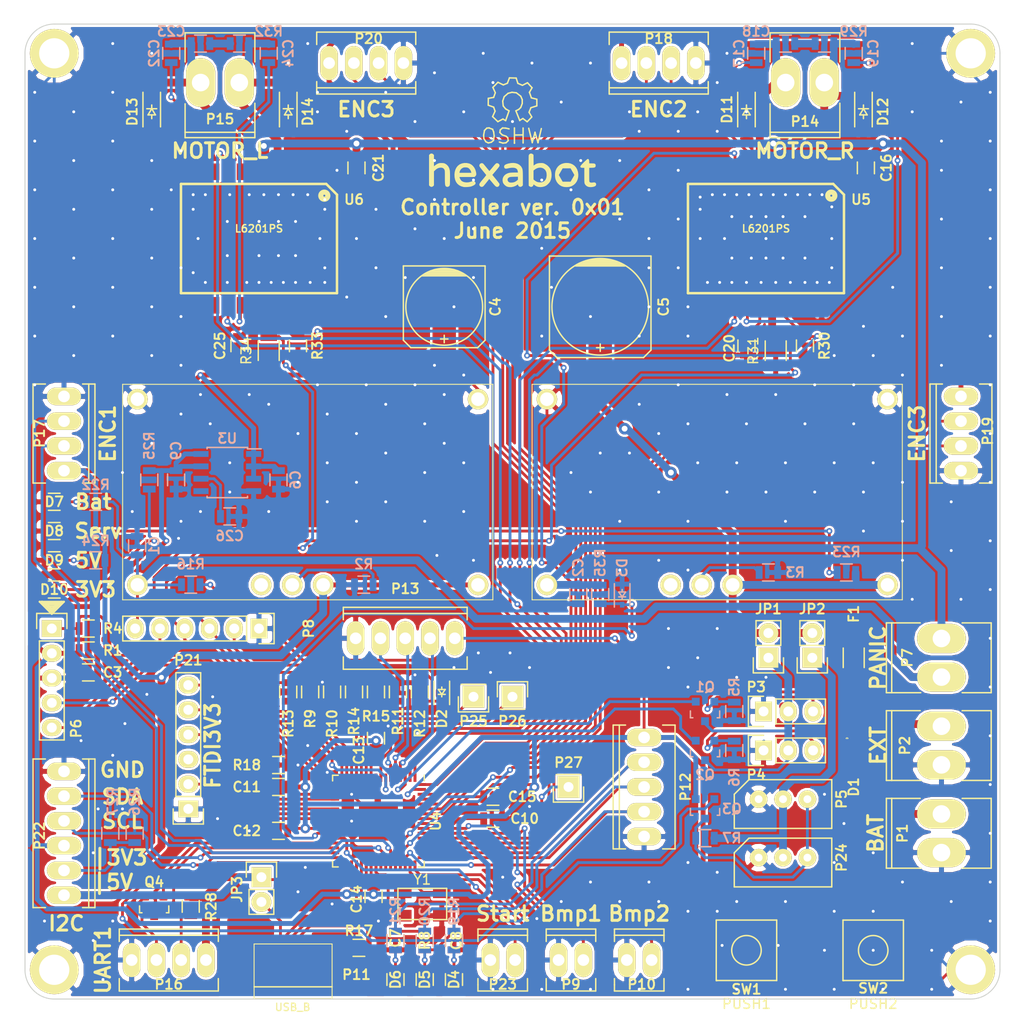
<source format=kicad_pcb>
(kicad_pcb (version 4) (host pcbnew 0.201506102247+5730~23~ubuntu15.04.1-product)
  (layers (0 F.Cu signal) (31 B.Cu signal) (34 B.Paste user) (35 F.Paste user) (36 B.SilkS user) (37 F.SilkS user) (38 B.Mask user) (39 F.Mask user) (44 Edge.Cuts user))
  (net 0 "")
  (net 1 +BATT)
  (net 2 GND)
  (net 3 /DRIVER_L/MOTOR_POWER)
  (net 4 "Net-(C3-Pad1)")
  (net 5 +5V)
  (net 6 /REG_SERVO)
  (net 7 /OSC1)
  (net 8 /OSC2)
  (net 9 +3V3)
  (net 10 "Net-(C10-Pad1)")
  (net 11 /AVSS)
  (net 12 /DRIVER_R/BOOT1)
  (net 13 /DRIVER_R/OUT1)
  (net 14 "Net-(C18-Pad1)")
  (net 15 /DRIVER_R/BOOT2)
  (net 16 /DRIVER_R/OUT2)
  (net 17 "Net-(C20-Pad1)")
  (net 18 /DRIVER_L/BOOT1)
  (net 19 /DRIVER_L/OUT1)
  (net 20 "Net-(C23-Pad1)")
  (net 21 /DRIVER_L/BOOT2)
  (net 22 /DRIVER_L/OUT2)
  (net 23 "Net-(C25-Pad1)")
  (net 24 /CDELAY)
  (net 25 /PWR_SERVO)
  (net 26 /DYN_POWER)
  (net 27 "Net-(JP3-Pad2)")
  (net 28 "Net-(P3-Pad3)")
  (net 29 "Net-(P4-Pad3)")
  (net 30 /MCLR)
  (net 31 /PGED)
  (net 32 /PGEC)
  (net 33 /VREF)
  (net 34 /DRIVER_R/SENSE)
  (net 35 /DRIVER_L/SENSE)
  (net 36 /AN3_FULL)
  (net 37 /BUMP_1)
  (net 38 /BUMP_2)
  (net 39 /USB_SHIELD)
  (net 40 /D-)
  (net 41 /D+)
  (net 42 /LEDG)
  (net 43 /LEDY)
  (net 44 /LEDR)
  (net 45 /SDO)
  (net 46 /SDI)
  (net 47 /SCK)
  (net 48 /RX1)
  (net 49 "Net-(P16-Pad3)")
  (net 50 /ENC_1_A)
  (net 51 /ENC_1_B)
  (net 52 /ENC_2_A)
  (net 53 /ENC_2_B)
  (net 54 /ENC_3_A)
  (net 55 /ENC_3_B)
  (net 56 /ENC_4_A)
  (net 57 /ENC_4_B)
  (net 58 /~RTS2)
  (net 59 "Net-(P21-Pad3)")
  (net 60 /RX2)
  (net 61 /TX2)
  (net 62 /~CTS2)
  (net 63 /SCL)
  (net 64 /SDA)
  (net 65 /I2C_POWER)
  (net 66 /START)
  (net 67 /GPIO_1)
  (net 68 /GPIO_2)
  (net 69 /GPIO_3)
  (net 70 /SERVO_1)
  (net 71 /SERVO_2)
  (net 72 /DYNAMIXEL)
  (net 73 /DYN_DATA)
  (net 74 /TX1)
  (net 75 "Net-(R2-Pad1)")
  (net 76 "Net-(R3-Pad1)")
  (net 77 /AN1)
  (net 78 /AN2)
  (net 79 /AN3)
  (net 80 /AN4)
  (net 81 "Net-(D4-Pad2)")
  (net 82 "Net-(D5-Pad2)")
  (net 83 "Net-(D6-Pad2)")
  (net 84 "Net-(D7-Pad2)")
  (net 85 "Net-(D8-Pad2)")
  (net 86 "Net-(D9-Pad2)")
  (net 87 "Net-(D10-Pad2)")
  (net 88 /DRIVER_R/PWM)
  (net 89 /DRIVER_L/PWM)
  (net 90 /~PANIC)
  (net 91 "Net-(U1-Pad3)")
  (net 92 "Net-(U2-Pad3)")
  (net 93 "Net-(U3-Pad5)")
  (net 94 "Net-(U5-Pad2)")
  (net 95 "Net-(U5-Pad3)")
  (net 96 /DRIVER_R/DIR1)
  (net 97 "Net-(U5-Pad9)")
  (net 98 "Net-(U5-Pad12)")
  (net 99 /DRIVER_R/DIR2)
  (net 100 "Net-(U5-Pad18)")
  (net 101 "Net-(U5-Pad19)")
  (net 102 "Net-(U6-Pad2)")
  (net 103 "Net-(U6-Pad3)")
  (net 104 /DRIVER_L/DIR1)
  (net 105 "Net-(U6-Pad9)")
  (net 106 "Net-(U6-Pad12)")
  (net 107 /DRIVER_L/DIR2)
  (net 108 "Net-(U6-Pad18)")
  (net 109 "Net-(U6-Pad19)")
  (net 110 "Net-(D1-Pad2)")
  (net 111 "Net-(D1-Pad1)")
  (net 112 /PUSH_1)
  (net 113 /PUSH_2)
  (module hexabot:MICRO-B_USB (layer F.Cu) (at 127.5 138.75)
    (fp_text reference P11 (at 6.5 -1.25) (layer F.SilkS) (effects (font (thickness 0.2))))
    (fp_text value USB_B (at -0.05 2.09) (layer F.SilkS) (effects (font (size 0.762 0.762) (thickness 0.127))))
    (pad 5 smd rect (at -1.19888 -1.4478) (size 1.89738 1.89738) (layers F.Cu F.Paste F.Mask) (net 39 /USB_SHIELD))
    (pad 5 smd rect (at 1.19888 -1.4478) (size 1.89992 1.89738) (layers F.Cu F.Paste F.Mask) (net 39 /USB_SHIELD))
    (pad 5 smd rect (at 3.79984 -1.4478) (size 1.79578 1.89738) (layers F.Cu F.Paste F.Mask) (net 39 /USB_SHIELD))
    (pad 5 smd rect (at -3.0988 -3.99796) (size 2.0955 1.59766) (layers F.Cu F.Paste F.Mask) (net 39 /USB_SHIELD))
    (pad 1 smd rect (at -1.29794 -4.12496) (size 0.39878 1.3462) (layers F.Cu F.Paste F.Mask) (net 27 "Net-(JP3-Pad2)") (clearance 0.2032))
    (pad 2 smd rect (at -0.6477 -4.12496) (size 0.39878 1.3462) (layers F.Cu F.Paste F.Mask) (net 40 /D-) (clearance 0.2032))
    (pad 3 smd rect (at 0 -4.12496) (size 0.39878 1.3462) (layers F.Cu F.Paste F.Mask) (net 41 /D+) (clearance 0.2032))
    (pad 4 smd rect (at 0.6477 -4.12496) (size 0.39878 1.3462) (layers F.Cu F.Paste F.Mask) (net 2 GND) (clearance 0.2032))
    (pad 5 smd rect (at 1.29794 -4.12496) (size 0.39878 1.3462) (layers F.Cu F.Paste F.Mask) (net 39 /USB_SHIELD) (clearance 0.2032))
    (pad 5 smd rect (at 3.0988 -3.99796) (size 2.0955 1.59766) (layers F.Cu F.Paste F.Mask) (net 39 /USB_SHIELD))
    (pad 5 smd rect (at -3.79984 -1.4478) (size 1.79578 1.89738) (layers F.Cu F.Paste F.Mask) (net 39 /USB_SHIELD))
  )
  (module Resistors_SMD:R_0805 (layer B.Cu) (at 111.5 93.5 90)
    (fp_text reference C1 (at 0 1.75 90) (layer B.SilkS) (effects (font (thickness 0.2)) (justify mirror)))
    (fp_text value 2u2)
    (pad 1 smd rect (at -0.95 0 90) (size 0.7 1.3) (layers B.Cu B.Paste B.Mask) (net 1 +BATT))
    (pad 2 smd rect (at 0.95 0 90) (size 0.7 1.3) (layers B.Cu B.Paste B.Mask) (net 2 GND))
  )
  (module Resistors_SMD:R_0805 (layer B.Cu) (at 156.75 98.5 270)
    (fp_text reference C2 (at -2.75 0 270) (layer B.SilkS) (effects (font (thickness 0.2)) (justify mirror)))
    (fp_text value 2u2)
    (pad 1 smd rect (at -0.95 0 270) (size 0.7 1.3) (layers B.Cu B.Paste B.Mask) (net 3 /DRIVER_L/MOTOR_POWER))
    (pad 2 smd rect (at 0.95 0 270) (size 0.7 1.3) (layers B.Cu B.Paste B.Mask) (net 2 GND))
  )
  (module Resistors_SMD:R_0805 (layer F.Cu) (at 106.5 106.5 180)
    (fp_text reference C3 (at -2.5 0 180) (layer F.SilkS) (effects (font (thickness 0.2))))
    (fp_text value 100n)
    (pad 1 smd rect (at -0.95 0 180) (size 0.7 1.3) (layers F.Cu F.Paste F.Mask) (net 4 "Net-(C3-Pad1)"))
    (pad 2 smd rect (at 0.95 0 180) (size 0.7 1.3) (layers F.Cu F.Paste F.Mask) (net 2 GND))
  )
  (module hexabot:c_elec_8x10.5 (layer F.Cu) (at 143 69 270)
    (fp_text reference C4 (at 0 -5.25 270) (layer F.SilkS) (effects (font (thickness 0.2))))
    (fp_text value 330u)
    (pad 1 smd rect (at 3.2512 0 270) (size 3.50012 2.4003) (layers F.Cu F.Paste F.Mask) (net 5 +5V))
    (pad 2 smd rect (at -3.2512 0 270) (size 3.50012 2.4003) (layers F.Cu F.Paste F.Mask) (net 2 GND))
  )
  (module hexabot:c_elec_10x10.5 (layer F.Cu) (at 159 69 270)
    (fp_text reference C5 (at 0 -6.5 270) (layer F.SilkS) (effects (font (thickness 0.2))))
    (fp_text value 330u)
    (pad 1 smd rect (at 4.0005 0 270) (size 4.0005 2.4003) (layers F.Cu F.Paste F.Mask) (net 6 /REG_SERVO))
    (pad 2 smd rect (at -4.0005 0 270) (size 4.0005 2.4003) (layers F.Cu F.Paste F.Mask) (net 2 GND))
  )
  (module Resistors_SMD:R_0805 (layer B.Cu) (at 126 86.75 270)
    (fp_text reference C6 (at 0 -1.75 270) (layer B.SilkS) (effects (font (thickness 0.2)) (justify mirror)))
    (fp_text value 4u7)
    (pad 1 smd rect (at -0.95 0 270) (size 0.7 1.3) (layers B.Cu B.Paste B.Mask) (net 5 +5V))
    (pad 2 smd rect (at 0.95 0 270) (size 0.7 1.3) (layers B.Cu B.Paste B.Mask) (net 2 GND))
  )
  (module Resistors_SMD:R_0805 (layer F.Cu) (at 138 134 90)
    (fp_text reference C7 (at 0.25 0 90) (layer F.SilkS) (effects (font (thickness 0.2))))
    (fp_text value 18p)
    (pad 1 smd rect (at -0.95 0 90) (size 0.7 1.3) (layers F.Cu F.Paste F.Mask) (net 2 GND))
    (pad 2 smd rect (at 0.95 0 90) (size 0.7 1.3) (layers F.Cu F.Paste F.Mask) (net 7 /OSC1))
  )
  (module Resistors_SMD:R_0805 (layer F.Cu) (at 144 134 90)
    (fp_text reference C8 (at 0 0.25 90) (layer F.SilkS) (effects (font (thickness 0.2))))
    (fp_text value 18p)
    (pad 1 smd rect (at -0.95 0 90) (size 0.7 1.3) (layers F.Cu F.Paste F.Mask) (net 2 GND))
    (pad 2 smd rect (at 0.95 0 90) (size 0.7 1.3) (layers F.Cu F.Paste F.Mask) (net 8 /OSC2))
  )
  (module Resistors_SMD:R_0805 (layer B.Cu) (at 115.5 86.75 270)
    (fp_text reference C9 (at -3 0 270) (layer B.SilkS) (effects (font (thickness 0.2)) (justify mirror)))
    (fp_text value 4u7)
    (pad 1 smd rect (at -0.95 0 270) (size 0.7 1.3) (layers B.Cu B.Paste B.Mask) (net 9 +3V3))
    (pad 2 smd rect (at 0.95 0 270) (size 0.7 1.3) (layers B.Cu B.Paste B.Mask) (net 2 GND))
  )
  (module Resistors_SMD:R_0805 (layer F.Cu) (at 148 121.5)
    (fp_text reference C10 (at 3.25 0) (layer F.SilkS) (effects (font (thickness 0.2))))
    (fp_text value 10u)
    (pad 1 smd rect (at -0.95 0) (size 0.7 1.3) (layers F.Cu F.Paste F.Mask) (net 10 "Net-(C10-Pad1)"))
    (pad 2 smd rect (at 0.95 0) (size 0.7 1.3) (layers F.Cu F.Paste F.Mask) (net 2 GND))
  )
  (module Resistors_SMD:R_0805 (layer F.Cu) (at 126 118.25)
    (fp_text reference C11 (at -3.25 0) (layer F.SilkS) (effects (font (thickness 0.2))))
    (fp_text value 100n)
    (pad 1 smd rect (at -0.95 0) (size 0.7 1.3) (layers F.Cu F.Paste F.Mask) (net 11 /AVSS))
    (pad 2 smd rect (at 0.95 0) (size 0.7 1.3) (layers F.Cu F.Paste F.Mask) (net 9 +3V3))
  )
  (module Resistors_SMD:R_0805 (layer F.Cu) (at 126 122.75 180)
    (fp_text reference C12 (at 3.25 0 180) (layer F.SilkS) (effects (font (thickness 0.2))))
    (fp_text value 100n)
    (pad 1 smd rect (at -0.95 0 180) (size 0.7 1.3) (layers F.Cu F.Paste F.Mask) (net 9 +3V3))
    (pad 2 smd rect (at 0.95 0 180) (size 0.7 1.3) (layers F.Cu F.Paste F.Mask) (net 2 GND))
  )
  (module Resistors_SMD:R_0805 (layer F.Cu) (at 136 113.25 90)
    (fp_text reference C13 (at -1.25 -1.75 90) (layer F.SilkS) (effects (font (thickness 0.2))))
    (fp_text value 100n)
    (pad 1 smd rect (at -0.95 0 90) (size 0.7 1.3) (layers F.Cu F.Paste F.Mask) (net 9 +3V3))
    (pad 2 smd rect (at 0.95 0 90) (size 0.7 1.3) (layers F.Cu F.Paste F.Mask) (net 2 GND))
  )
  (module Resistors_SMD:R_0805 (layer F.Cu) (at 135.75 129.5 270)
    (fp_text reference C14 (at 0.25 1.75 270) (layer F.SilkS) (effects (font (thickness 0.2))))
    (fp_text value 100n)
    (pad 1 smd rect (at -0.95 0 270) (size 0.7 1.3) (layers F.Cu F.Paste F.Mask) (net 9 +3V3))
    (pad 2 smd rect (at 0.95 0 270) (size 0.7 1.3) (layers F.Cu F.Paste F.Mask) (net 2 GND))
  )
  (module Resistors_SMD:R_0805 (layer F.Cu) (at 148 119.25)
    (fp_text reference C15 (at 3 0) (layer F.SilkS) (effects (font (thickness 0.2))))
    (fp_text value 100n)
    (pad 1 smd rect (at -0.95 0) (size 0.7 1.3) (layers F.Cu F.Paste F.Mask) (net 9 +3V3))
    (pad 2 smd rect (at 0.95 0) (size 0.7 1.3) (layers F.Cu F.Paste F.Mask) (net 2 GND))
  )
  (module Resistors_SMD:R_0805 (layer F.Cu) (at 186.25 54.75 270)
    (fp_text reference C16 (at 0 -2.1 270) (layer F.SilkS) (effects (font (thickness 0.2))))
    (fp_text value 100n)
    (pad 1 smd rect (at -0.95 0 270) (size 0.7 1.3) (layers F.Cu F.Paste F.Mask) (net 3 /DRIVER_L/MOTOR_POWER))
    (pad 2 smd rect (at 0.95 0 270) (size 0.7 1.3) (layers F.Cu F.Paste F.Mask) (net 2 GND))
  )
  (module Resistors_SMD:R_0805 (layer B.Cu) (at 175 43 90)
    (fp_text reference C17 (at 0 -1.75 90) (layer B.SilkS) (effects (font (thickness 0.2)) (justify mirror)))
    (fp_text value 15n)
    (pad 1 smd rect (at -0.95 0 90) (size 0.7 1.3) (layers B.Cu B.Paste B.Mask) (net 12 /DRIVER_R/BOOT1))
    (pad 2 smd rect (at 0.95 0 90) (size 0.7 1.3) (layers B.Cu B.Paste B.Mask) (net 13 /DRIVER_R/OUT1))
  )
  (module Resistors_SMD:R_0805 (layer B.Cu) (at 178 42 180)
    (fp_text reference C18 (at 3 1.25 180) (layer B.SilkS) (effects (font (thickness 0.2)) (justify mirror)))
    (fp_text value 22n)
    (pad 1 smd rect (at -0.95 0 180) (size 0.7 1.3) (layers B.Cu B.Paste B.Mask) (net 14 "Net-(C18-Pad1)"))
    (pad 2 smd rect (at 0.95 0 180) (size 0.7 1.3) (layers B.Cu B.Paste B.Mask) (net 13 /DRIVER_R/OUT1))
  )
  (module Resistors_SMD:R_0805 (layer B.Cu) (at 185 43 90)
    (fp_text reference C19 (at 0 2 90) (layer B.SilkS) (effects (font (thickness 0.2)) (justify mirror)))
    (fp_text value 15n)
    (pad 1 smd rect (at -0.95 0 90) (size 0.7 1.3) (layers B.Cu B.Paste B.Mask) (net 15 /DRIVER_R/BOOT2))
    (pad 2 smd rect (at 0.95 0 90) (size 0.7 1.3) (layers B.Cu B.Paste B.Mask) (net 16 /DRIVER_R/OUT2))
  )
  (module Resistors_SMD:R_0805 (layer F.Cu) (at 174 73 270)
    (fp_text reference C20 (at 0.25 1.75 270) (layer F.SilkS) (effects (font (thickness 0.2))))
    (fp_text value 220n)
    (pad 1 smd rect (at -0.95 0 270) (size 0.7 1.3) (layers F.Cu F.Paste F.Mask) (net 17 "Net-(C20-Pad1)"))
    (pad 2 smd rect (at 0.95 0 270) (size 0.7 1.3) (layers F.Cu F.Paste F.Mask) (net 2 GND))
  )
  (module Resistors_SMD:R_0805 (layer F.Cu) (at 134 54.75 270)
    (fp_text reference C21 (at 0 -2.25 270) (layer F.SilkS) (effects (font (thickness 0.2))))
    (fp_text value 100n)
    (pad 1 smd rect (at -0.95 0 270) (size 0.7 1.3) (layers F.Cu F.Paste F.Mask) (net 3 /DRIVER_L/MOTOR_POWER))
    (pad 2 smd rect (at 0.95 0 270) (size 0.7 1.3) (layers F.Cu F.Paste F.Mask) (net 2 GND))
  )
  (module Resistors_SMD:R_0805 (layer B.Cu) (at 115 43 90)
    (fp_text reference C22 (at 0 -1.75 90) (layer B.SilkS) (effects (font (thickness 0.2)) (justify mirror)))
    (fp_text value 15n)
    (pad 1 smd rect (at -0.95 0 90) (size 0.7 1.3) (layers B.Cu B.Paste B.Mask) (net 18 /DRIVER_L/BOOT1))
    (pad 2 smd rect (at 0.95 0 90) (size 0.7 1.3) (layers B.Cu B.Paste B.Mask) (net 19 /DRIVER_L/OUT1))
  )
  (module Resistors_SMD:R_0805 (layer B.Cu) (at 118 42 180)
    (fp_text reference C23 (at 3 1.25 180) (layer B.SilkS) (effects (font (thickness 0.2)) (justify mirror)))
    (fp_text value 22n)
    (pad 1 smd rect (at -0.95 0 180) (size 0.7 1.3) (layers B.Cu B.Paste B.Mask) (net 20 "Net-(C23-Pad1)"))
    (pad 2 smd rect (at 0.95 0 180) (size 0.7 1.3) (layers B.Cu B.Paste B.Mask) (net 19 /DRIVER_L/OUT1))
  )
  (module Resistors_SMD:R_0805 (layer B.Cu) (at 125 43 90)
    (fp_text reference C24 (at 0 2 90) (layer B.SilkS) (effects (font (thickness 0.2)) (justify mirror)))
    (fp_text value 15n)
    (pad 1 smd rect (at -0.95 0 90) (size 0.7 1.3) (layers B.Cu B.Paste B.Mask) (net 21 /DRIVER_L/BOOT2))
    (pad 2 smd rect (at 0.95 0 90) (size 0.7 1.3) (layers B.Cu B.Paste B.Mask) (net 22 /DRIVER_L/OUT2))
  )
  (module Resistors_SMD:R_0805 (layer F.Cu) (at 122 73 270)
    (fp_text reference C25 (at 0 2 270) (layer F.SilkS) (effects (font (thickness 0.2))))
    (fp_text value 220n)
    (pad 1 smd rect (at -0.95 0 270) (size 0.7 1.3) (layers F.Cu F.Paste F.Mask) (net 23 "Net-(C25-Pad1)"))
    (pad 2 smd rect (at 0.95 0 270) (size 0.7 1.3) (layers F.Cu F.Paste F.Mask) (net 2 GND))
  )
  (module Resistors_SMD:R_0805 (layer B.Cu) (at 121 90.5)
    (fp_text reference C26 (at 0 2) (layer B.SilkS) (effects (font (thickness 0.2)) (justify mirror)))
    (fp_text value NC)
    (pad 1 smd rect (at -0.95 0) (size 0.7 1.3) (layers B.Cu B.Paste B.Mask) (net 24 /CDELAY))
    (pad 2 smd rect (at 0.95 0) (size 0.7 1.3) (layers B.Cu B.Paste B.Mask) (net 2 GND))
  )
  (module hexabot:SOD-128 (layer F.Cu) (at 185 114 90)
    (fp_text reference D1 (at -4.25 0 90) (layer F.SilkS) (effects (font (thickness 0.2))))
    (fp_text value D (at 0.75 -0.675 90) (layer F.SilkS) (effects (font (size 0.2 0.2) (thickness 0.05))))
    (pad 2 smd rect (at -2.19964 0 90) (size 1.39954 2.19964) (layers F.Cu F.Paste F.Mask) (net 110 "Net-(D1-Pad2)"))
    (pad 1 smd rect (at 2.19964 0 90) (size 1.39954 2.19964) (layers F.Cu F.Paste F.Mask) (net 111 "Net-(D1-Pad1)"))
  )
  (module Diodes_SMD:SOD-323 (layer F.Cu) (at 142.75 108.5 90)
    (fp_text reference D2 (at -2.75 0 90) (layer F.SilkS) (effects (font (thickness 0.2))))
    (fp_text value ZENER)
    (pad 1 smd rect (at -1.055 0 90) (size 0.59 0.45) (layers F.Cu F.Paste F.Mask) (net 80 /AN4))
    (pad 2 smd rect (at 1.055 0 90) (size 0.59 0.45) (layers F.Cu F.Paste F.Mask) (net 2 GND))
  )
  (module Diodes_SMD:SOD-323 (layer B.Cu) (at 161.25 98.5 90)
    (fp_text reference D3 (at 2.75 0 90) (layer B.SilkS) (effects (font (thickness 0.2)) (justify mirror)))
    (fp_text value ZENER)
    (pad 1 smd rect (at -1.055 0 90) (size 0.59 0.45) (layers B.Cu B.Paste B.Mask) (net 90 /~PANIC))
    (pad 2 smd rect (at 1.055 0 90) (size 0.59 0.45) (layers B.Cu B.Paste B.Mask) (net 2 GND))
  )
  (module Diodes_SMD:SOD-123 (layer F.Cu) (at 174 49 270)
    (fp_text reference D11 (at -0.25 2 270) (layer F.SilkS) (effects (font (thickness 0.2))))
    (fp_text value D)
    (pad 1 smd rect (at -1.635 0 270) (size 0.91 1.22) (layers F.Cu F.Paste F.Mask) (net 13 /DRIVER_R/OUT1))
    (pad 2 smd rect (at 1.635 0 270) (size 0.91 1.22) (layers F.Cu F.Paste F.Mask) (net 2 GND))
  )
  (module Diodes_SMD:SOD-123 (layer F.Cu) (at 186 49 270)
    (fp_text reference D12 (at 0 -2 270) (layer F.SilkS) (effects (font (thickness 0.2))))
    (fp_text value D)
    (pad 1 smd rect (at -1.635 0 270) (size 0.91 1.22) (layers F.Cu F.Paste F.Mask) (net 16 /DRIVER_R/OUT2))
    (pad 2 smd rect (at 1.635 0 270) (size 0.91 1.22) (layers F.Cu F.Paste F.Mask) (net 2 GND))
  )
  (module Diodes_SMD:SOD-123 (layer F.Cu) (at 113 49 270)
    (fp_text reference D13 (at 0 2 270) (layer F.SilkS) (effects (font (thickness 0.2))))
    (fp_text value D)
    (pad 1 smd rect (at -1.635 0 270) (size 0.91 1.22) (layers F.Cu F.Paste F.Mask) (net 19 /DRIVER_L/OUT1))
    (pad 2 smd rect (at 1.635 0 270) (size 0.91 1.22) (layers F.Cu F.Paste F.Mask) (net 2 GND))
  )
  (module Diodes_SMD:SOD-123 (layer F.Cu) (at 127 49 270)
    (fp_text reference D14 (at 0 -2 270) (layer F.SilkS) (effects (font (thickness 0.2))))
    (fp_text value D)
    (pad 1 smd rect (at -1.635 0 270) (size 0.91 1.22) (layers F.Cu F.Paste F.Mask) (net 22 /DRIVER_L/OUT2))
    (pad 2 smd rect (at 1.635 0 270) (size 0.91 1.22) (layers F.Cu F.Paste F.Mask) (net 2 GND))
  )
  (module Resistors_SMD:R_1206_HandSoldering (layer F.Cu) (at 185 105 90)
    (fp_text reference F1 (at 4.5 0 90) (layer F.SilkS) (effects (font (thickness 0.2))))
    (fp_text value FUSE)
    (pad 1 smd rect (at -2 0 90) (size 2 1.7) (layers F.Cu F.Paste F.Mask) (net 111 "Net-(D1-Pad1)"))
    (pad 2 smd rect (at 2 0 90) (size 2 1.7) (layers F.Cu F.Paste F.Mask) (net 1 +BATT))
  )
  (module Pin_Headers:Pin_Header_Straight_1x02 (layer F.Cu) (at 176.25 105 180)
    (fp_text reference JP1 (at 0 5 180) (layer F.SilkS) (effects (font (thickness 0.2))))
    (fp_text value JUMPER)
    (pad 1 thru_hole rect (at 0 0 180) (size 2.032 2.032) (drill 1.016) (layers *.Cu *.Mask F.SilkS) (net 25 /PWR_SERVO))
    (pad 2 thru_hole oval (at 0 2.54 180) (size 2.032 2.032) (drill 1.016) (layers *.Cu *.Mask F.SilkS) (net 6 /REG_SERVO))
  )
  (module Pin_Headers:Pin_Header_Straight_1x02 (layer F.Cu) (at 180.75 105 180)
    (fp_text reference JP2 (at 0 5 180) (layer F.SilkS) (effects (font (thickness 0.2))))
    (fp_text value JUMPER)
    (pad 1 thru_hole rect (at 0 0 180) (size 2.032 2.032) (drill 1.016) (layers *.Cu *.Mask F.SilkS) (net 26 /DYN_POWER))
    (pad 2 thru_hole oval (at 0 2.54 180) (size 2.032 2.032) (drill 1.016) (layers *.Cu *.Mask F.SilkS) (net 6 /REG_SERVO))
  )
  (module Pin_Headers:Pin_Header_Straight_1x02 (layer F.Cu) (at 124.25 127.5)
    (fp_text reference JP3 (at -2.5 1.25 90) (layer F.SilkS) (effects (font (thickness 0.2))))
    (fp_text value JUMPER)
    (pad 1 thru_hole rect (at 0 0) (size 2.032 2.032) (drill 1.016) (layers *.Cu *.Mask F.SilkS) (net 5 +5V))
    (pad 2 thru_hole oval (at 0 2.54) (size 2.032 2.032) (drill 1.016) (layers *.Cu *.Mask F.SilkS) (net 27 "Net-(JP3-Pad2)"))
  )
  (module hexabot:M3-hole-plated (layer F.Cu) (at 103 137)
    (fp_text reference MH1 (at 0 0) (layer F.SilkS) (effects (font (thickness 0.2))))
    (fp_text value HOLE_M3)
    (pad 1 thru_hole circle (at 0 0) (size 5 5) (drill 3.1) (layers *.Cu *.Mask F.SilkS) (net 2 GND))
  )
  (module hexabot:M3-hole-plated (layer F.Cu) (at 103 43)
    (fp_text reference MH2 (at 0 0) (layer F.SilkS) (effects (font (thickness 0.2))))
    (fp_text value HOLE_M3)
    (pad 1 thru_hole circle (at 0 0) (size 5 5) (drill 3.1) (layers *.Cu *.Mask F.SilkS) (net 2 GND))
  )
  (module hexabot:M3-hole-plated (layer F.Cu) (at 197 137)
    (fp_text reference MH3 (at 0 0) (layer F.SilkS) (effects (font (thickness 0.2))))
    (fp_text value HOLE_M3)
    (pad 1 thru_hole circle (at 0 0) (size 5 5) (drill 3.1) (layers *.Cu *.Mask F.SilkS) (net 2 GND))
  )
  (module hexabot:M3-hole-plated (layer F.Cu) (at 197 43)
    (fp_text reference MH4 (at 0 0) (layer F.SilkS) (effects (font (thickness 0.2))))
    (fp_text value HOLE_M3)
    (pad 1 thru_hole circle (at 0 0) (size 5 5) (drill 3.1) (layers *.Cu *.Mask F.SilkS) (net 2 GND))
  )
  (module Sockets_MOLEX_KK-System:Socket_MOLEX-KK-RM3-96mm_Lock_2pin_straight (layer F.Cu) (at 194 123 90)
    (fp_text reference P1 (at 0 -4 90) (layer F.SilkS) (effects (font (thickness 0.2))))
    (fp_text value BATTERY)
    (pad 1 thru_hole oval (at -1.9812 0 90) (size 2.99974 5.00126) (drill 1.80086) (layers *.Cu *.Mask F.SilkS) (net 2 GND))
    (pad 2 thru_hole oval (at 1.9812 0 90) (size 2.99974 5.00126) (drill 1.80086) (layers *.Cu *.Mask F.SilkS) (net 110 "Net-(D1-Pad2)"))
  )
  (module Sockets_MOLEX_KK-System:Socket_MOLEX-KK-RM3-96mm_Lock_2pin_straight (layer F.Cu) (at 194 114 90)
    (fp_text reference P2 (at 0 -3.75 90) (layer F.SilkS) (effects (font (thickness 0.2))))
    (fp_text value EXT_POWER)
    (pad 1 thru_hole oval (at -1.9812 0 90) (size 2.99974 5.00126) (drill 1.80086) (layers *.Cu *.Mask F.SilkS) (net 2 GND))
    (pad 2 thru_hole oval (at 1.9812 0 90) (size 2.99974 5.00126) (drill 1.80086) (layers *.Cu *.Mask F.SilkS) (net 111 "Net-(D1-Pad1)"))
  )
  (module Pin_Headers:Pin_Header_Straight_1x03 (layer F.Cu) (at 175.75 110.5 90)
    (fp_text reference P3 (at 2.5 -0.75 180) (layer F.SilkS) (effects (font (thickness 0.2))))
    (fp_text value SERVO1)
    (pad 1 thru_hole rect (at 0 0 90) (size 2.032 1.7272) (drill 1.016) (layers *.Cu *.Mask F.SilkS) (net 2 GND))
    (pad 2 thru_hole oval (at 0 2.54 90) (size 2.032 1.7272) (drill 1.016) (layers *.Cu *.Mask F.SilkS) (net 25 /PWR_SERVO))
    (pad 3 thru_hole oval (at 0 5.08 90) (size 2.032 1.7272) (drill 1.016) (layers *.Cu *.Mask F.SilkS) (net 28 "Net-(P3-Pad3)"))
  )
  (module Pin_Headers:Pin_Header_Straight_1x03 (layer F.Cu) (at 175.75 114.5 90)
    (fp_text reference P4 (at -2.5 -0.75 180) (layer F.SilkS) (effects (font (thickness 0.2))))
    (fp_text value SERVO2)
    (pad 1 thru_hole rect (at 0 0 90) (size 2.032 1.7272) (drill 1.016) (layers *.Cu *.Mask F.SilkS) (net 2 GND))
    (pad 2 thru_hole oval (at 0 2.54 90) (size 2.032 1.7272) (drill 1.016) (layers *.Cu *.Mask F.SilkS) (net 25 /PWR_SERVO))
    (pad 3 thru_hole oval (at 0 5.08 90) (size 2.032 1.7272) (drill 1.016) (layers *.Cu *.Mask F.SilkS) (net 29 "Net-(P4-Pad3)"))
  )
  (module Pin_Headers:Pin_Header_Straight_1x05 (layer F.Cu) (at 102.75 102)
    (fp_text reference P6 (at 2.5 10.25 90) (layer F.SilkS) (effects (font (thickness 0.2))))
    (fp_text value PICKIT)
    (pad 1 thru_hole rect (at 0 0) (size 2.032 1.7272) (drill 1.016) (layers *.Cu *.Mask F.SilkS) (net 30 /MCLR))
    (pad 2 thru_hole oval (at 0 2.54) (size 2.032 1.7272) (drill 1.016) (layers *.Cu *.Mask F.SilkS) (net 9 +3V3))
    (pad 3 thru_hole oval (at 0 5.08) (size 2.032 1.7272) (drill 1.016) (layers *.Cu *.Mask F.SilkS) (net 2 GND))
    (pad 4 thru_hole oval (at 0 7.62) (size 2.032 1.7272) (drill 1.016) (layers *.Cu *.Mask F.SilkS) (net 31 /PGED))
    (pad 5 thru_hole oval (at 0 10.16) (size 2.032 1.7272) (drill 1.016) (layers *.Cu *.Mask F.SilkS) (net 32 /PGEC))
  )
  (module Sockets_MOLEX_KK-System:Socket_MOLEX-KK-RM3-96mm_Lock_2pin_straight (layer F.Cu) (at 194 105 90)
    (fp_text reference P7 (at 0 -3.5 90) (layer F.SilkS) (effects (font (thickness 0.2))))
    (fp_text value "PANIC BUTTON")
    (pad 1 thru_hole oval (at -1.9812 0 90) (size 2.99974 5.00126) (drill 1.80086) (layers *.Cu *.Mask F.SilkS) (net 1 +BATT))
    (pad 2 thru_hole oval (at 1.9812 0 90) (size 2.99974 5.00126) (drill 1.80086) (layers *.Cu *.Mask F.SilkS) (net 3 /DRIVER_L/MOTOR_POWER))
  )
  (module Pin_Headers:Pin_Header_Straight_1x06 (layer F.Cu) (at 124 102 270)
    (fp_text reference P8 (at 0 -5.1 270) (layer F.SilkS) (effects (font (thickness 0.2))))
    (fp_text value NC)
    (pad 1 thru_hole rect (at 0 0 270) (size 2.032 1.7272) (drill 1.016) (layers *.Cu *.Mask F.SilkS) (net 2 GND))
    (pad 2 thru_hole oval (at 0 2.54 270) (size 2.032 1.7272) (drill 1.016) (layers *.Cu *.Mask F.SilkS) (net 36 /AN3_FULL))
    (pad 3 thru_hole oval (at 0 5.08 270) (size 2.032 1.7272) (drill 1.016) (layers *.Cu *.Mask F.SilkS) (net 35 /DRIVER_L/SENSE))
    (pad 4 thru_hole oval (at 0 7.62 270) (size 2.032 1.7272) (drill 1.016) (layers *.Cu *.Mask F.SilkS) (net 34 /DRIVER_R/SENSE))
    (pad 5 thru_hole oval (at 0 10.16 270) (size 2.032 1.7272) (drill 1.016) (layers *.Cu *.Mask F.SilkS) (net 33 /VREF))
    (pad 6 thru_hole oval (at 0 12.7 270) (size 2.032 1.7272) (drill 1.016) (layers *.Cu *.Mask F.SilkS) (net 1 +BATT))
  )
  (module Sockets_MOLEX_KK-System:Socket_MOLEX-KK-RM2-54mm_Lock_2pin_straight (layer F.Cu) (at 156 136)
    (fp_text reference P9 (at 0 2.5) (layer F.SilkS) (effects (font (thickness 0.2))))
    (fp_text value BUMP1)
    (pad 1 thru_hole oval (at -1.27 0) (size 1.80086 3.50012) (drill 1.19888) (layers *.Cu *.Mask F.SilkS) (net 2 GND))
    (pad 2 thru_hole oval (at 1.27 0) (size 1.80086 3.50012) (drill 1.19888) (layers *.Cu *.Mask F.SilkS) (net 37 /BUMP_1))
  )
  (module Sockets_MOLEX_KK-System:Socket_MOLEX-KK-RM2-54mm_Lock_2pin_straight (layer F.Cu) (at 163 136)
    (fp_text reference P10 (at 0.25 2.5) (layer F.SilkS) (effects (font (thickness 0.2))))
    (fp_text value BUMP2)
    (pad 1 thru_hole oval (at -1.27 0) (size 1.80086 3.50012) (drill 1.19888) (layers *.Cu *.Mask F.SilkS) (net 2 GND))
    (pad 2 thru_hole oval (at 1.27 0) (size 1.80086 3.50012) (drill 1.19888) (layers *.Cu *.Mask F.SilkS) (net 38 /BUMP_2))
  )
  (module Sockets_MOLEX_KK-System:Socket_MOLEX-KK-RM2-54mm_Lock_5pin_straight (layer F.Cu) (at 163.5 118.25 90)
    (fp_text reference P12 (at 0 4.25 90) (layer F.SilkS) (effects (font (thickness 0.2))))
    (fp_text value DEBUG)
    (pad 1 thru_hole oval (at -5.08 0 90) (size 1.80086 3.50012) (drill 1.19888) (layers *.Cu *.Mask F.SilkS) (net 2 GND))
    (pad 2 thru_hole oval (at -2.54 0 90) (size 1.80086 3.50012) (drill 1.19888) (layers *.Cu *.Mask F.SilkS) (net 44 /LEDR))
    (pad 3 thru_hole oval (at 0 0 90) (size 1.80086 3.50012) (drill 1.19888) (layers *.Cu *.Mask F.SilkS) (net 43 /LEDY))
    (pad 4 thru_hole oval (at 2.54 0 90) (size 1.80086 3.50012) (drill 1.19888) (layers *.Cu *.Mask F.SilkS) (net 42 /LEDG))
    (pad 5 thru_hole oval (at 5.08 0 90) (size 1.80086 3.50012) (drill 1.19888) (layers *.Cu *.Mask F.SilkS) (net 9 +3V3))
  )
  (module Sockets_MOLEX_KK-System:Socket_MOLEX-KK-RM2-54mm_Lock_5pin_straight (layer F.Cu) (at 139 103)
    (fp_text reference P13 (at 0 -5.08) (layer F.SilkS) (effects (font (thickness 0.2))))
    (fp_text value NC)
    (pad 1 thru_hole oval (at -5.08 0) (size 1.80086 3.50012) (drill 1.19888) (layers *.Cu *.Mask F.SilkS) (net 2 GND))
    (pad 2 thru_hole oval (at -2.54 0) (size 1.80086 3.50012) (drill 1.19888) (layers *.Cu *.Mask F.SilkS) (net 45 /SDO))
    (pad 3 thru_hole oval (at 0 0) (size 1.80086 3.50012) (drill 1.19888) (layers *.Cu *.Mask F.SilkS) (net 46 /SDI))
    (pad 4 thru_hole oval (at 2.54 0) (size 1.80086 3.50012) (drill 1.19888) (layers *.Cu *.Mask F.SilkS) (net 47 /SCK))
    (pad 5 thru_hole oval (at 5.08 0) (size 1.80086 3.50012) (drill 1.19888) (layers *.Cu *.Mask F.SilkS) (net 9 +3V3))
  )
  (module Sockets_MOLEX_KK-System:Socket_MOLEX-KK-RM3-96mm_Lock_2pin_straight (layer F.Cu) (at 180 46 180)
    (fp_text reference P14 (at 0 -4 180) (layer F.SilkS) (effects (font (thickness 0.2))))
    (fp_text value MOTOR_R)
    (pad 1 thru_hole oval (at -1.9812 0 180) (size 2.99974 5.00126) (drill 1.80086) (layers *.Cu *.Mask F.SilkS) (net 16 /DRIVER_R/OUT2))
    (pad 2 thru_hole oval (at 1.9812 0 180) (size 2.99974 5.00126) (drill 1.80086) (layers *.Cu *.Mask F.SilkS) (net 13 /DRIVER_R/OUT1))
  )
  (module Sockets_MOLEX_KK-System:Socket_MOLEX-KK-RM3-96mm_Lock_2pin_straight (layer F.Cu) (at 120 46 180)
    (fp_text reference P15 (at 0 -3.75 180) (layer F.SilkS) (effects (font (thickness 0.2))))
    (fp_text value MOTOR_L)
    (pad 1 thru_hole oval (at -1.9812 0 180) (size 2.99974 5.00126) (drill 1.80086) (layers *.Cu *.Mask F.SilkS) (net 22 /DRIVER_L/OUT2))
    (pad 2 thru_hole oval (at 1.9812 0 180) (size 2.99974 5.00126) (drill 1.80086) (layers *.Cu *.Mask F.SilkS) (net 19 /DRIVER_L/OUT1))
  )
  (module Sockets_MOLEX_KK-System:Socket_MOLEX-KK-RM2-54mm_Lock_4pin_straight (layer F.Cu) (at 114.75 136)
    (fp_text reference P16 (at 0 2.5) (layer F.SilkS) (effects (font (thickness 0.2))))
    (fp_text value UART1_5V)
    (pad 1 thru_hole oval (at -3.81 0) (size 1.80086 3.50012) (drill 1.19888) (layers *.Cu *.Mask F.SilkS) (net 2 GND))
    (pad 2 thru_hole oval (at -1.27 0) (size 1.80086 3.50012) (drill 1.19888) (layers *.Cu *.Mask F.SilkS) (net 48 /RX1))
    (pad 3 thru_hole oval (at 1.27 0) (size 1.80086 3.50012) (drill 1.19888) (layers *.Cu *.Mask F.SilkS) (net 49 "Net-(P16-Pad3)"))
    (pad 4 thru_hole oval (at 3.81 0) (size 1.80086 3.50012) (drill 1.19888) (layers *.Cu *.Mask F.SilkS) (net 5 +5V))
  )
  (module Sockets_MOLEX_KK-System:Socket_MOLEX-KK-RM2-54mm_Lock_4pin_straight (layer F.Cu) (at 104 82 270)
    (fp_text reference P17 (at 0 2.5 270) (layer F.SilkS) (effects (font (thickness 0.2))))
    (fp_text value ENC1)
    (pad 1 thru_hole oval (at -3.81 0 270) (size 1.80086 3.50012) (drill 1.19888) (layers *.Cu *.Mask F.SilkS) (net 2 GND))
    (pad 2 thru_hole oval (at -1.27 0 270) (size 1.80086 3.50012) (drill 1.19888) (layers *.Cu *.Mask F.SilkS) (net 50 /ENC_1_A))
    (pad 3 thru_hole oval (at 1.27 0 270) (size 1.80086 3.50012) (drill 1.19888) (layers *.Cu *.Mask F.SilkS) (net 51 /ENC_1_B))
    (pad 4 thru_hole oval (at 3.81 0 270) (size 1.80086 3.50012) (drill 1.19888) (layers *.Cu *.Mask F.SilkS) (net 5 +5V))
  )
  (module Sockets_MOLEX_KK-System:Socket_MOLEX-KK-RM2-54mm_Lock_4pin_straight (layer F.Cu) (at 165 44 180)
    (fp_text reference P18 (at 0 2.5 360) (layer F.SilkS) (effects (font (thickness 0.2))))
    (fp_text value ENC2)
    (pad 1 thru_hole oval (at -3.81 0 180) (size 1.80086 3.50012) (drill 1.19888) (layers *.Cu *.Mask F.SilkS) (net 2 GND))
    (pad 2 thru_hole oval (at -1.27 0 180) (size 1.80086 3.50012) (drill 1.19888) (layers *.Cu *.Mask F.SilkS) (net 52 /ENC_2_A))
    (pad 3 thru_hole oval (at 1.27 0 180) (size 1.80086 3.50012) (drill 1.19888) (layers *.Cu *.Mask F.SilkS) (net 53 /ENC_2_B))
    (pad 4 thru_hole oval (at 3.81 0 180) (size 1.80086 3.50012) (drill 1.19888) (layers *.Cu *.Mask F.SilkS) (net 5 +5V))
  )
  (module Sockets_MOLEX_KK-System:Socket_MOLEX-KK-RM2-54mm_Lock_4pin_straight (layer F.Cu) (at 196 82 90)
    (fp_text reference P19 (at 0.25 2.75 90) (layer F.SilkS) (effects (font (thickness 0.2))))
    (fp_text value ENC3)
    (pad 1 thru_hole oval (at -3.81 0 90) (size 1.80086 3.50012) (drill 1.19888) (layers *.Cu *.Mask F.SilkS) (net 2 GND))
    (pad 2 thru_hole oval (at -1.27 0 90) (size 1.80086 3.50012) (drill 1.19888) (layers *.Cu *.Mask F.SilkS) (net 54 /ENC_3_A))
    (pad 3 thru_hole oval (at 1.27 0 90) (size 1.80086 3.50012) (drill 1.19888) (layers *.Cu *.Mask F.SilkS) (net 55 /ENC_3_B))
    (pad 4 thru_hole oval (at 3.81 0 90) (size 1.80086 3.50012) (drill 1.19888) (layers *.Cu *.Mask F.SilkS) (net 5 +5V))
  )
  (module Sockets_MOLEX_KK-System:Socket_MOLEX-KK-RM2-54mm_Lock_4pin_straight (layer F.Cu) (at 135 44 180)
    (fp_text reference P20 (at -0.25 2.5 360) (layer F.SilkS) (effects (font (thickness 0.2))))
    (fp_text value ENC4)
    (pad 1 thru_hole oval (at -3.81 0 180) (size 1.80086 3.50012) (drill 1.19888) (layers *.Cu *.Mask F.SilkS) (net 2 GND))
    (pad 2 thru_hole oval (at -1.27 0 180) (size 1.80086 3.50012) (drill 1.19888) (layers *.Cu *.Mask F.SilkS) (net 56 /ENC_4_A))
    (pad 3 thru_hole oval (at 1.27 0 180) (size 1.80086 3.50012) (drill 1.19888) (layers *.Cu *.Mask F.SilkS) (net 57 /ENC_4_B))
    (pad 4 thru_hole oval (at 3.81 0 180) (size 1.80086 3.50012) (drill 1.19888) (layers *.Cu *.Mask F.SilkS) (net 5 +5V))
  )
  (module Pin_Headers:Pin_Header_Straight_1x06 (layer F.Cu) (at 116.75 120.5 180)
    (fp_text reference P21 (at 0 15.25 180) (layer F.SilkS) (effects (font (thickness 0.2))))
    (fp_text value UART2_FTDI3V3)
    (pad 1 thru_hole rect (at 0 0 180) (size 2.032 1.7272) (drill 1.016) (layers *.Cu *.Mask F.SilkS) (net 2 GND))
    (pad 2 thru_hole oval (at 0 2.54 180) (size 2.032 1.7272) (drill 1.016) (layers *.Cu *.Mask F.SilkS) (net 58 /~RTS2))
    (pad 3 thru_hole oval (at 0 5.08 180) (size 2.032 1.7272) (drill 1.016) (layers *.Cu *.Mask F.SilkS) (net 59 "Net-(P21-Pad3)"))
    (pad 4 thru_hole oval (at 0 7.62 180) (size 2.032 1.7272) (drill 1.016) (layers *.Cu *.Mask F.SilkS) (net 60 /RX2))
    (pad 5 thru_hole oval (at 0 10.16 180) (size 2.032 1.7272) (drill 1.016) (layers *.Cu *.Mask F.SilkS) (net 61 /TX2))
    (pad 6 thru_hole oval (at 0 12.7 180) (size 2.032 1.7272) (drill 1.016) (layers *.Cu *.Mask F.SilkS) (net 62 /~CTS2))
  )
  (module Sockets_MOLEX_KK-System:Socket_MOLEX-KK-RM2-54mm_Lock_6pin_straight (layer F.Cu) (at 104 123 270)
    (fp_text reference P22 (at 0.25 2.5 270) (layer F.SilkS) (effects (font (thickness 0.2))))
    (fp_text value NC)
    (pad 1 thru_hole oval (at -6.35 0 270) (size 1.80086 3.50012) (drill 1.19888) (layers *.Cu *.Mask F.SilkS) (net 2 GND))
    (pad 2 thru_hole oval (at -3.81 0 270) (size 1.80086 3.50012) (drill 1.19888) (layers *.Cu *.Mask F.SilkS) (net 64 /SDA))
    (pad 3 thru_hole oval (at -1.27 0 270) (size 1.80086 3.50012) (drill 1.19888) (layers *.Cu *.Mask F.SilkS) (net 63 /SCL))
    (pad 4 thru_hole oval (at 1.27 0 270) (size 1.80086 3.50012) (drill 1.19888) (layers *.Cu *.Mask F.SilkS) (net 9 +3V3))
    (pad 5 thru_hole oval (at 3.81 0 270) (size 1.80086 3.50012) (drill 1.19888) (layers *.Cu *.Mask F.SilkS) (net 65 /I2C_POWER))
    (pad 6 thru_hole oval (at 6.35 0 270) (size 1.80086 3.50012) (drill 1.19888) (layers *.Cu *.Mask F.SilkS) (net 5 +5V))
  )
  (module Sockets_MOLEX_KK-System:Socket_MOLEX-KK-RM2-54mm_Lock_2pin_straight (layer F.Cu) (at 149 136)
    (fp_text reference P23 (at 0 2.5) (layer F.SilkS) (effects (font (thickness 0.2))))
    (fp_text value START)
    (pad 1 thru_hole oval (at -1.27 0) (size 1.80086 3.50012) (drill 1.19888) (layers *.Cu *.Mask F.SilkS) (net 2 GND))
    (pad 2 thru_hole oval (at 1.27 0) (size 1.80086 3.50012) (drill 1.19888) (layers *.Cu *.Mask F.SilkS) (net 66 /START))
  )
  (module Pin_Headers:Pin_Header_Straight_1x01 (layer F.Cu) (at 146 109 180)
    (fp_text reference P25 (at 0 -2.5 180) (layer F.SilkS) (effects (font (thickness 0.2))))
    (fp_text value NC)
    (pad 1 thru_hole rect (at 0 0 180) (size 2.2352 2.2352) (drill 1.016) (layers *.Cu *.Mask F.SilkS) (net 67 /GPIO_1))
  )
  (module Pin_Headers:Pin_Header_Straight_1x01 (layer F.Cu) (at 150 109)
    (fp_text reference P26 (at 0 2.5) (layer F.SilkS) (effects (font (thickness 0.2))))
    (fp_text value NC)
    (pad 1 thru_hole rect (at 0 0) (size 2.2352 2.2352) (drill 1.016) (layers *.Cu *.Mask F.SilkS) (net 68 /GPIO_2))
  )
  (module Pin_Headers:Pin_Header_Straight_1x01 (layer F.Cu) (at 155.75 118.25 180)
    (fp_text reference P27 (at 0 2.5 180) (layer F.SilkS) (effects (font (thickness 0.2))))
    (fp_text value NC)
    (pad 1 thru_hole rect (at 0 0 180) (size 2.2352 2.2352) (drill 1.016) (layers *.Cu *.Mask F.SilkS) (net 69 /GPIO_3))
  )
  (module Housings_SOT-23_SOT-143_TSOT-6:SOT-23 (layer B.Cu) (at 169.75 110.5)
    (fp_text reference Q1 (at 0 -2.5) (layer B.SilkS) (effects (font (thickness 0.2)) (justify mirror)))
    (fp_text value Q_NMOS_GSD)
    (pad 1 smd rect (at -0.95 -1.00076) (size 0.8001 0.8001) (layers B.Cu B.Paste B.Mask) (net 70 /SERVO_1))
    (pad 2 smd rect (at 0.95 -1.00076) (size 0.8001 0.8001) (layers B.Cu B.Paste B.Mask) (net 28 "Net-(P3-Pad3)"))
    (pad 3 smd rect (at 0 0.99822) (size 0.8001 0.8001) (layers B.Cu B.Paste B.Mask) (net 25 /PWR_SERVO))
  )
  (module Housings_SOT-23_SOT-143_TSOT-6:SOT-23 (layer B.Cu) (at 169.75 114.5)
    (fp_text reference Q2 (at 0 2.5) (layer B.SilkS) (effects (font (thickness 0.2)) (justify mirror)))
    (fp_text value Q_NMOS_GSD)
    (pad 1 smd rect (at -0.95 -1.00076) (size 0.8001 0.8001) (layers B.Cu B.Paste B.Mask) (net 71 /SERVO_2))
    (pad 2 smd rect (at 0.95 -1.00076) (size 0.8001 0.8001) (layers B.Cu B.Paste B.Mask) (net 29 "Net-(P4-Pad3)"))
    (pad 3 smd rect (at 0 0.99822) (size 0.8001 0.8001) (layers B.Cu B.Paste B.Mask) (net 25 /PWR_SERVO))
  )
  (module Housings_SOT-23_SOT-143_TSOT-6:SOT-23 (layer B.Cu) (at 169.75 120.5)
    (fp_text reference Q3 (at 2.75 0) (layer B.SilkS) (effects (font (thickness 0.2)) (justify mirror)))
    (fp_text value Q_NMOS_GSD)
    (pad 1 smd rect (at -0.95 -1.00076) (size 0.8001 0.8001) (layers B.Cu B.Paste B.Mask) (net 9 +3V3))
    (pad 2 smd rect (at 0.95 -1.00076) (size 0.8001 0.8001) (layers B.Cu B.Paste B.Mask) (net 72 /DYNAMIXEL))
    (pad 3 smd rect (at 0 0.99822) (size 0.8001 0.8001) (layers B.Cu B.Paste B.Mask) (net 73 /DYN_DATA))
  )
  (module Housings_SOT-23_SOT-143_TSOT-6:SOT-23 (layer F.Cu) (at 113.25 130.5 180)
    (fp_text reference Q4 (at 0 2.5 180) (layer F.SilkS) (effects (font (thickness 0.2))))
    (fp_text value Q_NMOS_GSD)
    (pad 1 smd rect (at -0.95 1.00076 180) (size 0.8001 0.8001) (layers F.Cu F.Paste F.Mask) (net 74 /TX1))
    (pad 2 smd rect (at 0.95 1.00076 180) (size 0.8001 0.8001) (layers F.Cu F.Paste F.Mask) (net 2 GND))
    (pad 3 smd rect (at 0 -0.99822 180) (size 0.8001 0.8001) (layers F.Cu F.Paste F.Mask) (net 49 "Net-(P16-Pad3)"))
  )
  (module Resistors_SMD:R_0805 (layer F.Cu) (at 106.5 104.25 180)
    (fp_text reference R1 (at -2.5 0 180) (layer F.SilkS) (effects (font (thickness 0.2))))
    (fp_text value 4K7)
    (pad 1 smd rect (at -0.95 0 180) (size 0.7 1.3) (layers F.Cu F.Paste F.Mask) (net 4 "Net-(C3-Pad1)"))
    (pad 2 smd rect (at 0.95 0 180) (size 0.7 1.3) (layers F.Cu F.Paste F.Mask) (net 9 +3V3))
  )
  (module Resistors_SMD:R_0805 (layer B.Cu) (at 134.75 97.5 180)
    (fp_text reference R2 (at 0 2.1 180) (layer B.SilkS) (effects (font (thickness 0.2)) (justify mirror)))
    (fp_text value 21k)
    (pad 1 smd rect (at -0.95 0 180) (size 0.7 1.3) (layers B.Cu B.Paste B.Mask) (net 75 "Net-(R2-Pad1)"))
    (pad 2 smd rect (at 0.95 0 180) (size 0.7 1.3) (layers B.Cu B.Paste B.Mask) (net 2 GND))
  )
  (module Resistors_SMD:R_0805 (layer B.Cu) (at 176.25 96.25)
    (fp_text reference R3 (at 2.75 0) (layer B.SilkS) (effects (font (thickness 0.2)) (justify mirror)))
    (fp_text value 7k52)
    (pad 1 smd rect (at -0.95 0) (size 0.7 1.3) (layers B.Cu B.Paste B.Mask) (net 76 "Net-(R3-Pad1)"))
    (pad 2 smd rect (at 0.95 0) (size 0.7 1.3) (layers B.Cu B.Paste B.Mask) (net 2 GND))
  )
  (module Resistors_SMD:R_0805 (layer F.Cu) (at 106.5 102)
    (fp_text reference R4 (at 2.5 0) (layer F.SilkS) (effects (font (thickness 0.2))))
    (fp_text value 330R)
    (pad 1 smd rect (at -0.95 0) (size 0.7 1.3) (layers F.Cu F.Paste F.Mask) (net 30 /MCLR))
    (pad 2 smd rect (at 0.95 0) (size 0.7 1.3) (layers F.Cu F.Paste F.Mask) (net 4 "Net-(C3-Pad1)"))
  )
  (module Resistors_SMD:R_0805 (layer B.Cu) (at 172.75 110.5 90)
    (fp_text reference R5 (at 2.5 0 90) (layer B.SilkS) (effects (font (thickness 0.2)) (justify mirror)))
    (fp_text value 10k)
    (pad 1 smd rect (at -0.95 0 90) (size 0.7 1.3) (layers B.Cu B.Paste B.Mask) (net 2 GND))
    (pad 2 smd rect (at 0.95 0 90) (size 0.7 1.3) (layers B.Cu B.Paste B.Mask) (net 28 "Net-(P3-Pad3)"))
  )
  (module Resistors_SMD:R_0805 (layer B.Cu) (at 172.75 114.5 90)
    (fp_text reference R6 (at -2.75 0 90) (layer B.SilkS) (effects (font (thickness 0.2)) (justify mirror)))
    (fp_text value 10k)
    (pad 1 smd rect (at -0.95 0 90) (size 0.7 1.3) (layers B.Cu B.Paste B.Mask) (net 2 GND))
    (pad 2 smd rect (at 0.95 0 90) (size 0.7 1.3) (layers B.Cu B.Paste B.Mask) (net 29 "Net-(P4-Pad3)"))
  )
  (module Resistors_SMD:R_0805 (layer B.Cu) (at 169.75 123.5)
    (fp_text reference R7 (at 2.75 0) (layer B.SilkS) (effects (font (thickness 0.2)) (justify mirror)))
    (fp_text value 10k)
    (pad 1 smd rect (at -0.95 0) (size 0.7 1.3) (layers B.Cu B.Paste B.Mask) (net 73 /DYN_DATA))
    (pad 2 smd rect (at 0.95 0) (size 0.7 1.3) (layers B.Cu B.Paste B.Mask) (net 26 /DYN_POWER))
  )
  (module Resistors_SMD:R_0805 (layer F.Cu) (at 141 134 270)
    (fp_text reference R8 (at 0 0 270) (layer F.SilkS) (effects (font (thickness 0.2))))
    (fp_text value 1M)
    (pad 1 smd rect (at -0.95 0 270) (size 0.7 1.3) (layers F.Cu F.Paste F.Mask) (net 7 /OSC1))
    (pad 2 smd rect (at 0.95 0 270) (size 0.7 1.3) (layers F.Cu F.Paste F.Mask) (net 8 /OSC2))
  )
  (module Resistors_SMD:R_0805 (layer F.Cu) (at 129.25 108.5 90)
    (fp_text reference R9 (at -2.75 0 90) (layer F.SilkS) (effects (font (thickness 0.2))))
    (fp_text value NC)
    (pad 1 smd rect (at -0.95 0 90) (size 0.7 1.3) (layers F.Cu F.Paste F.Mask) (net 77 /AN1))
    (pad 2 smd rect (at 0.95 0 90) (size 0.7 1.3) (layers F.Cu F.Paste F.Mask) (net 2 GND))
  )
  (module Resistors_SMD:R_0805 (layer F.Cu) (at 131.5 108.5 90)
    (fp_text reference R10 (at -3.25 0 90) (layer F.SilkS) (effects (font (thickness 0.2))))
    (fp_text value NC)
    (pad 1 smd rect (at -0.95 0 90) (size 0.7 1.3) (layers F.Cu F.Paste F.Mask) (net 78 /AN2))
    (pad 2 smd rect (at 0.95 0 90) (size 0.7 1.3) (layers F.Cu F.Paste F.Mask) (net 2 GND))
  )
  (module Resistors_SMD:R_0805 (layer F.Cu) (at 138.25 108.5 90)
    (fp_text reference R11 (at -3 0 90) (layer F.SilkS) (effects (font (thickness 0.2))))
    (fp_text value NC)
    (pad 1 smd rect (at -0.95 0 90) (size 0.7 1.3) (layers F.Cu F.Paste F.Mask) (net 79 /AN3))
    (pad 2 smd rect (at 0.95 0 90) (size 0.7 1.3) (layers F.Cu F.Paste F.Mask) (net 2 GND))
  )
  (module Resistors_SMD:R_0805 (layer F.Cu) (at 140.5 108.5 90)
    (fp_text reference R12 (at -3.25 0 90) (layer F.SilkS) (effects (font (thickness 0.2))))
    (fp_text value 9k)
    (pad 1 smd rect (at -0.95 0 90) (size 0.7 1.3) (layers F.Cu F.Paste F.Mask) (net 80 /AN4))
    (pad 2 smd rect (at 0.95 0 90) (size 0.7 1.3) (layers F.Cu F.Paste F.Mask) (net 2 GND))
  )
  (module Resistors_SMD:R_0805 (layer F.Cu) (at 127 108.5 270)
    (fp_text reference R13 (at 3.25 0 270) (layer F.SilkS) (effects (font (thickness 0.2))))
    (fp_text value NC)
    (pad 1 smd rect (at -0.95 0 270) (size 0.7 1.3) (layers F.Cu F.Paste F.Mask) (net 34 /DRIVER_R/SENSE))
    (pad 2 smd rect (at 0.95 0 270) (size 0.7 1.3) (layers F.Cu F.Paste F.Mask) (net 77 /AN1))
  )
  (module Resistors_SMD:R_0805 (layer F.Cu) (at 133.75 108.5 90)
    (fp_text reference R14 (at -3 0 90) (layer F.SilkS) (effects (font (thickness 0.2))))
    (fp_text value NC)
    (pad 1 smd rect (at -0.95 0 90) (size 0.7 1.3) (layers F.Cu F.Paste F.Mask) (net 78 /AN2))
    (pad 2 smd rect (at 0.95 0 90) (size 0.7 1.3) (layers F.Cu F.Paste F.Mask) (net 35 /DRIVER_L/SENSE))
  )
  (module Resistors_SMD:R_0805 (layer F.Cu) (at 136 108.5 90)
    (fp_text reference R15 (at -2.5 0 180) (layer F.SilkS) (effects (font (thickness 0.2))))
    (fp_text value NC)
    (pad 1 smd rect (at -0.95 0 90) (size 0.7 1.3) (layers F.Cu F.Paste F.Mask) (net 79 /AN3))
    (pad 2 smd rect (at 0.95 0 90) (size 0.7 1.3) (layers F.Cu F.Paste F.Mask) (net 36 /AN3_FULL))
  )
  (module Resistors_SMD:R_0805 (layer B.Cu) (at 117 97.5 180)
    (fp_text reference R16 (at 0 2.1 180) (layer B.SilkS) (effects (font (thickness 0.2)) (justify mirror)))
    (fp_text value 1k)
    (pad 1 smd rect (at -0.95 0 180) (size 0.7 1.3) (layers B.Cu B.Paste B.Mask) (net 80 /AN4))
    (pad 2 smd rect (at 0.95 0 180) (size 0.7 1.3) (layers B.Cu B.Paste B.Mask) (net 1 +BATT))
  )
  (module Resistors_SMD:R_0805 (layer F.Cu) (at 134.25 134.75)
    (fp_text reference R17 (at 0 -1.75) (layer F.SilkS) (effects (font (thickness 0.2))))
    (fp_text value 0R)
    (pad 1 smd rect (at -0.95 0) (size 0.7 1.3) (layers F.Cu F.Paste F.Mask) (net 39 /USB_SHIELD))
    (pad 2 smd rect (at 0.95 0) (size 0.7 1.3) (layers F.Cu F.Paste F.Mask) (net 2 GND))
  )
  (module Resistors_SMD:R_0805 (layer F.Cu) (at 126 116)
    (fp_text reference R18 (at -3.25 0) (layer F.SilkS) (effects (font (thickness 0.2))))
    (fp_text value 0R)
    (pad 1 smd rect (at -0.95 0) (size 0.7 1.3) (layers F.Cu F.Paste F.Mask) (net 11 /AVSS))
    (pad 2 smd rect (at 0.95 0) (size 0.7 1.3) (layers F.Cu F.Paste F.Mask) (net 2 GND))
  )
  (module Resistors_SMD:R_0805 (layer B.Cu) (at 144 134 270)
    (fp_text reference R19 (at -3 0 270) (layer B.SilkS) (effects (font (thickness 0.2)) (justify mirror)))
    (fp_text value 470R)
    (pad 1 smd rect (at -0.95 0 270) (size 0.7 1.3) (layers B.Cu B.Paste B.Mask) (net 44 /LEDR))
    (pad 2 smd rect (at 0.95 0 270) (size 0.7 1.3) (layers B.Cu B.Paste B.Mask) (net 81 "Net-(D4-Pad2)"))
  )
  (module Resistors_SMD:R_0805 (layer B.Cu) (at 141 134 270)
    (fp_text reference R20 (at -3 0 270) (layer B.SilkS) (effects (font (thickness 0.2)) (justify mirror)))
    (fp_text value 470R)
    (pad 1 smd rect (at -0.95 0 270) (size 0.7 1.3) (layers B.Cu B.Paste B.Mask) (net 43 /LEDY))
    (pad 2 smd rect (at 0.95 0 270) (size 0.7 1.3) (layers B.Cu B.Paste B.Mask) (net 82 "Net-(D5-Pad2)"))
  )
  (module Resistors_SMD:R_0805 (layer B.Cu) (at 138 134 270)
    (fp_text reference R21 (at -3 0 270) (layer B.SilkS) (effects (font (thickness 0.2)) (justify mirror)))
    (fp_text value 470R)
    (pad 1 smd rect (at -0.95 0 270) (size 0.7 1.3) (layers B.Cu B.Paste B.Mask) (net 42 /LEDG))
    (pad 2 smd rect (at 0.95 0 270) (size 0.7 1.3) (layers B.Cu B.Paste B.Mask) (net 83 "Net-(D6-Pad2)"))
  )
  (module Resistors_SMD:R_0805 (layer B.Cu) (at 107.25 89 180)
    (fp_text reference R22 (at 0 1.75 180) (layer B.SilkS) (effects (font (thickness 0.2)) (justify mirror)))
    (fp_text value 10k)
    (pad 1 smd rect (at -0.95 0 180) (size 0.7 1.3) (layers B.Cu B.Paste B.Mask) (net 1 +BATT))
    (pad 2 smd rect (at 0.95 0 180) (size 0.7 1.3) (layers B.Cu B.Paste B.Mask) (net 84 "Net-(D7-Pad2)"))
  )
  (module Resistors_SMD:R_0805 (layer B.Cu) (at 184.25 96.25 180)
    (fp_text reference R23 (at 0 2.1 180) (layer B.SilkS) (effects (font (thickness 0.2)) (justify mirror)))
    (fp_text value 2k)
    (pad 1 smd rect (at -0.95 0 180) (size 0.7 1.3) (layers B.Cu B.Paste B.Mask) (net 6 /REG_SERVO))
    (pad 2 smd rect (at 0.95 0 180) (size 0.7 1.3) (layers B.Cu B.Paste B.Mask) (net 85 "Net-(D8-Pad2)"))
  )
  (module Resistors_SMD:R_0805 (layer B.Cu) (at 107.25 95 180)
    (fp_text reference R24 (at 0 2 180) (layer B.SilkS) (effects (font (thickness 0.2)) (justify mirror)))
    (fp_text value 1k)
    (pad 1 smd rect (at -0.95 0 180) (size 0.7 1.3) (layers B.Cu B.Paste B.Mask) (net 5 +5V))
    (pad 2 smd rect (at 0.95 0 180) (size 0.7 1.3) (layers B.Cu B.Paste B.Mask) (net 86 "Net-(D9-Pad2)"))
  )
  (module Resistors_SMD:R_0805 (layer B.Cu) (at 112.75 86.75 270)
    (fp_text reference R25 (at -3.5 0 270) (layer B.SilkS) (effects (font (thickness 0.2)) (justify mirror)))
    (fp_text value 470R)
    (pad 1 smd rect (at -0.95 0 270) (size 0.7 1.3) (layers B.Cu B.Paste B.Mask) (net 9 +3V3))
    (pad 2 smd rect (at 0.95 0 270) (size 0.7 1.3) (layers B.Cu B.Paste B.Mask) (net 87 "Net-(D10-Pad2)"))
  )
  (module Resistors_SMD:R_0805 (layer B.Cu) (at 111.25 123 90)
    (fp_text reference R26 (at 3.25 0 90) (layer B.SilkS) (effects (font (thickness 0.2)) (justify mirror)))
    (fp_text value 10k)
    (pad 1 smd rect (at -0.95 0 90) (size 0.7 1.3) (layers B.Cu B.Paste B.Mask) (net 65 /I2C_POWER))
    (pad 2 smd rect (at 0.95 0 90) (size 0.7 1.3) (layers B.Cu B.Paste B.Mask) (net 63 /SCL))
  )
  (module Resistors_SMD:R_0805 (layer B.Cu) (at 108.75 123 270)
    (fp_text reference R27 (at -3.25 -0.25 270) (layer B.SilkS) (effects (font (thickness 0.2)) (justify mirror)))
    (fp_text value 10k)
    (pad 1 smd rect (at -0.95 0 270) (size 0.7 1.3) (layers B.Cu B.Paste B.Mask) (net 64 /SDA))
    (pad 2 smd rect (at 0.95 0 270) (size 0.7 1.3) (layers B.Cu B.Paste B.Mask) (net 65 /I2C_POWER))
  )
  (module Resistors_SMD:R_0805 (layer F.Cu) (at 117 130.5 270)
    (fp_text reference R28 (at 0 -2.1 270) (layer F.SilkS) (effects (font (thickness 0.2))))
    (fp_text value 1k)
    (pad 1 smd rect (at -0.95 0 270) (size 0.7 1.3) (layers F.Cu F.Paste F.Mask) (net 5 +5V))
    (pad 2 smd rect (at 0.95 0 270) (size 0.7 1.3) (layers F.Cu F.Paste F.Mask) (net 49 "Net-(P16-Pad3)"))
  )
  (module Resistors_SMD:R_0805 (layer B.Cu) (at 182 42)
    (fp_text reference R29 (at 3 -1.25) (layer B.SilkS) (effects (font (thickness 0.2)) (justify mirror)))
    (fp_text value 10R)
    (pad 1 smd rect (at -0.95 0) (size 0.7 1.3) (layers B.Cu B.Paste B.Mask) (net 14 "Net-(C18-Pad1)"))
    (pad 2 smd rect (at 0.95 0) (size 0.7 1.3) (layers B.Cu B.Paste B.Mask) (net 16 /DRIVER_R/OUT2))
  )
  (module Resistors_SMD:R_0805 (layer F.Cu) (at 180 73 90)
    (fp_text reference R30 (at 0 2 90) (layer F.SilkS) (effects (font (thickness 0.2))))
    (fp_text value 10k)
    (pad 1 smd rect (at -0.95 0 90) (size 0.7 1.3) (layers F.Cu F.Paste F.Mask) (net 2 GND))
    (pad 2 smd rect (at 0.95 0 90) (size 0.7 1.3) (layers F.Cu F.Paste F.Mask) (net 88 /DRIVER_R/PWM))
  )
  (module Resistors_SMD:R_0805 (layer B.Cu) (at 122 42)
    (fp_text reference R32 (at 3 -1.25) (layer B.SilkS) (effects (font (thickness 0.2)) (justify mirror)))
    (fp_text value 10R)
    (pad 1 smd rect (at -0.95 0) (size 0.7 1.3) (layers B.Cu B.Paste B.Mask) (net 20 "Net-(C23-Pad1)"))
    (pad 2 smd rect (at 0.95 0) (size 0.7 1.3) (layers B.Cu B.Paste B.Mask) (net 22 /DRIVER_L/OUT2))
  )
  (module Resistors_SMD:R_0805 (layer F.Cu) (at 128 73 90)
    (fp_text reference R33 (at 0 2 90) (layer F.SilkS) (effects (font (thickness 0.2))))
    (fp_text value 10k)
    (pad 1 smd rect (at -0.95 0 90) (size 0.7 1.3) (layers F.Cu F.Paste F.Mask) (net 2 GND))
    (pad 2 smd rect (at 0.95 0 90) (size 0.7 1.3) (layers F.Cu F.Paste F.Mask) (net 89 /DRIVER_L/PWM))
  )
  (module Resistors_SMD:R_0805 (layer B.Cu) (at 159 98.5 90)
    (fp_text reference R35 (at 3.25 0 90) (layer B.SilkS) (effects (font (thickness 0.2)) (justify mirror)))
    (fp_text value 1k)
    (pad 1 smd rect (at -0.95 0 90) (size 0.7 1.3) (layers B.Cu B.Paste B.Mask) (net 90 /~PANIC))
    (pad 2 smd rect (at 0.95 0 90) (size 0.7 1.3) (layers B.Cu B.Paste B.Mask) (net 3 /DRIVER_L/MOTOR_POWER))
  )
  (module hexabot:SOIC-8_3.9x4.9mm_Pitch1.27mm (layer B.Cu) (at 120.75 86 180)
    (fp_text reference U3 (at 0 3.5 180) (layer B.SilkS) (effects (font (thickness 0.2)) (justify mirror)))
    (fp_text value MCP1727)
    (pad 1 smd rect (at -2.7 1.905 180) (size 1.55 0.6) (layers B.Cu B.Paste B.Mask) (net 5 +5V))
    (pad 2 smd rect (at -2.7 0.635 180) (size 1.55 0.6) (layers B.Cu B.Paste B.Mask) (net 5 +5V))
    (pad 3 smd rect (at -2.7 -0.635 180) (size 1.55 0.6) (layers B.Cu B.Paste B.Mask) (net 5 +5V))
    (pad 4 smd rect (at -2.7 -1.905 180) (size 1.55 0.6) (layers B.Cu B.Paste B.Mask) (net 2 GND))
    (pad 5 smd rect (at 2.7 -1.905 180) (size 1.55 0.6) (layers B.Cu B.Paste B.Mask) (net 93 "Net-(U3-Pad5)"))
    (pad 6 smd rect (at 2.7 -0.635 180) (size 1.55 0.6) (layers B.Cu B.Paste B.Mask) (net 24 /CDELAY))
    (pad 7 smd rect (at 2.7 0.635 180) (size 1.55 0.6) (layers B.Cu B.Paste B.Mask) (net 9 +3V3))
    (pad 8 smd rect (at 2.7 1.905 180) (size 1.55 0.6) (layers B.Cu B.Paste B.Mask) (net 9 +3V3))
  )
  (module hexabot:QFN-64-1EP_9x9mm_Pitch0.5mm (layer F.Cu) (at 136.25 121.75 270)
    (fp_text reference U4 (at 0 -5.875 270) (layer F.SilkS) (effects (font (thickness 0.2))))
    (fp_text value DSPIC33EP256MU806)
    (pad 1 smd rect (at -4.45 -3.75 270) (size 0.85 0.3) (layers F.Cu F.Paste F.Mask) (net 89 /DRIVER_L/PWM) (clearance 0.1))
    (pad 2 smd rect (at -4.45 -3.25 270) (size 0.85 0.3) (layers F.Cu F.Paste F.Mask) (net 107 /DRIVER_L/DIR2))
    (pad 3 smd rect (at -4.45 -2.75 270) (size 0.85 0.3) (layers F.Cu F.Paste F.Mask) (net 70 /SERVO_1))
    (pad 4 smd rect (at -4.45 -2.25 270) (size 0.85 0.3) (layers F.Cu F.Paste F.Mask) (net 47 /SCK))
    (pad 5 smd rect (at -4.45 -1.75 270) (size 0.85 0.3) (layers F.Cu F.Paste F.Mask) (net 46 /SDI))
    (pad 6 smd rect (at -4.45 -1.25 270) (size 0.85 0.3) (layers F.Cu F.Paste F.Mask) (net 45 /SDO))
    (pad 7 smd rect (at -4.45 -0.75 270) (size 0.85 0.3) (layers F.Cu F.Paste F.Mask) (net 30 /MCLR))
    (pad 8 smd rect (at -4.45 -0.25 270) (size 0.85 0.3) (layers F.Cu F.Paste F.Mask) (net 68 /GPIO_2))
    (pad 9 smd rect (at -4.45 0.25 270) (size 0.85 0.3) (layers F.Cu F.Paste F.Mask) (net 2 GND))
    (pad 10 smd rect (at -4.45 0.75 270) (size 0.85 0.3) (layers F.Cu F.Paste F.Mask) (net 9 +3V3))
    (pad 11 smd rect (at -4.45 1.25 270) (size 0.85 0.3) (layers F.Cu F.Paste F.Mask) (net 67 /GPIO_1))
    (pad 12 smd rect (at -4.45 1.75 270) (size 0.85 0.3) (layers F.Cu F.Paste F.Mask) (net 80 /AN4))
    (pad 13 smd rect (at -4.45 2.25 270) (size 0.85 0.3) (layers F.Cu F.Paste F.Mask) (net 79 /AN3))
    (pad 14 smd rect (at -4.45 2.75 270) (size 0.85 0.3) (layers F.Cu F.Paste F.Mask) (net 78 /AN2))
    (pad 15 smd rect (at -4.45 3.25 270) (size 0.85 0.3) (layers F.Cu F.Paste F.Mask) (net 77 /AN1))
    (pad 16 smd rect (at -4.45 3.75 270) (size 0.85 0.3) (layers F.Cu F.Paste F.Mask) (net 33 /VREF) (clearance 0.1))
    (pad 17 smd rect (at -3.75 4.45) (size 0.85 0.3) (layers F.Cu F.Paste F.Mask) (net 32 /PGEC) (clearance 0.1))
    (pad 18 smd rect (at -3.25 4.45) (size 0.85 0.3) (layers F.Cu F.Paste F.Mask) (net 31 /PGED))
    (pad 19 smd rect (at -2.75 4.45) (size 0.85 0.3) (layers F.Cu F.Paste F.Mask) (net 9 +3V3))
    (pad 20 smd rect (at -2.25 4.45) (size 0.85 0.3) (layers F.Cu F.Paste F.Mask) (net 11 /AVSS))
    (pad 21 smd rect (at -1.75 4.45) (size 0.85 0.3) (layers F.Cu F.Paste F.Mask) (net 62 /~CTS2))
    (pad 22 smd rect (at -1.25 4.45) (size 0.85 0.3) (layers F.Cu F.Paste F.Mask) (net 61 /TX2))
    (pad 23 smd rect (at -0.75 4.45) (size 0.85 0.3) (layers F.Cu F.Paste F.Mask) (net 60 /RX2))
    (pad 24 smd rect (at -0.25 4.45) (size 0.85 0.3) (layers F.Cu F.Paste F.Mask) (net 58 /~RTS2))
    (pad 25 smd rect (at 0.25 4.45) (size 0.85 0.3) (layers F.Cu F.Paste F.Mask) (net 2 GND))
    (pad 26 smd rect (at 0.75 4.45) (size 0.85 0.3) (layers F.Cu F.Paste F.Mask) (net 9 +3V3))
    (pad 27 smd rect (at 1.25 4.45) (size 0.85 0.3) (layers F.Cu F.Paste F.Mask) (net 90 /~PANIC))
    (pad 28 smd rect (at 1.75 4.45) (size 0.85 0.3) (layers F.Cu F.Paste F.Mask) (net 66 /START))
    (pad 29 smd rect (at 2.25 4.45) (size 0.85 0.3) (layers F.Cu F.Paste F.Mask) (net 72 /DYNAMIXEL))
    (pad 30 smd rect (at 2.75 4.45) (size 0.85 0.3) (layers F.Cu F.Paste F.Mask) (net 74 /TX1))
    (pad 31 smd rect (at 3.25 4.45) (size 0.85 0.3) (layers F.Cu F.Paste F.Mask) (net 64 /SDA))
    (pad 32 smd rect (at 3.75 4.45) (size 0.85 0.3) (layers F.Cu F.Paste F.Mask) (net 63 /SCL) (clearance 0.1))
    (pad 33 smd rect (at 4.45 3.75 270) (size 0.85 0.3) (layers F.Cu F.Paste F.Mask) (net 48 /RX1) (clearance 0.1))
    (pad 34 smd rect (at 4.45 3.25 270) (size 0.85 0.3) (layers F.Cu F.Paste F.Mask) (net 5 +5V))
    (pad 35 smd rect (at 4.45 2.75 270) (size 0.85 0.3) (layers F.Cu F.Paste F.Mask) (net 9 +3V3))
    (pad 36 smd rect (at 4.45 2.25 270) (size 0.85 0.3) (layers F.Cu F.Paste F.Mask) (net 40 /D-))
    (pad 37 smd rect (at 4.45 1.75 270) (size 0.85 0.3) (layers F.Cu F.Paste F.Mask) (net 41 /D+))
    (pad 38 smd rect (at 4.45 1.25 270) (size 0.85 0.3) (layers F.Cu F.Paste F.Mask) (net 9 +3V3))
    (pad 39 smd rect (at 4.45 0.75 270) (size 0.85 0.3) (layers F.Cu F.Paste F.Mask) (net 7 /OSC1))
    (pad 40 smd rect (at 4.45 0.25 270) (size 0.85 0.3) (layers F.Cu F.Paste F.Mask) (net 8 /OSC2))
    (pad 41 smd rect (at 4.45 -0.25 270) (size 0.85 0.3) (layers F.Cu F.Paste F.Mask) (net 2 GND))
    (pad 42 smd rect (at 4.45 -0.75 270) (size 0.85 0.3) (layers F.Cu F.Paste F.Mask) (net 50 /ENC_1_A))
    (pad 43 smd rect (at 4.45 -1.25 270) (size 0.85 0.3) (layers F.Cu F.Paste F.Mask) (net 51 /ENC_1_B))
    (pad 44 smd rect (at 4.45 -1.75 270) (size 0.85 0.3) (layers F.Cu F.Paste F.Mask) (net 52 /ENC_2_A))
    (pad 45 smd rect (at 4.45 -2.25 270) (size 0.85 0.3) (layers F.Cu F.Paste F.Mask) (net 53 /ENC_2_B))
    (pad 46 smd rect (at 4.45 -2.75 270) (size 0.85 0.3) (layers F.Cu F.Paste F.Mask) (net 44 /LEDR))
    (pad 47 smd rect (at 4.45 -3.25 270) (size 0.85 0.3) (layers F.Cu F.Paste F.Mask) (net 37 /BUMP_1))
    (pad 48 smd rect (at 4.45 -3.75 270) (size 0.85 0.3) (layers F.Cu F.Paste F.Mask) (net 38 /BUMP_2) (clearance 0.1))
    (pad 49 smd rect (at 3.75 -4.45) (size 0.85 0.3) (layers F.Cu F.Paste F.Mask) (net 43 /LEDY) (clearance 0.1))
    (pad 50 smd rect (at 3.25 -4.45) (size 0.85 0.3) (layers F.Cu F.Paste F.Mask) (net 42 /LEDG))
    (pad 51 smd rect (at 2.75 -4.45) (size 0.85 0.3) (layers F.Cu F.Paste F.Mask) (net 54 /ENC_3_A))
    (pad 52 smd rect (at 2.25 -4.45) (size 0.85 0.3) (layers F.Cu F.Paste F.Mask) (net 55 /ENC_3_B))
    (pad 53 smd rect (at 1.75 -4.45) (size 0.85 0.3) (layers F.Cu F.Paste F.Mask) (net 69 /GPIO_3))
    (pad 54 smd rect (at 1.25 -4.45) (size 0.85 0.3) (layers F.Cu F.Paste F.Mask) (net 112 /PUSH_1))
    (pad 55 smd rect (at 0.75 -4.45) (size 0.85 0.3) (layers F.Cu F.Paste F.Mask) (net 113 /PUSH_2))
    (pad 56 smd rect (at 0.25 -4.45) (size 0.85 0.3) (layers F.Cu F.Paste F.Mask) (net 10 "Net-(C10-Pad1)"))
    (pad 57 smd rect (at -0.25 -4.45) (size 0.85 0.3) (layers F.Cu F.Paste F.Mask) (net 9 +3V3))
    (pad 58 smd rect (at -0.75 -4.45) (size 0.85 0.3) (layers F.Cu F.Paste F.Mask) (net 56 /ENC_4_A))
    (pad 59 smd rect (at -1.25 -4.45) (size 0.85 0.3) (layers F.Cu F.Paste F.Mask) (net 57 /ENC_4_B))
    (pad 60 smd rect (at -1.75 -4.45) (size 0.85 0.3) (layers F.Cu F.Paste F.Mask) (net 96 /DRIVER_R/DIR1))
    (pad 61 smd rect (at -2.25 -4.45) (size 0.85 0.3) (layers F.Cu F.Paste F.Mask) (net 88 /DRIVER_R/PWM))
    (pad 62 smd rect (at -2.75 -4.45) (size 0.85 0.3) (layers F.Cu F.Paste F.Mask) (net 99 /DRIVER_R/DIR2))
    (pad 63 smd rect (at -3.25 -4.45) (size 0.85 0.3) (layers F.Cu F.Paste F.Mask) (net 71 /SERVO_2))
    (pad 64 smd rect (at -3.75 -4.45) (size 0.85 0.3) (layers F.Cu F.Paste F.Mask) (net 104 /DRIVER_L/DIR1) (clearance 0.1))
    (pad 65 smd rect (at 0 0 270) (size 4 4) (layers F.Cu F.Paste F.Mask) (net 2 GND))
  )
  (module Resistors_SMD:R_0805 (layer F.Cu) (at 144 138 90)
    (fp_text reference D4 (at 0 0 90) (layer F.SilkS) (effects (font (thickness 0.2))))
    (fp_text value LEDR)
    (pad 1 smd rect (at -0.95 0 90) (size 0.7 1.3) (layers F.Cu F.Paste F.Mask) (net 2 GND))
    (pad 2 smd rect (at 0.95 0 90) (size 0.7 1.3) (layers F.Cu F.Paste F.Mask) (net 81 "Net-(D4-Pad2)"))
  )
  (module Resistors_SMD:R_0805 (layer F.Cu) (at 141 138 90)
    (fp_text reference D5 (at 0 0 90) (layer F.SilkS) (effects (font (thickness 0.2))))
    (fp_text value LEDY)
    (pad 1 smd rect (at -0.95 0 90) (size 0.7 1.3) (layers F.Cu F.Paste F.Mask) (net 2 GND))
    (pad 2 smd rect (at 0.95 0 90) (size 0.7 1.3) (layers F.Cu F.Paste F.Mask) (net 82 "Net-(D5-Pad2)"))
  )
  (module Resistors_SMD:R_0805 (layer F.Cu) (at 138 138 90)
    (fp_text reference D6 (at 0 0 90) (layer F.SilkS) (effects (font (thickness 0.2))))
    (fp_text value LEDG)
    (pad 1 smd rect (at -0.95 0 90) (size 0.7 1.3) (layers F.Cu F.Paste F.Mask) (net 2 GND))
    (pad 2 smd rect (at 0.95 0 90) (size 0.7 1.3) (layers F.Cu F.Paste F.Mask) (net 83 "Net-(D6-Pad2)"))
  )
  (module Resistors_SMD:R_0805 (layer F.Cu) (at 103 89)
    (fp_text reference D7 (at 0 0) (layer F.SilkS) (effects (font (thickness 0.2))))
    (fp_text value LEDB)
    (pad 1 smd rect (at -0.95 0) (size 0.7 1.3) (layers F.Cu F.Paste F.Mask) (net 2 GND))
    (pad 2 smd rect (at 0.95 0) (size 0.7 1.3) (layers F.Cu F.Paste F.Mask) (net 84 "Net-(D7-Pad2)"))
  )
  (module Resistors_SMD:R_0805 (layer F.Cu) (at 103 92)
    (fp_text reference D8 (at 0 0) (layer F.SilkS) (effects (font (thickness 0.2))))
    (fp_text value LEDB)
    (pad 1 smd rect (at -0.95 0) (size 0.7 1.3) (layers F.Cu F.Paste F.Mask) (net 2 GND))
    (pad 2 smd rect (at 0.95 0) (size 0.7 1.3) (layers F.Cu F.Paste F.Mask) (net 85 "Net-(D8-Pad2)"))
  )
  (module Resistors_SMD:R_0805 (layer F.Cu) (at 103 95)
    (fp_text reference D9 (at 0 0) (layer F.SilkS) (effects (font (thickness 0.2))))
    (fp_text value LEDB)
    (pad 1 smd rect (at -0.95 0) (size 0.7 1.3) (layers F.Cu F.Paste F.Mask) (net 2 GND))
    (pad 2 smd rect (at 0.95 0) (size 0.7 1.3) (layers F.Cu F.Paste F.Mask) (net 86 "Net-(D9-Pad2)"))
  )
  (module Resistors_SMD:R_0805 (layer F.Cu) (at 103 98)
    (fp_text reference D10 (at 0 0) (layer F.SilkS) (effects (font (thickness 0.2))))
    (fp_text value LEDB)
    (pad 1 smd rect (at -0.95 0) (size 0.7 1.3) (layers F.Cu F.Paste F.Mask) (net 2 GND))
    (pad 2 smd rect (at 0.95 0) (size 0.7 1.3) (layers F.Cu F.Paste F.Mask) (net 87 "Net-(D10-Pad2)"))
  )
  (module hexabot:SW_PUSH-SMD (layer F.Cu) (at 174 135 180)
    (fp_text reference SW1 (at 0 -4 180) (layer F.SilkS) (effects (font (thickness 0.2))))
    (fp_text value PUSH1 (at 0 -5.5 180) (layer F.SilkS))
    (pad 1 smd rect (at 4.45 -2 180) (size 3.048 1) (layers F.Cu F.Paste F.Mask) (net 112 /PUSH_1))
    (pad 2 smd rect (at 4.45 2 180) (size 3.048 1) (layers F.Cu F.Paste F.Mask) (net 9 +3V3))
    (pad 1 smd rect (at -4.45 -2 180) (size 3.048 1) (layers F.Cu F.Paste F.Mask) (net 112 /PUSH_1))
    (pad 2 smd rect (at -4.45 2 180) (size 3.048 1) (layers F.Cu F.Paste F.Mask) (net 9 +3V3))
  )
  (module hexabot:SW_PUSH-SMD (layer F.Cu) (at 187 135 180)
    (fp_text reference SW2 (at 0 -3.9 180) (layer F.SilkS) (effects (font (thickness 0.2))))
    (fp_text value PUSH2 (at 0 -5.5 180) (layer F.SilkS))
    (pad 1 smd rect (at 4.45 -2 180) (size 3.048 1) (layers F.Cu F.Paste F.Mask) (net 113 /PUSH_2))
    (pad 2 smd rect (at 4.45 2 180) (size 3.048 1) (layers F.Cu F.Paste F.Mask) (net 9 +3V3))
    (pad 1 smd rect (at -4.45 -2 180) (size 3.048 1) (layers F.Cu F.Paste F.Mask) (net 113 /PUSH_2))
    (pad 2 smd rect (at -4.45 2 180) (size 3.048 1) (layers F.Cu F.Paste F.Mask) (net 9 +3V3))
  )
  (module hexabot:molex-22-03-5035 (layer F.Cu) (at 177.75 119.5)
    (fp_text reference P5 (at 6 0 90) (layer F.SilkS) (effects (font (thickness 0.2))))
    (fp_text value DYNAMIXEL1)
    (pad 2 thru_hole circle (at 0 0) (size 1.8 1.8) (drill 0.8) (layers *.Cu *.Mask F.SilkS) (net 26 /DYN_POWER))
    (pad 1 thru_hole circle (at -2.5 0) (size 1.8 1.8) (drill 0.8) (layers *.Cu *.Mask F.SilkS) (net 2 GND))
    (pad 3 thru_hole circle (at 2.5 0) (size 1.8 1.8) (drill 0.8) (layers *.Cu *.Mask F.SilkS) (net 73 /DYN_DATA))
  )
  (module hexabot:molex-22-03-5035 (layer F.Cu) (at 177.75 125.5)
    (fp_text reference P24 (at 6 0 90) (layer F.SilkS) (effects (font (thickness 0.2))))
    (fp_text value DYNAMIXEL2)
    (pad 2 thru_hole circle (at 0 0) (size 1.8 1.8) (drill 0.8) (layers *.Cu *.Mask F.SilkS) (net 26 /DYN_POWER))
    (pad 1 thru_hole circle (at -2.5 0) (size 1.8 1.8) (drill 0.8) (layers *.Cu *.Mask F.SilkS) (net 2 GND))
    (pad 3 thru_hole circle (at 2.5 0) (size 1.8 1.8) (drill 0.8) (layers *.Cu *.Mask F.SilkS) (net 73 /DYN_DATA))
  )
  (module hexabot:powerso-20 (layer F.Cu) (at 176 62 180)
    (fp_text reference U5 (at -9.75 4 180) (layer F.SilkS) (effects (font (thickness 0.2))))
    (fp_text value L6201PS (at 0 1.016 180) (layer F.SilkS) (effects (font (size 0.7493 0.7493) (thickness 0.14986))))
    (pad 1 smd rect (at -5.715 6.8453 180) (size 0.75946 1.69926) (layers F.Cu F.Paste F.Mask) (net 2 GND))
    (pad 2 smd rect (at -4.445 6.84784 180) (size 0.75946 1.69926) (layers F.Cu F.Paste F.Mask) (net 94 "Net-(U5-Pad2)"))
    (pad 3 smd rect (at -3.175 6.84784 180) (size 0.75946 1.69926) (layers F.Cu F.Paste F.Mask) (net 95 "Net-(U5-Pad3)"))
    (pad 4 smd rect (at -1.905 6.84784 180) (size 0.75946 1.69926) (layers F.Cu F.Paste F.Mask) (net 16 /DRIVER_R/OUT2))
    (pad 5 smd rect (at -0.635 6.84784 180) (size 0.75946 1.69926) (layers F.Cu F.Paste F.Mask) (net 3 /DRIVER_L/MOTOR_POWER))
    (pad 6 smd rect (at 0.635 6.84784 180) (size 0.75946 1.69926) (layers F.Cu F.Paste F.Mask) (net 13 /DRIVER_R/OUT1))
    (pad 7 smd rect (at 1.905 6.84784 180) (size 0.75946 1.69926) (layers F.Cu F.Paste F.Mask) (net 12 /DRIVER_R/BOOT1))
    (pad 8 smd rect (at 3.175 6.84784 180) (size 0.75946 1.69926) (layers F.Cu F.Paste F.Mask) (net 96 /DRIVER_R/DIR1))
    (pad 21 smd rect (at 0 0 180) (size 9.99998 6.39826) (layers F.Cu F.Paste F.Mask) (net 2 GND))
    (pad 10 smd rect (at 5.715 6.8453 180) (size 0.75946 1.69926) (layers F.Cu F.Paste F.Mask) (net 2 GND))
    (pad 9 smd rect (at 4.445 6.84784 180) (size 0.75946 1.69926) (layers F.Cu F.Paste F.Mask) (net 97 "Net-(U5-Pad9)"))
    (pad 11 smd rect (at 5.715 -6.84784 180) (size 0.75946 1.69926) (layers F.Cu F.Paste F.Mask) (net 2 GND))
    (pad 12 smd rect (at 4.445 -6.84784 180) (size 0.75946 1.69926) (layers F.Cu F.Paste F.Mask) (net 98 "Net-(U5-Pad12)"))
    (pad 13 smd rect (at 3.175 -6.84784 180) (size 0.75946 1.69926) (layers F.Cu F.Paste F.Mask) (net 99 /DRIVER_R/DIR2))
    (pad 14 smd rect (at 1.905 -6.84784 180) (size 0.75946 1.69926) (layers F.Cu F.Paste F.Mask) (net 15 /DRIVER_R/BOOT2))
    (pad 15 smd rect (at 0.635 -6.84784 180) (size 0.75946 1.69926) (layers F.Cu F.Paste F.Mask) (net 17 "Net-(C20-Pad1)"))
    (pad 16 smd rect (at -0.635 -6.84784 180) (size 0.75946 1.69926) (layers F.Cu F.Paste F.Mask) (net 34 /DRIVER_R/SENSE))
    (pad 17 smd rect (at -1.905 -6.84784 180) (size 0.75946 1.69926) (layers F.Cu F.Paste F.Mask) (net 88 /DRIVER_R/PWM))
    (pad 18 smd rect (at -3.175 -6.84784 180) (size 0.75946 1.69926) (layers F.Cu F.Paste F.Mask) (net 100 "Net-(U5-Pad18)"))
    (pad 19 smd rect (at -4.445 -6.84784 180) (size 0.75946 1.69926) (layers F.Cu F.Paste F.Mask) (net 101 "Net-(U5-Pad19)"))
    (pad 20 smd rect (at -5.715 -6.8453 180) (size 0.75946 1.69926) (layers F.Cu F.Paste F.Mask) (net 2 GND))
    (pad 21 smd rect (at 0 0 180) (size 16.09852 3.39852) (layers F.Cu F.Paste F.Mask) (net 2 GND))
  )
  (module hexabot:PTN78020H (layer F.Cu) (at 129 88)
    (fp_text reference U1 hide)
    (fp_text value "PTN78020 +5V" hide)
    (pad 1 thru_hole circle (at -17.465 -9.525) (size 2.1 2.1) (drill 1.4) (layers *.Cu *.Mask F.SilkS) (net 2 GND))
    (pad 2 thru_hole circle (at -17.465 9.525) (size 2.1 2.1) (drill 1.4) (layers *.Cu *.Mask F.SilkS) (net 1 +BATT))
    (pad 3 thru_hole circle (at -4.775 9.525) (size 2.1 2.1) (drill 1.4) (layers *.Cu *.Mask F.SilkS) (net 91 "Net-(U1-Pad3)"))
    (pad 4 thru_hole circle (at -1.585 9.525) (size 2.1 2.1) (drill 1.4) (layers *.Cu *.Mask F.SilkS) (net 75 "Net-(R2-Pad1)"))
    (pad 5 thru_hole circle (at 1.585 9.525) (size 2.1 2.1) (drill 1.4) (layers *.Cu *.Mask F.SilkS) (net 5 +5V))
    (pad 6 thru_hole circle (at 17.465 9.525) (size 2.1 2.1) (drill 1.4) (layers *.Cu *.Mask F.SilkS) (net 5 +5V))
    (pad 7 thru_hole circle (at 17.465 -9.525) (size 2.1 2.1) (drill 1.4) (layers *.Cu *.Mask F.SilkS) (net 2 GND))
  )
  (module hexabot:PTN78020H (layer F.Cu) (at 171 88)
    (fp_text reference U2 hide)
    (fp_text value "PTN78020 SERVO" hide)
    (pad 1 thru_hole circle (at -17.465 -9.525) (size 2.1 2.1) (drill 1.4) (layers *.Cu *.Mask F.SilkS) (net 2 GND))
    (pad 2 thru_hole circle (at -17.465 9.525) (size 2.1 2.1) (drill 1.4) (layers *.Cu *.Mask F.SilkS) (net 3 /DRIVER_L/MOTOR_POWER))
    (pad 3 thru_hole circle (at -4.775 9.525) (size 2.1 2.1) (drill 1.4) (layers *.Cu *.Mask F.SilkS) (net 92 "Net-(U2-Pad3)"))
    (pad 4 thru_hole circle (at -1.585 9.525) (size 2.1 2.1) (drill 1.4) (layers *.Cu *.Mask F.SilkS) (net 76 "Net-(R3-Pad1)"))
    (pad 5 thru_hole circle (at 1.585 9.525) (size 2.1 2.1) (drill 1.4) (layers *.Cu *.Mask F.SilkS) (net 6 /REG_SERVO))
    (pad 6 thru_hole circle (at 17.465 9.525) (size 2.1 2.1) (drill 1.4) (layers *.Cu *.Mask F.SilkS) (net 6 /REG_SERVO))
    (pad 7 thru_hole circle (at 17.465 -9.525) (size 2.1 2.1) (drill 1.4) (layers *.Cu *.Mask F.SilkS) (net 2 GND))
  )
  (module hexabot:hexabot (layer F.Cu) (at 150 55)
    (fp_text reference G*** hide)
    (fp_text value LOGO hide)
  )
  (module Symbols:Symbol_OSHW-Logo_SilkScreen (layer F.Cu) (at 150 48)
    (fp_text reference LOGO1 hide)
    (fp_text value OPEN_HARDWARE_1)
  )
  (module hexabot:powerso-20 (layer F.Cu) (at 124 62 180)
    (fp_text reference U6 (at -9.75 4 180) (layer F.SilkS) (effects (font (thickness 0.2))))
    (fp_text value L6201PS (at 0 1.016 180) (layer F.SilkS) (effects (font (size 0.7493 0.7493) (thickness 0.14986))))
    (pad 1 smd rect (at -5.715 6.8453 180) (size 0.75946 1.69926) (layers F.Cu F.Paste F.Mask) (net 2 GND))
    (pad 2 smd rect (at -4.445 6.84784 180) (size 0.75946 1.69926) (layers F.Cu F.Paste F.Mask) (net 102 "Net-(U6-Pad2)"))
    (pad 3 smd rect (at -3.175 6.84784 180) (size 0.75946 1.69926) (layers F.Cu F.Paste F.Mask) (net 103 "Net-(U6-Pad3)"))
    (pad 4 smd rect (at -1.905 6.84784 180) (size 0.75946 1.69926) (layers F.Cu F.Paste F.Mask) (net 22 /DRIVER_L/OUT2))
    (pad 5 smd rect (at -0.635 6.84784 180) (size 0.75946 1.69926) (layers F.Cu F.Paste F.Mask) (net 3 /DRIVER_L/MOTOR_POWER))
    (pad 6 smd rect (at 0.635 6.84784 180) (size 0.75946 1.69926) (layers F.Cu F.Paste F.Mask) (net 19 /DRIVER_L/OUT1))
    (pad 7 smd rect (at 1.905 6.84784 180) (size 0.75946 1.69926) (layers F.Cu F.Paste F.Mask) (net 18 /DRIVER_L/BOOT1))
    (pad 8 smd rect (at 3.175 6.84784 180) (size 0.75946 1.69926) (layers F.Cu F.Paste F.Mask) (net 104 /DRIVER_L/DIR1))
    (pad 21 smd rect (at 0 0 180) (size 9.99998 6.39826) (layers F.Cu F.Paste F.Mask) (net 2 GND))
    (pad 10 smd rect (at 5.715 6.8453 180) (size 0.75946 1.69926) (layers F.Cu F.Paste F.Mask) (net 2 GND))
    (pad 9 smd rect (at 4.445 6.84784 180) (size 0.75946 1.69926) (layers F.Cu F.Paste F.Mask) (net 105 "Net-(U6-Pad9)"))
    (pad 11 smd rect (at 5.715 -6.84784 180) (size 0.75946 1.69926) (layers F.Cu F.Paste F.Mask) (net 2 GND))
    (pad 12 smd rect (at 4.445 -6.84784 180) (size 0.75946 1.69926) (layers F.Cu F.Paste F.Mask) (net 106 "Net-(U6-Pad12)"))
    (pad 13 smd rect (at 3.175 -6.84784 180) (size 0.75946 1.69926) (layers F.Cu F.Paste F.Mask) (net 107 /DRIVER_L/DIR2))
    (pad 14 smd rect (at 1.905 -6.84784 180) (size 0.75946 1.69926) (layers F.Cu F.Paste F.Mask) (net 21 /DRIVER_L/BOOT2))
    (pad 15 smd rect (at 0.635 -6.84784 180) (size 0.75946 1.69926) (layers F.Cu F.Paste F.Mask) (net 23 "Net-(C25-Pad1)"))
    (pad 16 smd rect (at -0.635 -6.84784 180) (size 0.75946 1.69926) (layers F.Cu F.Paste F.Mask) (net 35 /DRIVER_L/SENSE))
    (pad 17 smd rect (at -1.905 -6.84784 180) (size 0.75946 1.69926) (layers F.Cu F.Paste F.Mask) (net 89 /DRIVER_L/PWM))
    (pad 18 smd rect (at -3.175 -6.84784 180) (size 0.75946 1.69926) (layers F.Cu F.Paste F.Mask) (net 108 "Net-(U6-Pad18)"))
    (pad 19 smd rect (at -4.445 -6.84784 180) (size 0.75946 1.69926) (layers F.Cu F.Paste F.Mask) (net 109 "Net-(U6-Pad19)"))
    (pad 20 smd rect (at -5.715 -6.8453 180) (size 0.75946 1.69926) (layers F.Cu F.Paste F.Mask) (net 2 GND))
    (pad 21 smd rect (at 0 0 180) (size 16.09852 3.39852) (layers F.Cu F.Paste F.Mask) (net 2 GND))
  )
  (module hexabot:XTAL_5x3.2 (layer F.Cu) (at 140.75 130.25)
    (fp_text reference Y1 (at 0 -2.5) (layer F.SilkS))
    (fp_text value 8M)
    (pad 1 smd rect (at -2 1.2) (size 1.8 1.2) (layers F.Cu F.Paste F.Mask) (net 7 /OSC1))
    (pad 2 smd rect (at 2 -1.2) (size 1.8 1.2) (layers F.Cu F.Paste F.Mask) (net 8 /OSC2))
    (pad 3 smd rect (at 2 1.2) (size 1.8 1.2) (layers F.Cu F.Paste F.Mask) (net 2 GND))
    (pad 4 smd rect (at -2 -1.2) (size 1.8 1.2) (layers F.Cu F.Paste F.Mask) (net 2 GND))
  )
  (module Resistors_SMD:R_1206 (layer F.Cu) (at 177 73.5 90)
    (fp_text reference R31 (at 0 -2.3 90) (layer F.SilkS))
    (fp_text value "0R1 3W")
    (pad 1 smd rect (at -1.45 0 90) (size 0.9 1.7) (layers F.Cu F.Paste F.Mask) (net 2 GND))
    (pad 2 smd rect (at 1.45 0 90) (size 0.9 1.7) (layers F.Cu F.Paste F.Mask) (net 34 /DRIVER_R/SENSE))
  )
  (module Resistors_SMD:R_1206 (layer F.Cu) (at 125 73.5 90)
    (fp_text reference R34 (at 0 -2.3 90) (layer F.SilkS))
    (fp_text value "0R1 3W")
    (pad 1 smd rect (at -1.45 0 90) (size 0.9 1.7) (layers F.Cu F.Paste F.Mask) (net 2 GND))
    (pad 2 smd rect (at 1.45 0 90) (size 0.9 1.7) (layers F.Cu F.Paste F.Mask) (net 35 /DRIVER_L/SENSE))
  )
  (gr_text BAT (at 187.25 123 90) (layer F.SilkS) (effects (font (size 1.5 1.5) (thickness 0.3))))
  (gr_text EXT (at 187.5 114 90) (layer F.SilkS) (effects (font (size 1.5 1.5) (thickness 0.3))))
  (gr_text PANIC (at 187.5 105 90) (layer F.SilkS) (effects (font (size 1.5 1.5) (thickness 0.3))))
  (gr_text ENC3 (at 191.5 82 90) (layer F.SilkS) (effects (font (size 1.5 1.5) (thickness 0.3))))
  (gr_text ENC2 (at 165 48.75) (layer F.SilkS) (effects (font (size 1.5 1.5) (thickness 0.3))))
  (gr_text MOTOR_R (at 180 53) (layer F.SilkS) (effects (font (size 1.5 1.5) (thickness 0.3))))
  (gr_text MOTOR_L (at 120 53) (layer F.SilkS) (effects (font (size 1.5 1.5) (thickness 0.3))))
  (gr_text ENC3 (at 135 48.75) (layer F.SilkS) (effects (font (size 1.5 1.5) (thickness 0.3))))
  (gr_text ENC1 (at 108.5 82 90) (layer F.SilkS) (effects (font (size 1.5 1.5) (thickness 0.3))))
  (gr_line (start 102.6 99.9) (end 102.6 99.8) (angle 90) (layer F.SilkS) (width 0.2))
  (gr_line (start 103 99.9) (end 102.6 99.9) (angle 90) (layer F.SilkS) (width 0.2))
  (gr_line (start 103.2 99.7) (end 102.4 99.7) (angle 90) (layer F.SilkS) (width 0.2))
  (gr_line (start 103.6 99.5) (end 102.1 99.5) (angle 90) (layer F.SilkS) (width 0.2))
  (gr_line (start 103.7 99.4) (end 102 99.4) (angle 90) (layer F.SilkS) (width 0.2))
  (gr_line (start 102.75 100.25) (end 103.75 99.25) (angle 90) (layer F.SilkS) (width 0.2))
  (gr_line (start 101.75 99.25) (end 102 99.5) (angle 90) (layer F.SilkS) (width 0.2))
  (gr_line (start 102 99.5) (end 101.75 99.25) (angle 90) (layer F.SilkS) (width 0.2))
  (gr_line (start 102.75 100.25) (end 102 99.5) (angle 90) (layer F.SilkS) (width 0.2))
  (gr_line (start 103.25 99.5) (end 102.25 99.5) (angle 90) (layer F.SilkS) (width 0.2))
  (gr_line (start 102.75 100) (end 103.25 99.5) (angle 90) (layer F.SilkS) (width 0.2))
  (gr_line (start 102.25 99.5) (end 102.75 100) (angle 90) (layer F.SilkS) (width 0.2))
  (gr_line (start 101.5 99.25) (end 102.75 100.5) (angle 90) (layer F.SilkS) (width 0.2))
  (gr_line (start 104 99.25) (end 101.5 99.25) (angle 90) (layer F.SilkS) (width 0.2))
  (gr_line (start 102.75 100.5) (end 104 99.25) (angle 90) (layer F.SilkS) (width 0.2))
  (gr_text FTDI3V3 (at 119.25 114 90) (layer F.SilkS) (effects (font (size 1.5 1.5) (thickness 0.3))))
  (gr_text SCL (at 110 121.75) (layer F.SilkS) (effects (font (size 1.5 1.5) (thickness 0.3))))
  (gr_text SDA (at 110 119.25) (layer F.SilkS) (effects (font (size 1.5 1.5) (thickness 0.3))))
  (gr_text GND (at 110 116.5) (layer F.SilkS) (effects (font (size 1.5 1.5) (thickness 0.3))))
  (gr_text |3V3 (at 109.75 125.5) (layer F.SilkS) (effects (font (size 1.5 1.5) (thickness 0.3))))
  (gr_text |5V (at 109 128) (layer F.SilkS) (effects (font (size 1.5 1.5) (thickness 0.3))))
  (gr_text I2C (at 104.25 132.25) (layer F.SilkS) (effects (font (size 1.5 1.5) (thickness 0.3))))
  (gr_text UART1 (at 108 136 90) (layer F.SilkS) (effects (font (size 1.5 1.5) (thickness 0.3))))
  (gr_text Bmp2 (at 163 131.25) (layer F.SilkS) (effects (font (size 1.5 1.5) (thickness 0.3))))
  (gr_text Bmp1 (at 156 131.25) (layer F.SilkS) (effects (font (size 1.5 1.5) (thickness 0.3))))
  (gr_text Start (at 149 131.25) (layer F.SilkS) (effects (font (size 1.5 1.5) (thickness 0.3))))
  (gr_text 3V3 (at 107.25 98) (layer F.SilkS) (effects (font (size 1.5 1.5) (thickness 0.3))))
  (gr_text 5V (at 106.5 95) (layer F.SilkS) (effects (font (size 1.5 1.5) (thickness 0.3))))
  (gr_text Serv (at 107.5 92) (layer F.SilkS) (effects (font (size 1.5 1.5) (thickness 0.3))))
  (gr_text Bat (at 107 89) (layer F.SilkS) (effects (font (size 1.5 1.5) (thickness 0.3))))
  (gr_text "Controller ver. 0x01\nJune 2015" (at 150 60) (layer F.SilkS) (effects (font (size 1.5 1.5) (thickness 0.3))))
  (gr_line (start 100 137) (end 100 43) (angle 90) (layer Edge.Cuts) (width 0.1))
  (gr_line (start 197 140) (end 103 140) (angle 90) (layer Edge.Cuts) (width 0.1))
  (gr_line (start 200 43) (end 200 137) (angle 90) (layer Edge.Cuts) (width 0.1))
  (gr_line (start 103 40) (end 197 40) (angle 90) (layer Edge.Cuts) (width 0.1))
  (gr_arc (start 197 43) (end 197 40) (angle 90) (layer Edge.Cuts) (width 0.1))
  (gr_arc (start 103 43) (end 100 43) (angle 90) (layer Edge.Cuts) (width 0.1))
  (gr_arc (start 103 137) (end 103 140) (angle 90) (layer Edge.Cuts) (width 0.1))
  (gr_arc (start 197 137) (end 200 137) (angle 90) (layer Edge.Cuts) (width 0.1))
  (segment (start 190.9812 106.9812) (end 189 105) (width 0.8) (layer F.Cu) (net 1))
  (segment (start 189 105) (end 189 104) (width 0.8) (layer F.Cu) (net 1))
  (segment (start 189 104) (end 188 103) (width 0.8) (layer F.Cu) (net 1))
  (segment (start 188 103) (end 185 103) (width 0.8) (layer F.Cu) (net 1))
  (segment (start 194 106.9812) (end 190.9812 106.9812) (width 0.8) (layer F.Cu) (net 1))
  (segment (start 111.025 97.525) (end 111.535 97.525) (width 0.8) (layer B.Cu) (net 1))
  (segment (start 111.535 94.485) (end 111.5 94.45) (width 0.8) (layer B.Cu) (net 1))
  (segment (start 111.56 97.5) (end 111.535 97.525) (width 0.8) (layer B.Cu) (net 1))
  (segment (start 111.3 97.76) (end 111.535 97.525) (width 0.29) (layer B.Cu) (net 1))
  (segment (start 111.535 101.765) (end 111.3 102) (width 0.29) (layer F.Cu) (net 1))
  (segment (start 111.535 97.525) (end 111.535 101.765) (width 0.29) (layer F.Cu) (net 1))
  (segment (start 190.9812 106.9812) (end 188.75 104.75) (width 0.8) (layer B.Cu) (net 1))
  (segment (start 188.75 104.75) (end 188.75 101.5) (width 0.8) (layer B.Cu) (net 1))
  (segment (start 188.75 101.5) (end 187 99.75) (width 0.8) (layer B.Cu) (net 1))
  (segment (start 187 99.75) (end 164.75 99.75) (width 0.8) (layer B.Cu) (net 1))
  (segment (start 164.75 99.75) (end 163.5 101) (width 0.8) (layer B.Cu) (net 1))
  (segment (start 163.5 101) (end 146.25 101) (width 0.8) (layer B.Cu) (net 1))
  (segment (start 146.25 101) (end 140.25 95) (width 0.8) (layer B.Cu) (net 1))
  (segment (start 140.25 95) (end 114.06 95) (width 0.8) (layer B.Cu) (net 1))
  (segment (start 194 106.9812) (end 190.9812 106.9812) (width 0.8) (layer B.Cu) (net 1))
  (segment (start 114.06 95) (end 111.535 97.525) (width 0.8) (layer B.Cu) (net 1))
  (segment (start 116.025 97.525) (end 116.05 97.5) (width 0.29) (layer B.Cu) (net 1))
  (segment (start 111.535 97.525) (end 116.025 97.525) (width 0.29) (layer B.Cu) (net 1))
  (segment (start 111.535 94.485) (end 111.5 94.45) (width 0.29) (layer B.Cu) (net 1))
  (segment (start 111.535 97.525) (end 111.535 94.485) (width 0.29) (layer B.Cu) (net 1))
  (segment (start 110.2 94.45) (end 109.5 93.75) (width 0.29) (layer B.Cu) (net 1))
  (segment (start 109.5 93.75) (end 109.5 89.5) (width 0.29) (layer B.Cu) (net 1))
  (segment (start 109.5 89.5) (end 109 89) (width 0.29) (layer B.Cu) (net 1))
  (segment (start 109 89) (end 108.2 89) (width 0.29) (layer B.Cu) (net 1))
  (segment (start 111.5 94.45) (end 110.2 94.45) (width 0.29) (layer B.Cu) (net 1))
  (segment (start 182 135) (end 177.75 135) (width 0.29) (layer F.Cu) (net 2))
  (via (at 182 135) (size 0.6) (layers F.Cu B.Cu) (net 2))
  (segment (start 187 135) (end 182 135) (width 0.29) (layer B.Cu) (net 2))
  (via (at 187 135) (size 0.6) (layers F.Cu B.Cu) (net 2))
  (segment (start 193 135) (end 187 135) (width 0.29) (layer F.Cu) (net 2))
  (via (at 193 135) (size 0.6) (layers F.Cu B.Cu) (net 2))
  (segment (start 195 137) (end 193 135) (width 0.29) (layer B.Cu) (net 2))
  (via (at 171.5 134.5) (size 0.6) (layers F.Cu B.Cu) (net 2))
  (segment (start 177.25 134.5) (end 171.5 134.5) (width 0.29) (layer B.Cu) (net 2))
  (via (at 177.25 134.5) (size 0.6) (layers F.Cu B.Cu) (net 2))
  (segment (start 177.75 135) (end 177.25 134.5) (width 0.29) (layer F.Cu) (net 2))
  (segment (start 142.75 107.445) (end 142.75 107.25) (width 0.29) (layer F.Cu) (net 2))
  (segment (start 142.75 107.25) (end 144 106) (width 0.29) (layer F.Cu) (net 2))
  (via (at 144 106) (size 0.6) (layers F.Cu B.Cu) (net 2))
  (segment (start 144 106) (end 145.5 104.5) (width 0.29) (layer B.Cu) (net 2))
  (segment (start 145.5 104.5) (end 146.5 104.5) (width 0.29) (layer B.Cu) (net 2))
  (via (at 146.5 104.5) (size 0.6) (layers F.Cu B.Cu) (net 2))
  (segment (start 146.5 104.5) (end 149.75 104.5) (width 0.29) (layer F.Cu) (net 2))
  (via (at 149.75 104.5) (size 0.6) (layers F.Cu B.Cu) (net 2))
  (segment (start 149.75 104.5) (end 151.25 106) (width 0.29) (layer B.Cu) (net 2))
  (segment (start 151.25 106) (end 151.75 106) (width 0.29) (layer B.Cu) (net 2))
  (via (at 151.75 106) (size 0.6) (layers F.Cu B.Cu) (net 2))
  (segment (start 151.75 106) (end 151.25 106.5) (width 0.29) (layer F.Cu) (net 2))
  (segment (start 151.25 106.5) (end 147.75 106.5) (width 0.29) (layer F.Cu) (net 2))
  (via (at 147.75 106.5) (size 0.6) (layers F.Cu B.Cu) (net 2))
  (segment (start 116 91) (end 116 92.5) (width 0.29) (layer B.Cu) (net 2))
  (via (at 115.75 92.75) (size 0.6) (layers F.Cu B.Cu) (net 2))
  (segment (start 116 92.5) (end 115.75 92.75) (width 0.29) (layer B.Cu) (net 2))
  (segment (start 141 91) (end 141 93.25) (width 0.29) (layer B.Cu) (net 2))
  (via (at 146 95) (size 0.6) (layers F.Cu B.Cu) (net 2))
  (segment (start 142.75 95) (end 146 95) (width 0.29) (layer F.Cu) (net 2))
  (segment (start 142.25 94.5) (end 142.75 95) (width 0.29) (layer F.Cu) (net 2))
  (via (at 142.25 94.5) (size 0.6) (layers F.Cu B.Cu) (net 2))
  (segment (start 141 93.25) (end 142.25 94.5) (width 0.29) (layer B.Cu) (net 2))
  (segment (start 166 49) (end 162 49) (width 0.29) (layer B.Cu) (net 2))
  (via (at 162 49) (size 0.6) (layers F.Cu B.Cu) (net 2))
  (segment (start 122.25 63.75) (end 124 62) (width 0.29) (layer F.Cu) (net 2))
  (segment (start 122.5 60.25) (end 124 61.75) (width 0.29) (layer F.Cu) (net 2))
  (segment (start 124 61.75) (end 124 62) (width 0.29) (layer F.Cu) (net 2))
  (segment (start 140.5 107.55) (end 140.5 107.25) (width 0.29) (layer F.Cu) (net 2))
  (segment (start 140.5 107.25) (end 140 106.75) (width 0.29) (layer F.Cu) (net 2))
  (via (at 140 106.75) (size 0.6) (layers F.Cu B.Cu) (net 2))
  (segment (start 140 106.75) (end 140.25 107) (width 0.29) (layer B.Cu) (net 2))
  (segment (start 140.25 107) (end 140.25 112.75) (width 0.29) (layer B.Cu) (net 2))
  (via (at 140.25 112.75) (size 0.6) (layers F.Cu B.Cu) (net 2))
  (segment (start 107.5 120.5) (end 107.5 121.25) (width 0.29) (layer F.Cu) (net 2))
  (via (at 107.5 120.5) (size 0.6) (layers F.Cu B.Cu) (net 2))
  (segment (start 111.75 116.75) (end 111.75 118.75) (width 0.29) (layer F.Cu) (net 2))
  (via (at 110 120.5) (size 0.6) (layers F.Cu B.Cu) (net 2))
  (segment (start 111.75 118.75) (end 110 120.5) (width 0.29) (layer F.Cu) (net 2))
  (segment (start 107.5 120.5) (end 110 120.5) (width 0.29) (layer F.Cu) (net 2))
  (via (at 107 125) (size 0.6) (layers F.Cu B.Cu) (net 2))
  (segment (start 107 121.75) (end 107 125) (width 0.29) (layer F.Cu) (net 2))
  (segment (start 107.5 121.25) (end 107 121.75) (width 0.29) (layer F.Cu) (net 2))
  (segment (start 110.25 111.75) (end 110.25 111) (width 0.29) (layer F.Cu) (net 2))
  (via (at 112.5 108.75) (size 0.6) (layers F.Cu B.Cu) (net 2))
  (segment (start 110.25 111) (end 112.5 108.75) (width 0.29) (layer F.Cu) (net 2))
  (segment (start 120 111.5) (end 120 109.75) (width 0.29) (layer B.Cu) (net 2))
  (via (at 120 111.5) (size 0.6) (layers F.Cu B.Cu) (net 2))
  (segment (start 116.75 120.5) (end 118.75 120.5) (width 0.29) (layer B.Cu) (net 2))
  (via (at 120 115.5) (size 0.6) (layers F.Cu B.Cu) (net 2))
  (segment (start 120 119.25) (end 120 115.5) (width 0.29) (layer B.Cu) (net 2))
  (segment (start 118.75 120.5) (end 120 119.25) (width 0.29) (layer B.Cu) (net 2))
  (segment (start 120 111.5) (end 120 115.5) (width 0.29) (layer B.Cu) (net 2))
  (via (at 119.25 109) (size 0.6) (layers F.Cu B.Cu) (net 2))
  (segment (start 120 109.75) (end 119.25 109) (width 0.29) (layer B.Cu) (net 2))
  (segment (start 123 122.75) (end 121 122.75) (width 0.29) (layer B.Cu) (net 2))
  (segment (start 119.75 121.5) (end 120 121.5) (width 0.29) (layer F.Cu) (net 2))
  (via (at 119.75 121.5) (size 0.6) (layers F.Cu B.Cu) (net 2))
  (segment (start 121 122.75) (end 119.75 121.5) (width 0.29) (layer B.Cu) (net 2))
  (segment (start 174 50.635) (end 174 49) (width 0.29) (layer F.Cu) (net 2))
  (via (at 172 43) (size 0.6) (layers F.Cu B.Cu) (net 2))
  (segment (start 171 43) (end 172 43) (width 0.29) (layer B.Cu) (net 2))
  (segment (start 171 46) (end 171 43) (width 0.29) (layer B.Cu) (net 2))
  (via (at 171 46) (size 0.6) (layers F.Cu B.Cu) (net 2))
  (segment (start 171 47) (end 171 46) (width 0.29) (layer F.Cu) (net 2))
  (segment (start 169 49) (end 171 47) (width 0.29) (layer F.Cu) (net 2))
  (via (at 169 49) (size 0.6) (layers F.Cu B.Cu) (net 2))
  (segment (start 166 49) (end 169 49) (width 0.29) (layer B.Cu) (net 2))
  (via (at 166 49) (size 0.6) (layers F.Cu B.Cu) (net 2))
  (segment (start 165 49) (end 166 49) (width 0.29) (layer F.Cu) (net 2))
  (segment (start 163 51) (end 165 49) (width 0.29) (layer F.Cu) (net 2))
  (via (at 163 51) (size 0.6) (layers F.Cu B.Cu) (net 2))
  (segment (start 167 51) (end 163 51) (width 0.29) (layer B.Cu) (net 2))
  (via (at 167 51) (size 0.6) (layers F.Cu B.Cu) (net 2))
  (segment (start 171 51) (end 167 51) (width 0.29) (layer F.Cu) (net 2))
  (via (at 171 51) (size 0.6) (layers F.Cu B.Cu) (net 2))
  (segment (start 172 51) (end 171 51) (width 0.29) (layer B.Cu) (net 2))
  (segment (start 174 49) (end 172 51) (width 0.29) (layer B.Cu) (net 2))
  (via (at 174 49) (size 0.6) (layers F.Cu B.Cu) (net 2))
  (segment (start 159 64.9995) (end 159 66) (width 0.29) (layer F.Cu) (net 2))
  (segment (start 159 66) (end 153 72) (width 0.29) (layer F.Cu) (net 2))
  (via (at 153 72) (size 0.6) (layers F.Cu B.Cu) (net 2))
  (segment (start 153 72) (end 154 71) (width 0.29) (layer B.Cu) (net 2))
  (segment (start 154 71) (end 154 67) (width 0.29) (layer B.Cu) (net 2))
  (via (at 154 67) (size 0.6) (layers F.Cu B.Cu) (net 2))
  (segment (start 154 67) (end 157 70) (width 0.29) (layer F.Cu) (net 2))
  (segment (start 157 70) (end 158 70) (width 0.29) (layer F.Cu) (net 2))
  (via (at 158 70) (size 0.6) (layers F.Cu B.Cu) (net 2))
  (segment (start 158 70) (end 160 72) (width 0.29) (layer B.Cu) (net 2))
  (segment (start 160 72) (end 163 72) (width 0.29) (layer B.Cu) (net 2))
  (via (at 163 72) (size 0.6) (layers F.Cu B.Cu) (net 2))
  (segment (start 163 72) (end 168 72) (width 0.29) (layer F.Cu) (net 2))
  (via (at 168 72) (size 0.6) (layers F.Cu B.Cu) (net 2))
  (segment (start 168 72) (end 168 69) (width 0.29) (layer B.Cu) (net 2))
  (via (at 168 69) (size 0.6) (layers F.Cu B.Cu) (net 2))
  (segment (start 168 69) (end 164 69) (width 0.29) (layer F.Cu) (net 2))
  (via (at 164 69) (size 0.6) (layers F.Cu B.Cu) (net 2))
  (segment (start 164 69) (end 164 65) (width 0.29) (layer B.Cu) (net 2))
  (via (at 164 65) (size 0.6) (layers F.Cu B.Cu) (net 2))
  (segment (start 164 65) (end 167 65) (width 0.29) (layer F.Cu) (net 2))
  (via (at 167 65) (size 0.6) (layers F.Cu B.Cu) (net 2))
  (segment (start 167 65) (end 167 60) (width 0.29) (layer B.Cu) (net 2))
  (via (at 167 60) (size 0.6) (layers F.Cu B.Cu) (net 2))
  (segment (start 167 60) (end 167 55) (width 0.29) (layer F.Cu) (net 2))
  (via (at 167 55) (size 0.6) (layers F.Cu B.Cu) (net 2))
  (segment (start 167 55) (end 165 57) (width 0.29) (layer B.Cu) (net 2))
  (segment (start 165 57) (end 164 57) (width 0.29) (layer B.Cu) (net 2))
  (via (at 164 57) (size 0.6) (layers F.Cu B.Cu) (net 2))
  (segment (start 164 57) (end 164 62) (width 0.29) (layer F.Cu) (net 2))
  (via (at 164 62) (size 0.6) (layers F.Cu B.Cu) (net 2))
  (segment (start 164 62) (end 162 60) (width 0.29) (layer B.Cu) (net 2))
  (segment (start 162 60) (end 161 60) (width 0.29) (layer B.Cu) (net 2))
  (via (at 161 60) (size 0.6) (layers F.Cu B.Cu) (net 2))
  (segment (start 161 60) (end 153 60) (width 0.29) (layer F.Cu) (net 2))
  (via (at 153 60) (size 0.6) (layers F.Cu B.Cu) (net 2))
  (segment (start 153 60) (end 153 63) (width 0.29) (layer B.Cu) (net 2))
  (via (at 153 63) (size 0.6) (layers F.Cu B.Cu) (net 2))
  (segment (start 153 63) (end 153 56) (width 0.29) (layer F.Cu) (net 2))
  (via (at 153 56) (size 0.6) (layers F.Cu B.Cu) (net 2))
  (segment (start 153 56) (end 155 54) (width 0.29) (layer B.Cu) (net 2))
  (segment (start 155 54) (end 157 54) (width 0.29) (layer B.Cu) (net 2))
  (via (at 157 54) (size 0.6) (layers F.Cu B.Cu) (net 2))
  (segment (start 157 54) (end 161 54) (width 0.29) (layer F.Cu) (net 2))
  (via (at 161 54) (size 0.6) (layers F.Cu B.Cu) (net 2))
  (segment (start 161 54) (end 158 57) (width 0.29) (layer B.Cu) (net 2))
  (segment (start 158 57) (end 156 57) (width 0.29) (layer B.Cu) (net 2))
  (via (at 156 57) (size 0.6) (layers F.Cu B.Cu) (net 2))
  (segment (start 118 90) (end 119 90) (width 0.29) (layer F.Cu) (net 2))
  (segment (start 115.5 90.5) (end 116 91) (width 0.29) (layer B.Cu) (net 2))
  (via (at 116 91) (size 0.6) (layers F.Cu B.Cu) (net 2))
  (segment (start 116 91) (end 117 90) (width 0.29) (layer F.Cu) (net 2))
  (segment (start 117 90) (end 118 90) (width 0.29) (layer F.Cu) (net 2))
  (via (at 118 90) (size 0.6) (layers F.Cu B.Cu) (net 2))
  (segment (start 115.5 87.7) (end 115.5 90.5) (width 0.29) (layer B.Cu) (net 2))
  (via (at 119 81) (size 0.6) (layers F.Cu B.Cu) (net 2))
  (segment (start 119 83) (end 119 81) (width 0.29) (layer F.Cu) (net 2))
  (segment (start 121 85) (end 119 83) (width 0.29) (layer F.Cu) (net 2))
  (via (at 121 85) (size 0.6) (layers F.Cu B.Cu) (net 2))
  (segment (start 121 88) (end 121 85) (width 0.29) (layer B.Cu) (net 2))
  (via (at 121 88) (size 0.6) (layers F.Cu B.Cu) (net 2))
  (segment (start 119 90) (end 121 88) (width 0.29) (layer F.Cu) (net 2))
  (segment (start 121.95 90.5) (end 124.5 90.5) (width 0.29) (layer B.Cu) (net 2))
  (via (at 111 90) (size 0.6) (layers F.Cu B.Cu) (net 2))
  (segment (start 111 87) (end 111 90) (width 0.29) (layer F.Cu) (net 2))
  (segment (start 110 86) (end 111 87) (width 0.29) (layer F.Cu) (net 2))
  (via (at 110 86) (size 0.6) (layers F.Cu B.Cu) (net 2))
  (segment (start 113 83) (end 110 86) (width 0.29) (layer B.Cu) (net 2))
  (via (at 113 83) (size 0.6) (layers F.Cu B.Cu) (net 2))
  (segment (start 116 80) (end 113 83) (width 0.29) (layer F.Cu) (net 2))
  (via (at 116 80) (size 0.6) (layers F.Cu B.Cu) (net 2))
  (segment (start 118 78) (end 116 80) (width 0.29) (layer B.Cu) (net 2))
  (via (at 118 78) (size 0.6) (layers F.Cu B.Cu) (net 2))
  (segment (start 123 78) (end 118 78) (width 0.29) (layer F.Cu) (net 2))
  (via (at 123 78) (size 0.6) (layers F.Cu B.Cu) (net 2))
  (segment (start 124 78) (end 123 78) (width 0.29) (layer B.Cu) (net 2))
  (segment (start 125 79) (end 124 78) (width 0.29) (layer B.Cu) (net 2))
  (via (at 125 79) (size 0.6) (layers F.Cu B.Cu) (net 2))
  (segment (start 128 82) (end 125 79) (width 0.29) (layer F.Cu) (net 2))
  (via (at 128 82) (size 0.6) (layers F.Cu B.Cu) (net 2))
  (segment (start 128 87) (end 128 82) (width 0.29) (layer B.Cu) (net 2))
  (via (at 128 87) (size 0.6) (layers F.Cu B.Cu) (net 2))
  (segment (start 125 90) (end 128 87) (width 0.29) (layer F.Cu) (net 2))
  (via (at 125 90) (size 0.6) (layers F.Cu B.Cu) (net 2))
  (segment (start 124.5 90.5) (end 125 90) (width 0.29) (layer B.Cu) (net 2))
  (segment (start 146.465 78.475) (end 146.465 77.465) (width 0.29) (layer F.Cu) (net 2))
  (via (at 145 90) (size 0.6) (layers F.Cu B.Cu) (net 2))
  (segment (start 145 85) (end 145 90) (width 0.29) (layer F.Cu) (net 2))
  (via (at 145 85) (size 0.6) (layers F.Cu B.Cu) (net 2))
  (segment (start 143 83) (end 145 85) (width 0.29) (layer B.Cu) (net 2))
  (via (at 143 83) (size 0.6) (layers F.Cu B.Cu) (net 2))
  (segment (start 143 78) (end 143 83) (width 0.29) (layer F.Cu) (net 2))
  (via (at 143 78) (size 0.6) (layers F.Cu B.Cu) (net 2))
  (segment (start 143 79) (end 143 78) (width 0.29) (layer B.Cu) (net 2))
  (segment (start 141 81) (end 143 79) (width 0.29) (layer B.Cu) (net 2))
  (via (at 141 81) (size 0.6) (layers F.Cu B.Cu) (net 2))
  (segment (start 141 86) (end 141 81) (width 0.29) (layer F.Cu) (net 2))
  (via (at 141 86) (size 0.6) (layers F.Cu B.Cu) (net 2))
  (segment (start 141 91) (end 141 86) (width 0.29) (layer B.Cu) (net 2))
  (via (at 141 91) (size 0.6) (layers F.Cu B.Cu) (net 2))
  (segment (start 139 91) (end 141 91) (width 0.29) (layer F.Cu) (net 2))
  (segment (start 137 89) (end 139 91) (width 0.29) (layer F.Cu) (net 2))
  (via (at 137 89) (size 0.6) (layers F.Cu B.Cu) (net 2))
  (segment (start 137 84) (end 137 89) (width 0.29) (layer B.Cu) (net 2))
  (via (at 137 84) (size 0.6) (layers F.Cu B.Cu) (net 2))
  (segment (start 137 79) (end 137 84) (width 0.29) (layer F.Cu) (net 2))
  (via (at 137 79) (size 0.6) (layers F.Cu B.Cu) (net 2))
  (segment (start 134 82) (end 137 79) (width 0.29) (layer B.Cu) (net 2))
  (via (at 134 82) (size 0.6) (layers F.Cu B.Cu) (net 2))
  (segment (start 134 87) (end 134 82) (width 0.29) (layer F.Cu) (net 2))
  (via (at 134 87) (size 0.6) (layers F.Cu B.Cu) (net 2))
  (segment (start 134 91) (end 134 87) (width 0.29) (layer B.Cu) (net 2))
  (via (at 134 91) (size 0.6) (layers F.Cu B.Cu) (net 2))
  (segment (start 133 91) (end 134 91) (width 0.29) (layer F.Cu) (net 2))
  (segment (start 131 89) (end 133 91) (width 0.29) (layer F.Cu) (net 2))
  (via (at 131 89) (size 0.6) (layers F.Cu B.Cu) (net 2))
  (segment (start 131 85) (end 131 89) (width 0.29) (layer B.Cu) (net 2))
  (via (at 131 85) (size 0.6) (layers F.Cu B.Cu) (net 2))
  (segment (start 131 80) (end 131 85) (width 0.29) (layer F.Cu) (net 2))
  (via (at 131 80) (size 0.6) (layers F.Cu B.Cu) (net 2))
  (segment (start 131 78) (end 131 80) (width 0.29) (layer B.Cu) (net 2))
  (segment (start 130 77) (end 131 78) (width 0.29) (layer B.Cu) (net 2))
  (via (at 130 77) (size 0.6) (layers F.Cu B.Cu) (net 2))
  (segment (start 135 77) (end 130 77) (width 0.29) (layer F.Cu) (net 2))
  (via (at 135 77) (size 0.6) (layers F.Cu B.Cu) (net 2))
  (segment (start 140 77) (end 135 77) (width 0.29) (layer B.Cu) (net 2))
  (via (at 140 77) (size 0.6) (layers F.Cu B.Cu) (net 2))
  (segment (start 142 75) (end 140 77) (width 0.29) (layer F.Cu) (net 2))
  (via (at 142 75) (size 0.6) (layers F.Cu B.Cu) (net 2))
  (segment (start 144 75) (end 142 75) (width 0.29) (layer B.Cu) (net 2))
  (segment (start 145 76) (end 144 75) (width 0.29) (layer B.Cu) (net 2))
  (via (at 145 76) (size 0.6) (layers F.Cu B.Cu) (net 2))
  (segment (start 146.465 77.465) (end 145 76) (width 0.29) (layer F.Cu) (net 2))
  (segment (start 153.535 78.475) (end 153.535 83.535) (width 0.29) (layer F.Cu) (net 2))
  (via (at 187 74) (size 0.6) (layers F.Cu B.Cu) (net 2))
  (segment (start 188 74) (end 187 74) (width 0.29) (layer F.Cu) (net 2))
  (segment (start 190 76) (end 188 74) (width 0.29) (layer F.Cu) (net 2))
  (via (at 190 76) (size 0.6) (layers F.Cu B.Cu) (net 2))
  (segment (start 190 72) (end 190 76) (width 0.29) (layer B.Cu) (net 2))
  (via (at 190 72) (size 0.6) (layers F.Cu B.Cu) (net 2))
  (segment (start 190 68) (end 190 72) (width 0.29) (layer F.Cu) (net 2))
  (segment (start 189 67) (end 190 68) (width 0.29) (layer F.Cu) (net 2))
  (via (at 189 67) (size 0.6) (layers F.Cu B.Cu) (net 2))
  (segment (start 189 68) (end 189 67) (width 0.29) (layer B.Cu) (net 2))
  (segment (start 186 71) (end 189 68) (width 0.29) (layer B.Cu) (net 2))
  (via (at 186 71) (size 0.6) (layers F.Cu B.Cu) (net 2))
  (segment (start 183 74) (end 186 71) (width 0.29) (layer F.Cu) (net 2))
  (via (at 183 74) (size 0.6) (layers F.Cu B.Cu) (net 2))
  (segment (start 183 75) (end 183 74) (width 0.29) (layer B.Cu) (net 2))
  (segment (start 185 77) (end 183 75) (width 0.29) (layer B.Cu) (net 2))
  (via (at 185 77) (size 0.6) (layers F.Cu B.Cu) (net 2))
  (segment (start 185 81) (end 185 77) (width 0.29) (layer F.Cu) (net 2))
  (via (at 185 81) (size 0.6) (layers F.Cu B.Cu) (net 2))
  (segment (start 181 77) (end 185 81) (width 0.29) (layer B.Cu) (net 2))
  (via (at 181 77) (size 0.6) (layers F.Cu B.Cu) (net 2))
  (segment (start 181 80) (end 181 77) (width 0.29) (layer F.Cu) (net 2))
  (segment (start 180 81) (end 181 80) (width 0.29) (layer F.Cu) (net 2))
  (via (at 180 81) (size 0.6) (layers F.Cu B.Cu) (net 2))
  (segment (start 177 78) (end 180 81) (width 0.29) (layer B.Cu) (net 2))
  (via (at 177 78) (size 0.6) (layers F.Cu B.Cu) (net 2))
  (segment (start 174 81) (end 177 78) (width 0.29) (layer F.Cu) (net 2))
  (via (at 174 81) (size 0.6) (layers F.Cu B.Cu) (net 2))
  (segment (start 174 80) (end 174 81) (width 0.29) (layer B.Cu) (net 2))
  (segment (start 172 78) (end 174 80) (width 0.29) (layer B.Cu) (net 2))
  (via (at 172 78) (size 0.6) (layers F.Cu B.Cu) (net 2))
  (segment (start 171 78) (end 172 78) (width 0.29) (layer F.Cu) (net 2))
  (segment (start 168 81) (end 171 78) (width 0.29) (layer F.Cu) (net 2))
  (via (at 168 81) (size 0.6) (layers F.Cu B.Cu) (net 2))
  (segment (start 168 78) (end 168 81) (width 0.29) (layer B.Cu) (net 2))
  (segment (start 167 77) (end 168 78) (width 0.29) (layer B.Cu) (net 2))
  (via (at 167 77) (size 0.6) (layers F.Cu B.Cu) (net 2))
  (segment (start 165 77) (end 167 77) (width 0.29) (layer F.Cu) (net 2))
  (segment (start 163 79) (end 165 77) (width 0.29) (layer F.Cu) (net 2))
  (via (at 163 79) (size 0.6) (layers F.Cu B.Cu) (net 2))
  (segment (start 163 80) (end 163 79) (width 0.29) (layer B.Cu) (net 2))
  (segment (start 165 82) (end 163 80) (width 0.29) (layer B.Cu) (net 2))
  (via (at 165 82) (size 0.6) (layers F.Cu B.Cu) (net 2))
  (segment (start 164 82) (end 165 82) (width 0.29) (layer F.Cu) (net 2))
  (segment (start 162 84) (end 164 82) (width 0.29) (layer F.Cu) (net 2))
  (via (at 162 84) (size 0.6) (layers F.Cu B.Cu) (net 2))
  (segment (start 159 84) (end 162 84) (width 0.29) (layer B.Cu) (net 2))
  (via (at 159 84) (size 0.6) (layers F.Cu B.Cu) (net 2))
  (segment (start 159 87) (end 159 84) (width 0.29) (layer F.Cu) (net 2))
  (segment (start 158 88) (end 159 87) (width 0.29) (layer F.Cu) (net 2))
  (via (at 158 88) (size 0.6) (layers F.Cu B.Cu) (net 2))
  (segment (start 156 86) (end 158 88) (width 0.29) (layer B.Cu) (net 2))
  (via (at 156 86) (size 0.6) (layers F.Cu B.Cu) (net 2))
  (segment (start 153.535 83.535) (end 156 86) (width 0.29) (layer F.Cu) (net 2))
  (segment (start 197 43) (end 192 43) (width 0.29) (layer B.Cu) (net 2))
  (via (at 194 75) (size 0.6) (layers F.Cu B.Cu) (net 2))
  (segment (start 194 70) (end 194 75) (width 0.29) (layer B.Cu) (net 2))
  (via (at 194 70) (size 0.6) (layers F.Cu B.Cu) (net 2))
  (segment (start 194 65) (end 194 70) (width 0.29) (layer F.Cu) (net 2))
  (via (at 194 65) (size 0.6) (layers F.Cu B.Cu) (net 2))
  (segment (start 194 60) (end 194 65) (width 0.29) (layer B.Cu) (net 2))
  (via (at 194 60) (size 0.6) (layers F.Cu B.Cu) (net 2))
  (segment (start 194 55) (end 194 60) (width 0.29) (layer F.Cu) (net 2))
  (via (at 194 55) (size 0.6) (layers F.Cu B.Cu) (net 2))
  (segment (start 194 52) (end 194 55) (width 0.29) (layer B.Cu) (net 2))
  (via (at 194 52) (size 0.6) (layers F.Cu B.Cu) (net 2))
  (segment (start 191 49) (end 194 52) (width 0.29) (layer F.Cu) (net 2))
  (via (at 191 49) (size 0.6) (layers F.Cu B.Cu) (net 2))
  (segment (start 195 49) (end 191 49) (width 0.29) (layer B.Cu) (net 2))
  (segment (start 196 48) (end 195 49) (width 0.29) (layer B.Cu) (net 2))
  (via (at 196 48) (size 0.6) (layers F.Cu B.Cu) (net 2))
  (segment (start 196 47) (end 196 48) (width 0.29) (layer F.Cu) (net 2))
  (segment (start 191 42) (end 196 47) (width 0.29) (layer F.Cu) (net 2))
  (via (at 191 42) (size 0.6) (layers F.Cu B.Cu) (net 2))
  (segment (start 192 43) (end 191 42) (width 0.29) (layer B.Cu) (net 2))
  (segment (start 172 88) (end 165 88) (width 0.29) (layer B.Cu) (net 2))
  (via (at 161 96) (size 0.6) (layers F.Cu B.Cu) (net 2))
  (segment (start 164 96) (end 161 96) (width 0.29) (layer F.Cu) (net 2))
  (segment (start 165 95) (end 164 96) (width 0.29) (layer F.Cu) (net 2))
  (via (at 165 95) (size 0.6) (layers F.Cu B.Cu) (net 2))
  (segment (start 167 95) (end 165 95) (width 0.29) (layer B.Cu) (net 2))
  (segment (start 168 96) (end 167 95) (width 0.29) (layer B.Cu) (net 2))
  (via (at 168 96) (size 0.6) (layers F.Cu B.Cu) (net 2))
  (segment (start 168 91) (end 168 96) (width 0.29) (layer F.Cu) (net 2))
  (via (at 168 91) (size 0.6) (layers F.Cu B.Cu) (net 2))
  (segment (start 161 91) (end 168 91) (width 0.29) (layer B.Cu) (net 2))
  (via (at 161 91) (size 0.6) (layers F.Cu B.Cu) (net 2))
  (segment (start 162 91) (end 161 91) (width 0.29) (layer F.Cu) (net 2))
  (segment (start 165 88) (end 162 91) (width 0.29) (layer F.Cu) (net 2))
  (via (at 165 88) (size 0.6) (layers F.Cu B.Cu) (net 2))
  (segment (start 196 99) (end 191 99) (width 0.29) (layer F.Cu) (net 2))
  (via (at 195 89) (size 0.6) (layers F.Cu B.Cu) (net 2))
  (segment (start 195 89) (end 195 94) (width 0.29) (layer B.Cu) (net 2))
  (via (at 195 94) (size 0.6) (layers F.Cu B.Cu) (net 2))
  (segment (start 195 94) (end 196 95) (width 0.29) (layer F.Cu) (net 2))
  (segment (start 196 95) (end 196 99) (width 0.29) (layer F.Cu) (net 2))
  (via (at 196 99) (size 0.6) (layers F.Cu B.Cu) (net 2))
  (segment (start 199 93) (end 195 89) (width 0.29) (layer F.Cu) (net 2))
  (via (at 178 91) (size 0.6) (layers F.Cu B.Cu) (net 2))
  (segment (start 185 91) (end 178 91) (width 0.29) (layer F.Cu) (net 2))
  (segment (start 186 92) (end 185 91) (width 0.29) (layer F.Cu) (net 2))
  (via (at 186 92) (size 0.6) (layers F.Cu B.Cu) (net 2))
  (segment (start 186 88) (end 186 92) (width 0.29) (layer B.Cu) (net 2))
  (via (at 186 88) (size 0.6) (layers F.Cu B.Cu) (net 2))
  (segment (start 181 88) (end 186 88) (width 0.29) (layer F.Cu) (net 2))
  (via (at 181 88) (size 0.6) (layers F.Cu B.Cu) (net 2))
  (segment (start 176 88) (end 181 88) (width 0.29) (layer B.Cu) (net 2))
  (via (at 176 88) (size 0.6) (layers F.Cu B.Cu) (net 2))
  (segment (start 172 88) (end 176 88) (width 0.29) (layer F.Cu) (net 2))
  (via (at 172 88) (size 0.6) (layers F.Cu B.Cu) (net 2))
  (segment (start 169 85) (end 172 88) (width 0.29) (layer B.Cu) (net 2))
  (via (at 169 85) (size 0.6) (layers F.Cu B.Cu) (net 2))
  (segment (start 173 85) (end 169 85) (width 0.29) (layer F.Cu) (net 2))
  (via (at 173 85) (size 0.6) (layers F.Cu B.Cu) (net 2))
  (segment (start 178 85) (end 173 85) (width 0.29) (layer B.Cu) (net 2))
  (via (at 178 85) (size 0.6) (layers F.Cu B.Cu) (net 2))
  (segment (start 183 85) (end 178 85) (width 0.29) (layer F.Cu) (net 2))
  (via (at 183 85) (size 0.6) (layers F.Cu B.Cu) (net 2))
  (segment (start 187 85) (end 183 85) (width 0.29) (layer B.Cu) (net 2))
  (via (at 187 85) (size 0.6) (layers F.Cu B.Cu) (net 2))
  (segment (start 188 85) (end 187 85) (width 0.29) (layer F.Cu) (net 2))
  (segment (start 190 87) (end 188 85) (width 0.29) (layer F.Cu) (net 2))
  (via (at 190 87) (size 0.6) (layers F.Cu B.Cu) (net 2))
  (segment (start 190 91) (end 190 87) (width 0.29) (layer B.Cu) (net 2))
  (via (at 190 91) (size 0.6) (layers F.Cu B.Cu) (net 2))
  (segment (start 190 95) (end 190 91) (width 0.29) (layer F.Cu) (net 2))
  (via (at 190 95) (size 0.6) (layers F.Cu B.Cu) (net 2))
  (segment (start 190 98) (end 190 95) (width 0.29) (layer B.Cu) (net 2))
  (segment (start 191 99) (end 190 98) (width 0.29) (layer B.Cu) (net 2))
  (via (at 191 99) (size 0.6) (layers F.Cu B.Cu) (net 2))
  (segment (start 175.75 110.5) (end 175.75 107.25) (width 0.29) (layer B.Cu) (net 2))
  (via (at 171 102) (size 0.6) (layers F.Cu B.Cu) (net 2))
  (segment (start 171 103) (end 171 102) (width 0.29) (layer B.Cu) (net 2))
  (segment (start 169 105) (end 171 103) (width 0.29) (layer B.Cu) (net 2))
  (via (at 169 105) (size 0.6) (layers F.Cu B.Cu) (net 2))
  (segment (start 166 102) (end 169 105) (width 0.29) (layer F.Cu) (net 2))
  (via (at 166 102) (size 0.6) (layers F.Cu B.Cu) (net 2))
  (segment (start 166 106) (end 166 102) (width 0.29) (layer B.Cu) (net 2))
  (via (at 166 106) (size 0.6) (layers F.Cu B.Cu) (net 2))
  (segment (start 168 108) (end 166 106) (width 0.29) (layer F.Cu) (net 2))
  (via (at 168 108) (size 0.6) (layers F.Cu B.Cu) (net 2))
  (segment (start 172 108) (end 168 108) (width 0.29) (layer B.Cu) (net 2))
  (segment (start 173 107) (end 172 108) (width 0.29) (layer B.Cu) (net 2))
  (via (at 173 107) (size 0.6) (layers F.Cu B.Cu) (net 2))
  (segment (start 176 107) (end 173 107) (width 0.29) (layer F.Cu) (net 2))
  (via (at 176 107) (size 0.6) (layers F.Cu B.Cu) (net 2))
  (segment (start 175.75 107.25) (end 176 107) (width 0.29) (layer B.Cu) (net 2))
  (segment (start 110.94 136) (end 110.94 133.94) (width 0.29) (layer B.Cu) (net 2))
  (via (at 108 138) (size 0.6) (layers F.Cu B.Cu) (net 2))
  (segment (start 108 135) (end 108 138) (width 0.29) (layer F.Cu) (net 2))
  (segment (start 107 134) (end 108 135) (width 0.29) (layer F.Cu) (net 2))
  (via (at 107 134) (size 0.6) (layers F.Cu B.Cu) (net 2))
  (segment (start 104 134) (end 107 134) (width 0.29) (layer B.Cu) (net 2))
  (segment (start 102 132) (end 104 134) (width 0.29) (layer B.Cu) (net 2))
  (via (at 102 132) (size 0.6) (layers F.Cu B.Cu) (net 2))
  (segment (start 109 132) (end 102 132) (width 0.29) (layer F.Cu) (net 2))
  (via (at 109 132) (size 0.6) (layers F.Cu B.Cu) (net 2))
  (segment (start 110.94 133.94) (end 109 132) (width 0.29) (layer B.Cu) (net 2))
  (segment (start 197 137) (end 195 137) (width 0.29) (layer F.Cu) (net 2))
  (segment (start 195 137) (end 193 139) (width 0.29) (layer F.Cu) (net 2))
  (via (at 148 139) (size 0.6) (layers F.Cu B.Cu) (net 2))
  (segment (start 153 139) (end 148 139) (width 0.29) (layer B.Cu) (net 2))
  (via (at 153 139) (size 0.6) (layers F.Cu B.Cu) (net 2))
  (segment (start 158 139) (end 153 139) (width 0.29) (layer F.Cu) (net 2))
  (via (at 158 139) (size 0.6) (layers F.Cu B.Cu) (net 2))
  (segment (start 163 139) (end 158 139) (width 0.29) (layer B.Cu) (net 2))
  (via (at 163 139) (size 0.6) (layers F.Cu B.Cu) (net 2))
  (segment (start 168 139) (end 163 139) (width 0.29) (layer F.Cu) (net 2))
  (via (at 168 139) (size 0.6) (layers F.Cu B.Cu) (net 2))
  (segment (start 173 139) (end 168 139) (width 0.29) (layer B.Cu) (net 2))
  (via (at 173 139) (size 0.6) (layers F.Cu B.Cu) (net 2))
  (segment (start 178 139) (end 173 139) (width 0.29) (layer F.Cu) (net 2))
  (via (at 178 139) (size 0.6) (layers F.Cu B.Cu) (net 2))
  (segment (start 183 139) (end 178 139) (width 0.29) (layer B.Cu) (net 2))
  (via (at 183 139) (size 0.6) (layers F.Cu B.Cu) (net 2))
  (segment (start 188 139) (end 183 139) (width 0.29) (layer F.Cu) (net 2))
  (via (at 188 139) (size 0.6) (layers F.Cu B.Cu) (net 2))
  (segment (start 193 139) (end 188 139) (width 0.29) (layer B.Cu) (net 2))
  (via (at 193 139) (size 0.6) (layers F.Cu B.Cu) (net 2))
  (segment (start 197 43) (end 197 45) (width 0.29) (layer B.Cu) (net 2))
  (segment (start 197 45) (end 199 47) (width 0.29) (layer B.Cu) (net 2))
  (via (at 199 47) (size 0.6) (layers F.Cu B.Cu) (net 2))
  (segment (start 199 47) (end 199 52) (width 0.29) (layer F.Cu) (net 2))
  (via (at 199 52) (size 0.6) (layers F.Cu B.Cu) (net 2))
  (segment (start 199 52) (end 199 57) (width 0.29) (layer B.Cu) (net 2))
  (via (at 199 57) (size 0.6) (layers F.Cu B.Cu) (net 2))
  (segment (start 199 57) (end 199 62) (width 0.29) (layer F.Cu) (net 2))
  (via (at 199 62) (size 0.6) (layers F.Cu B.Cu) (net 2))
  (segment (start 199 62) (end 199 67) (width 0.29) (layer B.Cu) (net 2))
  (via (at 199 67) (size 0.6) (layers F.Cu B.Cu) (net 2))
  (segment (start 199 67) (end 199 72) (width 0.29) (layer F.Cu) (net 2))
  (via (at 199 72) (size 0.6) (layers F.Cu B.Cu) (net 2))
  (segment (start 199 72) (end 199 77) (width 0.29) (layer B.Cu) (net 2))
  (via (at 199 77) (size 0.6) (layers F.Cu B.Cu) (net 2))
  (segment (start 199 77) (end 199 82) (width 0.29) (layer F.Cu) (net 2))
  (via (at 199 82) (size 0.6) (layers F.Cu B.Cu) (net 2))
  (segment (start 199 82) (end 199 87) (width 0.29) (layer B.Cu) (net 2))
  (via (at 199 87) (size 0.6) (layers F.Cu B.Cu) (net 2))
  (segment (start 199 87) (end 199 93) (width 0.29) (layer F.Cu) (net 2))
  (via (at 199 93) (size 0.6) (layers F.Cu B.Cu) (net 2))
  (segment (start 199 93) (end 199 98) (width 0.29) (layer B.Cu) (net 2))
  (via (at 199 98) (size 0.6) (layers F.Cu B.Cu) (net 2))
  (segment (start 199 98) (end 199 103) (width 0.29) (layer F.Cu) (net 2))
  (via (at 199 103) (size 0.6) (layers F.Cu B.Cu) (net 2))
  (segment (start 199 103) (end 199 108) (width 0.29) (layer B.Cu) (net 2))
  (via (at 199 108) (size 0.6) (layers F.Cu B.Cu) (net 2))
  (segment (start 199 108) (end 199 113) (width 0.29) (layer F.Cu) (net 2))
  (via (at 199 113) (size 0.6) (layers F.Cu B.Cu) (net 2))
  (segment (start 199 113) (end 199 118) (width 0.29) (layer B.Cu) (net 2))
  (via (at 199 118) (size 0.6) (layers F.Cu B.Cu) (net 2))
  (segment (start 199 118) (end 199 123) (width 0.29) (layer F.Cu) (net 2))
  (via (at 199 123) (size 0.6) (layers F.Cu B.Cu) (net 2))
  (segment (start 199 123) (end 199 128) (width 0.29) (layer B.Cu) (net 2))
  (via (at 199 128) (size 0.6) (layers F.Cu B.Cu) (net 2))
  (segment (start 199 128) (end 199 132) (width 0.29) (layer F.Cu) (net 2))
  (via (at 199 132) (size 0.6) (layers F.Cu B.Cu) (net 2))
  (segment (start 199 132) (end 197 130) (width 0.29) (layer B.Cu) (net 2))
  (segment (start 197 130) (end 195 130) (width 0.29) (layer B.Cu) (net 2))
  (via (at 195 130) (size 0.6) (layers F.Cu B.Cu) (net 2))
  (segment (start 195 130) (end 193 128) (width 0.29) (layer F.Cu) (net 2))
  (segment (start 193 128) (end 190 128) (width 0.29) (layer F.Cu) (net 2))
  (via (at 190 128) (size 0.6) (layers F.Cu B.Cu) (net 2))
  (segment (start 190 128) (end 187 131) (width 0.29) (layer B.Cu) (net 2))
  (via (at 187 131) (size 0.6) (layers F.Cu B.Cu) (net 2))
  (segment (start 187 131) (end 187 125) (width 0.29) (layer F.Cu) (net 2))
  (via (at 187 125) (size 0.6) (layers F.Cu B.Cu) (net 2))
  (segment (start 187 125) (end 184 122) (width 0.29) (layer B.Cu) (net 2))
  (via (at 184 122) (size 0.6) (layers F.Cu B.Cu) (net 2))
  (segment (start 184 122) (end 182 120) (width 0.29) (layer F.Cu) (net 2))
  (segment (start 182 120) (end 182 119) (width 0.29) (layer F.Cu) (net 2))
  (via (at 182 119) (size 0.6) (layers F.Cu B.Cu) (net 2))
  (segment (start 182 119) (end 183 120) (width 0.29) (layer B.Cu) (net 2))
  (segment (start 183 120) (end 183 126) (width 0.29) (layer B.Cu) (net 2))
  (via (at 183 126) (size 0.6) (layers F.Cu B.Cu) (net 2))
  (segment (start 183 126) (end 183 131) (width 0.29) (layer F.Cu) (net 2))
  (via (at 183 131) (size 0.6) (layers F.Cu B.Cu) (net 2))
  (segment (start 183 131) (end 182 130) (width 0.29) (layer B.Cu) (net 2))
  (segment (start 182 130) (end 178 130) (width 0.29) (layer B.Cu) (net 2))
  (via (at 178 130) (size 0.6) (layers F.Cu B.Cu) (net 2))
  (segment (start 178 130) (end 173 130) (width 0.29) (layer F.Cu) (net 2))
  (via (at 173 130) (size 0.6) (layers F.Cu B.Cu) (net 2))
  (segment (start 173 130) (end 171 128) (width 0.29) (layer B.Cu) (net 2))
  (segment (start 171 128) (end 171 127) (width 0.29) (layer B.Cu) (net 2))
  (via (at 171 127) (size 0.6) (layers F.Cu B.Cu) (net 2))
  (segment (start 171 127) (end 171 131) (width 0.29) (layer F.Cu) (net 2))
  (via (at 171 131) (size 0.6) (layers F.Cu B.Cu) (net 2))
  (segment (start 171 131) (end 168 131) (width 0.29) (layer B.Cu) (net 2))
  (via (at 168 131) (size 0.6) (layers F.Cu B.Cu) (net 2))
  (segment (start 168 131) (end 168 126) (width 0.29) (layer F.Cu) (net 2))
  (via (at 168 126) (size 0.6) (layers F.Cu B.Cu) (net 2))
  (segment (start 168 126) (end 166 128) (width 0.29) (layer B.Cu) (net 2))
  (segment (start 166 128) (end 164 128) (width 0.29) (layer B.Cu) (net 2))
  (via (at 164 128) (size 0.6) (layers F.Cu B.Cu) (net 2))
  (segment (start 164 128) (end 158 128) (width 0.29) (layer F.Cu) (net 2))
  (via (at 158 128) (size 0.6) (layers F.Cu B.Cu) (net 2))
  (segment (start 158 128) (end 156 130) (width 0.29) (layer B.Cu) (net 2))
  (segment (start 156 130) (end 155 130) (width 0.29) (layer B.Cu) (net 2))
  (via (at 155 130) (size 0.6) (layers F.Cu B.Cu) (net 2))
  (segment (start 155 130) (end 161 130) (width 0.29) (layer F.Cu) (net 2))
  (via (at 161 130) (size 0.6) (layers F.Cu B.Cu) (net 2))
  (segment (start 161 130) (end 165 130) (width 0.29) (layer B.Cu) (net 2))
  (via (at 165 130) (size 0.6) (layers F.Cu B.Cu) (net 2))
  (segment (start 138.81 44) (end 138.81 45.19) (width 0.29) (layer B.Cu) (net 2))
  (segment (start 138.81 45.19) (end 137 47) (width 0.29) (layer B.Cu) (net 2))
  (via (at 137 47) (size 0.6) (layers F.Cu B.Cu) (net 2))
  (segment (start 137 47) (end 140 50) (width 0.29) (layer F.Cu) (net 2))
  (via (at 140 50) (size 0.6) (layers F.Cu B.Cu) (net 2))
  (segment (start 140 50) (end 141 49) (width 0.29) (layer B.Cu) (net 2))
  (segment (start 141 49) (end 145 49) (width 0.29) (layer B.Cu) (net 2))
  (via (at 145 49) (size 0.6) (layers F.Cu B.Cu) (net 2))
  (segment (start 145 49) (end 142 46) (width 0.29) (layer F.Cu) (net 2))
  (segment (start 142 46) (end 142 45) (width 0.29) (layer F.Cu) (net 2))
  (via (at 142 45) (size 0.6) (layers F.Cu B.Cu) (net 2))
  (segment (start 142 45) (end 144 43) (width 0.29) (layer B.Cu) (net 2))
  (segment (start 144 43) (end 147 43) (width 0.29) (layer B.Cu) (net 2))
  (via (at 147 43) (size 0.6) (layers F.Cu B.Cu) (net 2))
  (segment (start 147 43) (end 148 44) (width 0.29) (layer F.Cu) (net 2))
  (segment (start 148 44) (end 148 46) (width 0.29) (layer F.Cu) (net 2))
  (via (at 148 46) (size 0.6) (layers F.Cu B.Cu) (net 2))
  (segment (start 148 46) (end 150 48) (width 0.29) (layer B.Cu) (net 2))
  (segment (start 150 48) (end 150 50) (width 0.29) (layer B.Cu) (net 2))
  (via (at 150 50) (size 0.6) (layers F.Cu B.Cu) (net 2))
  (segment (start 150 50) (end 152 48) (width 0.29) (layer F.Cu) (net 2))
  (segment (start 152 48) (end 152 44) (width 0.29) (layer F.Cu) (net 2))
  (via (at 152 44) (size 0.6) (layers F.Cu B.Cu) (net 2))
  (segment (start 152 44) (end 158 44) (width 0.29) (layer B.Cu) (net 2))
  (via (at 158 44) (size 0.6) (layers F.Cu B.Cu) (net 2))
  (segment (start 158 44) (end 155 47) (width 0.29) (layer F.Cu) (net 2))
  (segment (start 155 47) (end 155 48) (width 0.29) (layer F.Cu) (net 2))
  (via (at 155 48) (size 0.6) (layers F.Cu B.Cu) (net 2))
  (segment (start 134 55.7) (end 132.7 55.7) (width 0.29) (layer F.Cu) (net 2))
  (via (at 143 62) (size 0.6) (layers F.Cu B.Cu) (net 2))
  (segment (start 141 62) (end 143 62) (width 0.29) (layer B.Cu) (net 2))
  (segment (start 140 61) (end 141 62) (width 0.29) (layer B.Cu) (net 2))
  (via (at 140 61) (size 0.6) (layers F.Cu B.Cu) (net 2))
  (segment (start 140 60) (end 140 61) (width 0.29) (layer F.Cu) (net 2))
  (segment (start 142 58) (end 140 60) (width 0.29) (layer F.Cu) (net 2))
  (via (at 142 58) (size 0.6) (layers F.Cu B.Cu) (net 2))
  (segment (start 142 54) (end 142 58) (width 0.29) (layer B.Cu) (net 2))
  (via (at 142 54) (size 0.6) (layers F.Cu B.Cu) (net 2))
  (segment (start 144 54) (end 142 54) (width 0.29) (layer F.Cu) (net 2))
  (segment (start 146 56) (end 144 54) (width 0.29) (layer F.Cu) (net 2))
  (via (at 146 56) (size 0.6) (layers F.Cu B.Cu) (net 2))
  (segment (start 146 61) (end 146 56) (width 0.29) (layer B.Cu) (net 2))
  (via (at 146 61) (size 0.6) (layers F.Cu B.Cu) (net 2))
  (segment (start 146 66) (end 146 61) (width 0.29) (layer F.Cu) (net 2))
  (via (at 146 66) (size 0.6) (layers F.Cu B.Cu) (net 2))
  (segment (start 146 67) (end 146 66) (width 0.29) (layer B.Cu) (net 2))
  (segment (start 144 69) (end 146 67) (width 0.29) (layer B.Cu) (net 2))
  (via (at 144 69) (size 0.6) (layers F.Cu B.Cu) (net 2))
  (segment (start 142 69) (end 144 69) (width 0.29) (layer F.Cu) (net 2))
  (segment (start 139 66) (end 142 69) (width 0.29) (layer F.Cu) (net 2))
  (via (at 139 66) (size 0.6) (layers F.Cu B.Cu) (net 2))
  (segment (start 139 68) (end 139 66) (width 0.29) (layer B.Cu) (net 2))
  (segment (start 137 70) (end 139 68) (width 0.29) (layer B.Cu) (net 2))
  (via (at 137 70) (size 0.6) (layers F.Cu B.Cu) (net 2))
  (segment (start 135 70) (end 137 70) (width 0.29) (layer F.Cu) (net 2))
  (segment (start 133 68) (end 135 70) (width 0.29) (layer F.Cu) (net 2))
  (via (at 133 68) (size 0.6) (layers F.Cu B.Cu) (net 2))
  (segment (start 136 65) (end 133 68) (width 0.29) (layer B.Cu) (net 2))
  (via (at 136 65) (size 0.6) (layers F.Cu B.Cu) (net 2))
  (segment (start 136 64) (end 136 65) (width 0.29) (layer F.Cu) (net 2))
  (segment (start 134 62) (end 136 64) (width 0.29) (layer F.Cu) (net 2))
  (via (at 134 62) (size 0.6) (layers F.Cu B.Cu) (net 2))
  (segment (start 134 61) (end 134 62) (width 0.29) (layer B.Cu) (net 2))
  (segment (start 136 59) (end 134 61) (width 0.29) (layer B.Cu) (net 2))
  (via (at 136 59) (size 0.6) (layers F.Cu B.Cu) (net 2))
  (segment (start 136 55) (end 136 59) (width 0.29) (layer F.Cu) (net 2))
  (via (at 136 55) (size 0.6) (layers F.Cu B.Cu) (net 2))
  (segment (start 132 55) (end 136 55) (width 0.29) (layer B.Cu) (net 2))
  (via (at 132 55) (size 0.6) (layers F.Cu B.Cu) (net 2))
  (segment (start 132.7 55.7) (end 132 55) (width 0.29) (layer F.Cu) (net 2))
  (segment (start 127 50.635) (end 129.365 50.635) (width 0.29) (layer F.Cu) (net 2))
  (via (at 133 51) (size 0.6) (layers F.Cu B.Cu) (net 2))
  (segment (start 132 51) (end 133 51) (width 0.29) (layer F.Cu) (net 2))
  (segment (start 130 49) (end 132 51) (width 0.29) (layer F.Cu) (net 2))
  (via (at 130 49) (size 0.6) (layers F.Cu B.Cu) (net 2))
  (segment (start 130 47) (end 130 49) (width 0.29) (layer B.Cu) (net 2))
  (via (at 130 47) (size 0.6) (layers F.Cu B.Cu) (net 2))
  (segment (start 127 44) (end 130 47) (width 0.29) (layer F.Cu) (net 2))
  (via (at 127 44) (size 0.6) (layers F.Cu B.Cu) (net 2))
  (segment (start 129 42) (end 127 44) (width 0.29) (layer B.Cu) (net 2))
  (via (at 129 42) (size 0.6) (layers F.Cu B.Cu) (net 2))
  (segment (start 129 50.27) (end 129 42) (width 0.29) (layer F.Cu) (net 2))
  (segment (start 129.365 50.635) (end 129 50.27) (width 0.29) (layer F.Cu) (net 2))
  (segment (start 103 43) (end 103 47) (width 0.29) (layer B.Cu) (net 2))
  (via (at 116 53) (size 0.6) (layers F.Cu B.Cu) (net 2))
  (segment (start 116 56) (end 116 53) (width 0.29) (layer F.Cu) (net 2))
  (segment (start 115 57) (end 116 56) (width 0.29) (layer F.Cu) (net 2))
  (via (at 115 57) (size 0.6) (layers F.Cu B.Cu) (net 2))
  (segment (start 115 64) (end 115 57) (width 0.29) (layer B.Cu) (net 2))
  (segment (start 116 65) (end 115 64) (width 0.29) (layer B.Cu) (net 2))
  (via (at 116 65) (size 0.6) (layers F.Cu B.Cu) (net 2))
  (segment (start 116 70) (end 116 65) (width 0.29) (layer F.Cu) (net 2))
  (via (at 116 70) (size 0.6) (layers F.Cu B.Cu) (net 2))
  (segment (start 116 75) (end 116 70) (width 0.29) (layer B.Cu) (net 2))
  (via (at 116 75) (size 0.6) (layers F.Cu B.Cu) (net 2))
  (segment (start 114 75) (end 116 75) (width 0.29) (layer F.Cu) (net 2))
  (segment (start 113 74) (end 114 75) (width 0.29) (layer F.Cu) (net 2))
  (via (at 113 74) (size 0.6) (layers F.Cu B.Cu) (net 2))
  (segment (start 113 69) (end 113 74) (width 0.29) (layer B.Cu) (net 2))
  (via (at 113 69) (size 0.6) (layers F.Cu B.Cu) (net 2))
  (segment (start 113 64) (end 113 69) (width 0.29) (layer F.Cu) (net 2))
  (via (at 113 64) (size 0.6) (layers F.Cu B.Cu) (net 2))
  (segment (start 113 59) (end 113 64) (width 0.29) (layer B.Cu) (net 2))
  (via (at 113 59) (size 0.6) (layers F.Cu B.Cu) (net 2))
  (segment (start 113 54) (end 113 59) (width 0.29) (layer F.Cu) (net 2))
  (via (at 113 54) (size 0.6) (layers F.Cu B.Cu) (net 2))
  (segment (start 111 52) (end 113 54) (width 0.29) (layer B.Cu) (net 2))
  (segment (start 111 45) (end 111 52) (width 0.29) (layer B.Cu) (net 2))
  (segment (start 113 43) (end 111 45) (width 0.29) (layer B.Cu) (net 2))
  (via (at 113 43) (size 0.6) (layers F.Cu B.Cu) (net 2))
  (segment (start 110 43) (end 113 43) (width 0.29) (layer F.Cu) (net 2))
  (segment (start 109 42) (end 110 43) (width 0.29) (layer F.Cu) (net 2))
  (via (at 109 42) (size 0.6) (layers F.Cu B.Cu) (net 2))
  (segment (start 109 47) (end 109 42) (width 0.29) (layer B.Cu) (net 2))
  (via (at 109 47) (size 0.6) (layers F.Cu B.Cu) (net 2))
  (segment (start 109 52) (end 109 47) (width 0.29) (layer F.Cu) (net 2))
  (via (at 109 52) (size 0.6) (layers F.Cu B.Cu) (net 2))
  (segment (start 109 57) (end 109 52) (width 0.29) (layer B.Cu) (net 2))
  (via (at 109 57) (size 0.6) (layers F.Cu B.Cu) (net 2))
  (segment (start 109 62) (end 109 57) (width 0.29) (layer F.Cu) (net 2))
  (via (at 109 62) (size 0.6) (layers F.Cu B.Cu) (net 2))
  (segment (start 109 67) (end 109 62) (width 0.29) (layer B.Cu) (net 2))
  (via (at 109 67) (size 0.6) (layers F.Cu B.Cu) (net 2))
  (segment (start 109 72) (end 109 67) (width 0.29) (layer F.Cu) (net 2))
  (via (at 109 72) (size 0.6) (layers F.Cu B.Cu) (net 2))
  (segment (start 107 72) (end 109 72) (width 0.29) (layer B.Cu) (net 2))
  (segment (start 105 74) (end 107 72) (width 0.29) (layer B.Cu) (net 2))
  (via (at 105 74) (size 0.6) (layers F.Cu B.Cu) (net 2))
  (segment (start 105 69) (end 105 74) (width 0.29) (layer F.Cu) (net 2))
  (via (at 105 69) (size 0.6) (layers F.Cu B.Cu) (net 2))
  (segment (start 105 64) (end 105 69) (width 0.29) (layer B.Cu) (net 2))
  (via (at 105 64) (size 0.6) (layers F.Cu B.Cu) (net 2))
  (segment (start 105 59) (end 105 64) (width 0.29) (layer F.Cu) (net 2))
  (via (at 105 59) (size 0.6) (layers F.Cu B.Cu) (net 2))
  (segment (start 105 54) (end 105 59) (width 0.29) (layer B.Cu) (net 2))
  (via (at 105 54) (size 0.6) (layers F.Cu B.Cu) (net 2))
  (segment (start 105 49) (end 105 54) (width 0.29) (layer F.Cu) (net 2))
  (via (at 105 49) (size 0.6) (layers F.Cu B.Cu) (net 2))
  (segment (start 103 47) (end 105 49) (width 0.29) (layer B.Cu) (net 2))
  (segment (start 103 43) (end 103 45) (width 0.29) (layer B.Cu) (net 2))
  (segment (start 103 45) (end 101 47) (width 0.29) (layer B.Cu) (net 2))
  (via (at 101 47) (size 0.6) (layers F.Cu B.Cu) (net 2))
  (segment (start 101 47) (end 101 52) (width 0.29) (layer F.Cu) (net 2))
  (via (at 101 52) (size 0.6) (layers F.Cu B.Cu) (net 2))
  (segment (start 101 52) (end 101 57) (width 0.29) (layer B.Cu) (net 2))
  (via (at 101 57) (size 0.6) (layers F.Cu B.Cu) (net 2))
  (segment (start 101 57) (end 101 62) (width 0.29) (layer F.Cu) (net 2))
  (via (at 101 62) (size 0.6) (layers F.Cu B.Cu) (net 2))
  (segment (start 101 62) (end 101 67) (width 0.29) (layer B.Cu) (net 2))
  (via (at 101 67) (size 0.6) (layers F.Cu B.Cu) (net 2))
  (segment (start 101 67) (end 101 72) (width 0.29) (layer F.Cu) (net 2))
  (via (at 101 72) (size 0.6) (layers F.Cu B.Cu) (net 2))
  (segment (start 101 72) (end 101 77) (width 0.29) (layer B.Cu) (net 2))
  (via (at 101 77) (size 0.6) (layers F.Cu B.Cu) (net 2))
  (via (at 126 63.75) (size 0.6) (layers F.Cu B.Cu) (net 2))
  (segment (start 126 63.75) (end 124.25 62) (width 0.29) (layer F.Cu) (net 2))
  (segment (start 124.25 62) (end 124 62) (width 0.29) (layer F.Cu) (net 2))
  (segment (start 127.75 64) (end 127.75 63.75) (width 0.29) (layer B.Cu) (net 2))
  (segment (start 127.75 63.75) (end 126 62) (width 0.29) (layer F.Cu) (net 2))
  (via (at 127.75 63.75) (size 0.6) (layers F.Cu B.Cu) (net 2))
  (segment (start 126 62) (end 124 62) (width 0.29) (layer F.Cu) (net 2))
  (via (at 124 63.75) (size 0.6) (layers F.Cu B.Cu) (net 2))
  (segment (start 124 63.75) (end 124 62) (width 0.29) (layer F.Cu) (net 2))
  (via (at 120.75 63.75) (size 0.6) (layers F.Cu B.Cu) (net 2))
  (segment (start 120.75 63.75) (end 122.5 62) (width 0.29) (layer F.Cu) (net 2))
  (segment (start 122.5 62) (end 124 62) (width 0.29) (layer F.Cu) (net 2))
  (via (at 130.25 62) (size 0.6) (layers F.Cu B.Cu) (net 2))
  (segment (start 130.25 62) (end 124 62) (width 0.29) (layer F.Cu) (net 2))
  (via (at 127.75 60.25) (size 0.6) (layers F.Cu B.Cu) (net 2))
  (segment (start 127.75 60.25) (end 126 62) (width 0.29) (layer F.Cu) (net 2))
  (segment (start 126 62) (end 124 62) (width 0.29) (layer F.Cu) (net 2))
  (via (at 126 60.25) (size 0.6) (layers F.Cu B.Cu) (net 2))
  (segment (start 126 60.25) (end 124.25 62) (width 0.29) (layer F.Cu) (net 2))
  (segment (start 124.25 62) (end 124 62) (width 0.29) (layer F.Cu) (net 2))
  (via (at 124 60.25) (size 0.6) (layers F.Cu B.Cu) (net 2))
  (segment (start 124 60.25) (end 124 62) (width 0.29) (layer F.Cu) (net 2))
  (via (at 120.75 60.25) (size 0.6) (layers F.Cu B.Cu) (net 2))
  (segment (start 120.75 60.25) (end 122.5 62) (width 0.29) (layer F.Cu) (net 2))
  (segment (start 122.5 62) (end 124 62) (width 0.29) (layer F.Cu) (net 2))
  (via (at 117.75 62) (size 0.6) (layers F.Cu B.Cu) (net 2))
  (segment (start 117.75 62) (end 124 62) (width 0.29) (layer F.Cu) (net 2))
  (via (at 182.75 62) (size 0.6) (layers F.Cu B.Cu) (net 2))
  (segment (start 182.75 62) (end 176 62) (width 0.29) (layer F.Cu) (net 2))
  (via (at 180 64) (size 0.6) (layers F.Cu B.Cu) (net 2))
  (segment (start 180 64) (end 178 62) (width 0.29) (layer F.Cu) (net 2))
  (segment (start 178 62) (end 176 62) (width 0.29) (layer F.Cu) (net 2))
  (via (at 177.75 64) (size 0.6) (layers F.Cu B.Cu) (net 2))
  (segment (start 177.75 64) (end 176 62.25) (width 0.29) (layer F.Cu) (net 2))
  (segment (start 176 62.25) (end 176 62) (width 0.29) (layer F.Cu) (net 2))
  (via (at 176 64) (size 0.6) (layers F.Cu B.Cu) (net 2))
  (segment (start 176 64) (end 176 62) (width 0.29) (layer F.Cu) (net 2))
  (via (at 174.5 64) (size 0.6) (layers F.Cu B.Cu) (net 2))
  (segment (start 174.5 64) (end 176 62.5) (width 0.29) (layer F.Cu) (net 2))
  (segment (start 176 62.5) (end 176 62) (width 0.29) (layer F.Cu) (net 2))
  (via (at 172.5 64) (size 0.6) (layers F.Cu B.Cu) (net 2))
  (segment (start 172.5 64) (end 174.5 62) (width 0.29) (layer F.Cu) (net 2))
  (segment (start 174.5 62) (end 176 62) (width 0.29) (layer F.Cu) (net 2))
  (via (at 171.75 62) (size 0.6) (layers F.Cu B.Cu) (net 2))
  (segment (start 171.75 62) (end 176 62) (width 0.29) (layer F.Cu) (net 2))
  (via (at 169.25 62) (size 0.6) (layers F.Cu B.Cu) (net 2))
  (segment (start 169.25 62) (end 176 62) (width 0.29) (layer F.Cu) (net 2))
  (via (at 172.5 59.75) (size 0.6) (layers F.Cu B.Cu) (net 2))
  (segment (start 172.5 59.75) (end 174.75 62) (width 0.29) (layer F.Cu) (net 2))
  (segment (start 174.75 62) (end 176 62) (width 0.29) (layer F.Cu) (net 2))
  (via (at 174.5 59.75) (size 0.6) (layers F.Cu B.Cu) (net 2))
  (segment (start 174.5 59.75) (end 176 61.25) (width 0.29) (layer F.Cu) (net 2))
  (segment (start 176 61.25) (end 176 62) (width 0.29) (layer F.Cu) (net 2))
  (via (at 176 59.75) (size 0.6) (layers F.Cu B.Cu) (net 2))
  (segment (start 176 59.75) (end 176 62) (width 0.29) (layer F.Cu) (net 2))
  (via (at 176 62) (size 0.6) (layers F.Cu B.Cu) (net 2))
  (segment (start 177.75 60.25) (end 176 62) (width 0.29) (layer B.Cu) (net 2))
  (segment (start 177.75 60.25) (end 177.75 59.75) (width 0.29) (layer B.Cu) (net 2))
  (via (at 177.75 59.75) (size 0.6) (layers F.Cu B.Cu) (net 2))
  (segment (start 176 61.5) (end 177.75 59.75) (width 0.29) (layer F.Cu) (net 2))
  (via (at 180 59.75) (size 0.6) (layers F.Cu B.Cu) (net 2))
  (segment (start 180 59.75) (end 177.75 62) (width 0.29) (layer F.Cu) (net 2))
  (segment (start 177.75 62) (end 176 62) (width 0.29) (layer F.Cu) (net 2))
  (segment (start 176 62) (end 172.25 62) (width 0.29) (layer F.Cu) (net 2))
  (segment (start 172.25 62) (end 169.25 59) (width 0.29) (layer F.Cu) (net 2))
  (via (at 169.25 59) (size 0.6) (layers F.Cu B.Cu) (net 2))
  (segment (start 169.25 59) (end 169.25 57.75) (width 0.29) (layer B.Cu) (net 2))
  (via (at 169.25 57.75) (size 0.6) (layers F.Cu B.Cu) (net 2))
  (segment (start 169.25 57.75) (end 169.5 57.5) (width 0.29) (layer F.Cu) (net 2))
  (segment (start 169.5 57.5) (end 170.5 57.5) (width 0.29) (layer F.Cu) (net 2))
  (via (at 170.5 57.5) (size 0.6) (layers F.Cu B.Cu) (net 2))
  (segment (start 170.5 57.5) (end 171.75 57.5) (width 0.29) (layer B.Cu) (net 2))
  (via (at 171.75 57.5) (size 0.6) (layers F.Cu B.Cu) (net 2))
  (segment (start 171.75 57.5) (end 173 57.5) (width 0.29) (layer F.Cu) (net 2))
  (via (at 173 57.5) (size 0.6) (layers F.Cu B.Cu) (net 2))
  (segment (start 173 57.5) (end 174.25 57.5) (width 0.29) (layer B.Cu) (net 2))
  (via (at 174.25 57.5) (size 0.6) (layers F.Cu B.Cu) (net 2))
  (segment (start 174.25 57.5) (end 175.5 57.5) (width 0.29) (layer F.Cu) (net 2))
  (via (at 175.5 57.5) (size 0.6) (layers F.Cu B.Cu) (net 2))
  (segment (start 175.5 57.5) (end 176.75 57.5) (width 0.29) (layer B.Cu) (net 2))
  (via (at 176.75 57.5) (size 0.6) (layers F.Cu B.Cu) (net 2))
  (segment (start 176.75 57.5) (end 178 57.5) (width 0.29) (layer F.Cu) (net 2))
  (via (at 178 57.5) (size 0.6) (layers F.Cu B.Cu) (net 2))
  (segment (start 178 57.5) (end 179.25 57.5) (width 0.29) (layer B.Cu) (net 2))
  (via (at 179.25 57.5) (size 0.6) (layers F.Cu B.Cu) (net 2))
  (segment (start 179.25 57.5) (end 180.5 57.5) (width 0.29) (layer F.Cu) (net 2))
  (via (at 180.5 57.5) (size 0.6) (layers F.Cu B.Cu) (net 2))
  (segment (start 180.5 57.5) (end 181.75 57.5) (width 0.29) (layer B.Cu) (net 2))
  (via (at 181.75 57.5) (size 0.6) (layers F.Cu B.Cu) (net 2))
  (segment (start 181.75 57.5) (end 182.75 58.5) (width 0.29) (layer F.Cu) (net 2))
  (segment (start 182.75 58.5) (end 182.75 58.75) (width 0.29) (layer F.Cu) (net 2))
  (via (at 182.75 58.75) (size 0.6) (layers F.Cu B.Cu) (net 2))
  (segment (start 182.75 58.75) (end 182.75 61.25) (width 0.29) (layer B.Cu) (net 2))
  (segment (start 182.75 61.25) (end 182.75 65) (width 0.29) (layer F.Cu) (net 2))
  (via (at 182.75 65) (size 0.6) (layers F.Cu B.Cu) (net 2))
  (segment (start 182.75 65) (end 182.5 65.25) (width 0.29) (layer B.Cu) (net 2))
  (segment (start 182.5 65.25) (end 182.5 66.5) (width 0.29) (layer B.Cu) (net 2))
  (via (at 182.5 66.5) (size 0.6) (layers F.Cu B.Cu) (net 2))
  (segment (start 182.5 66.5) (end 181.25 66.5) (width 0.29) (layer F.Cu) (net 2))
  (via (at 181.25 66.5) (size 0.6) (layers F.Cu B.Cu) (net 2))
  (segment (start 181.25 66.5) (end 180 66.5) (width 0.29) (layer B.Cu) (net 2))
  (via (at 180 66.5) (size 0.6) (layers F.Cu B.Cu) (net 2))
  (segment (start 180 66.5) (end 178.5 66.5) (width 0.29) (layer F.Cu) (net 2))
  (via (at 178.5 66.5) (size 0.6) (layers F.Cu B.Cu) (net 2))
  (segment (start 178.5 66.5) (end 177 66.5) (width 0.29) (layer B.Cu) (net 2))
  (via (at 177 66.5) (size 0.6) (layers F.Cu B.Cu) (net 2))
  (segment (start 177 66.5) (end 175.5 66.5) (width 0.29) (layer F.Cu) (net 2))
  (via (at 175.5 66.5) (size 0.6) (layers F.Cu B.Cu) (net 2))
  (segment (start 175.5 66.5) (end 174 66.5) (width 0.29) (layer B.Cu) (net 2))
  (via (at 174 66.5) (size 0.6) (layers F.Cu B.Cu) (net 2))
  (segment (start 174 66.5) (end 172.5 66.5) (width 0.29) (layer F.Cu) (net 2))
  (via (at 172.5 66.5) (size 0.6) (layers F.Cu B.Cu) (net 2))
  (segment (start 172.5 66.5) (end 171.25 66.5) (width 0.29) (layer B.Cu) (net 2))
  (via (at 171.25 66.5) (size 0.6) (layers F.Cu B.Cu) (net 2))
  (segment (start 171.25 66.5) (end 170 66.5) (width 0.29) (layer F.Cu) (net 2))
  (via (at 170 66.5) (size 0.6) (layers F.Cu B.Cu) (net 2))
  (segment (start 170 66.5) (end 169.75 66.25) (width 0.29) (layer B.Cu) (net 2))
  (segment (start 169.75 66.25) (end 169.5 66.25) (width 0.29) (layer B.Cu) (net 2))
  (segment (start 120.75 66.5) (end 118.5 66.5) (width 0.29) (layer F.Cu) (net 2))
  (via (at 124.5 57.5) (size 0.6) (layers F.Cu B.Cu) (net 2))
  (segment (start 124.5 57.5) (end 126 57.5) (width 0.29) (layer B.Cu) (net 2))
  (via (at 126 57.5) (size 0.6) (layers F.Cu B.Cu) (net 2))
  (segment (start 126 57.5) (end 127.5 57.5) (width 0.29) (layer F.Cu) (net 2))
  (via (at 127.5 57.5) (size 0.6) (layers F.Cu B.Cu) (net 2))
  (segment (start 127.5 57.5) (end 129 57.5) (width 0.29) (layer B.Cu) (net 2))
  (via (at 129 57.5) (size 0.6) (layers F.Cu B.Cu) (net 2))
  (segment (start 129 57.5) (end 129.5 58) (width 0.29) (layer F.Cu) (net 2))
  (segment (start 129.5 58) (end 130.75 58) (width 0.29) (layer F.Cu) (net 2))
  (via (at 130.75 58) (size 0.6) (layers F.Cu B.Cu) (net 2))
  (segment (start 130.75 58) (end 130.75 59) (width 0.29) (layer B.Cu) (net 2))
  (via (at 130.75 59) (size 0.6) (layers F.Cu B.Cu) (net 2))
  (segment (start 130.75 59) (end 130.75 65) (width 0.29) (layer F.Cu) (net 2))
  (via (at 130.75 65) (size 0.6) (layers F.Cu B.Cu) (net 2))
  (segment (start 130.75 65) (end 130.75 66.5) (width 0.29) (layer B.Cu) (net 2))
  (via (at 130.75 66.5) (size 0.6) (layers F.Cu B.Cu) (net 2))
  (segment (start 130.75 66.5) (end 129.25 66.5) (width 0.29) (layer F.Cu) (net 2))
  (via (at 129.25 66.5) (size 0.6) (layers F.Cu B.Cu) (net 2))
  (segment (start 129.25 66.5) (end 127.75 66.5) (width 0.29) (layer B.Cu) (net 2))
  (via (at 127.75 66.5) (size 0.6) (layers F.Cu B.Cu) (net 2))
  (segment (start 127.75 66.5) (end 126.5 66.5) (width 0.29) (layer F.Cu) (net 2))
  (via (at 126.5 66.5) (size 0.6) (layers F.Cu B.Cu) (net 2))
  (segment (start 126.5 66.5) (end 125.25 66.5) (width 0.29) (layer B.Cu) (net 2))
  (via (at 125.25 66.5) (size 0.6) (layers F.Cu B.Cu) (net 2))
  (segment (start 125.25 66.5) (end 124 66.5) (width 0.29) (layer F.Cu) (net 2))
  (via (at 124 66.5) (size 0.6) (layers F.Cu B.Cu) (net 2))
  (segment (start 124 66.5) (end 122.75 66.5) (width 0.29) (layer B.Cu) (net 2))
  (via (at 122.75 66.5) (size 0.6) (layers F.Cu B.Cu) (net 2))
  (segment (start 122.75 66.5) (end 120.75 66.5) (width 0.29) (layer F.Cu) (net 2))
  (via (at 120.75 66.5) (size 0.6) (layers F.Cu B.Cu) (net 2))
  (segment (start 123 57.5) (end 121 57.5) (width 0.29) (layer F.Cu) (net 2))
  (via (at 121 57.5) (size 0.6) (layers F.Cu B.Cu) (net 2))
  (segment (start 120.25 62) (end 117.25 59) (width 0.29) (layer F.Cu) (net 2))
  (via (at 117.25 59) (size 0.6) (layers F.Cu B.Cu) (net 2))
  (segment (start 117.25 59) (end 117.25 57.5) (width 0.29) (layer B.Cu) (net 2))
  (via (at 117.25 57.5) (size 0.6) (layers F.Cu B.Cu) (net 2))
  (segment (start 117.25 57.5) (end 118.5 57.5) (width 0.29) (layer F.Cu) (net 2))
  (via (at 118.5 57.5) (size 0.6) (layers F.Cu B.Cu) (net 2))
  (segment (start 121 57.5) (end 118.5 57.5) (width 0.29) (layer F.Cu) (net 2))
  (via (at 123 57.5) (size 0.6) (layers F.Cu B.Cu) (net 2))
  (segment (start 123 57.5) (end 124.5 57.5) (width 0.29) (layer F.Cu) (net 2))
  (via (at 117.25 65.5) (size 0.6) (layers F.Cu B.Cu) (net 2))
  (segment (start 117.5 65.5) (end 117.25 65.5) (width 0.29) (layer B.Cu) (net 2))
  (segment (start 118.5 66.5) (end 117.5 65.5) (width 0.29) (layer B.Cu) (net 2))
  (via (at 118.5 66.5) (size 0.6) (layers F.Cu B.Cu) (net 2))
  (segment (start 124 62) (end 120.25 62) (width 0.29) (layer F.Cu) (net 2))
  (segment (start 104 116.65) (end 104 115.25) (width 0.29) (layer F.Cu) (net 2))
  (via (at 109 115) (size 0.6) (layers F.Cu B.Cu) (net 2))
  (segment (start 110 115) (end 109 115) (width 0.29) (layer B.Cu) (net 2))
  (segment (start 111.75 116.75) (end 110 115) (width 0.29) (layer B.Cu) (net 2))
  (via (at 111.75 116.75) (size 0.6) (layers F.Cu B.Cu) (net 2))
  (segment (start 111.75 113.25) (end 111.75 116.75) (width 0.29) (layer F.Cu) (net 2))
  (segment (start 110.25 111.75) (end 111.75 113.25) (width 0.29) (layer F.Cu) (net 2))
  (via (at 110.25 111.75) (size 0.6) (layers F.Cu B.Cu) (net 2))
  (segment (start 107.5 111.75) (end 110.25 111.75) (width 0.29) (layer B.Cu) (net 2))
  (segment (start 105.75 113.5) (end 107.5 111.75) (width 0.29) (layer B.Cu) (net 2))
  (via (at 105.75 113.5) (size 0.6) (layers F.Cu B.Cu) (net 2))
  (segment (start 104 115.25) (end 105.75 113.5) (width 0.29) (layer F.Cu) (net 2))
  (segment (start 131.8 122) (end 133.25 122) (width 0.29) (layer F.Cu) (net 2))
  (segment (start 133.25 122) (end 133.5 121.75) (width 0.29) (layer F.Cu) (net 2))
  (segment (start 125.05 122.75) (end 123 122.75) (width 0.29) (layer F.Cu) (net 2))
  (segment (start 133.5 121.75) (end 136.25 121.75) (width 0.29) (layer F.Cu) (net 2))
  (via (at 133.5 121.75) (size 0.6) (layers F.Cu B.Cu) (net 2))
  (segment (start 132.75 121.75) (end 133.5 121.75) (width 0.29) (layer B.Cu) (net 2))
  (segment (start 130.25 124.25) (end 132.75 121.75) (width 0.29) (layer B.Cu) (net 2))
  (segment (start 124.5 124.25) (end 130.25 124.25) (width 0.29) (layer B.Cu) (net 2))
  (segment (start 123 122.75) (end 124.5 124.25) (width 0.29) (layer B.Cu) (net 2))
  (via (at 123 122.75) (size 0.6) (layers F.Cu B.Cu) (net 2))
  (segment (start 128.1477 134.62504) (end 128.1477 133.6023) (width 0.29) (layer F.Cu) (net 2))
  (segment (start 135.75 132.5) (end 136.25 132) (width 0.29) (layer F.Cu) (net 2))
  (segment (start 129.25 132.5) (end 135.75 132.5) (width 0.29) (layer F.Cu) (net 2))
  (segment (start 128.1477 133.6023) (end 129.25 132.5) (width 0.29) (layer F.Cu) (net 2))
  (segment (start 154.73 136) (end 154.73 133.98) (width 0.29) (layer B.Cu) (net 2))
  (via (at 149 127.5) (size 0.6) (layers F.Cu B.Cu) (net 2))
  (segment (start 149 128.25) (end 149 127.5) (width 0.29) (layer F.Cu) (net 2))
  (segment (start 152.5 131.75) (end 149 128.25) (width 0.29) (layer F.Cu) (net 2))
  (via (at 152.5 131.75) (size 0.6) (layers F.Cu B.Cu) (net 2))
  (segment (start 154.73 133.98) (end 152.5 131.75) (width 0.29) (layer B.Cu) (net 2))
  (segment (start 150.25 118.75) (end 151.75 120.25) (width 0.29) (layer F.Cu) (net 2))
  (via (at 151.75 120.25) (size 0.6) (layers F.Cu B.Cu) (net 2))
  (segment (start 148.95 119.25) (end 149.75 119.25) (width 0.29) (layer F.Cu) (net 2))
  (via (at 150.25 118.75) (size 0.6) (layers F.Cu B.Cu) (net 2))
  (segment (start 149.75 119.25) (end 150.25 118.75) (width 0.29) (layer F.Cu) (net 2))
  (segment (start 150.25 118.75) (end 150.5 118.75) (width 0.29) (layer B.Cu) (net 2))
  (segment (start 110.94 136) (end 110.94 130.85924) (width 0.29) (layer F.Cu) (net 2))
  (segment (start 110.94 130.85924) (end 112.3 129.49924) (width 0.29) (layer F.Cu) (net 2))
  (segment (start 111 134.44) (end 110.94 134.5) (width 0.5) (layer F.Cu) (net 2))
  (segment (start 196 85.81) (end 197.19 85.81) (width 0.5) (layer F.Cu) (net 2))
  (segment (start 175.75 113.55) (end 175.8 113.55) (width 0.29) (layer B.Cu) (net 2))
  (via (at 133.5 119) (size 0.6) (layers F.Cu B.Cu) (net 2))
  (segment (start 133.5 119) (end 131.75 117.25) (width 0.29) (layer B.Cu) (net 2))
  (segment (start 131.75 117.25) (end 131.5 117.25) (width 0.29) (layer B.Cu) (net 2))
  (segment (start 131.5 117.25) (end 131 116.75) (width 0.29) (layer B.Cu) (net 2))
  (via (at 131 116.75) (size 0.6) (layers F.Cu B.Cu) (net 2))
  (segment (start 131 116.75) (end 130.75 116.5) (width 0.29) (layer F.Cu) (net 2))
  (segment (start 130.75 116.5) (end 130.75 115.75) (width 0.29) (layer F.Cu) (net 2))
  (segment (start 130.75 115.75) (end 129 114) (width 0.29) (layer F.Cu) (net 2))
  (via (at 129 114) (size 0.6) (layers F.Cu B.Cu) (net 2))
  (segment (start 129 114) (end 128 115) (width 0.29) (layer B.Cu) (net 2))
  (segment (start 128 115) (end 128 116) (width 0.29) (layer B.Cu) (net 2))
  (via (at 128 116) (size 0.6) (layers F.Cu B.Cu) (net 2))
  (segment (start 128 116) (end 126.95 116) (width 0.29) (layer F.Cu) (net 2))
  (segment (start 136.25 121.75) (end 133.5 119) (width 0.29) (layer F.Cu) (net 2))
  (segment (start 136 121.5) (end 136.25 121.75) (width 0.29) (layer F.Cu) (net 2))
  (segment (start 136 117.3) (end 136 121.5) (width 0.29) (layer F.Cu) (net 2))
  (segment (start 136.5 122) (end 136.25 121.75) (width 0.29) (layer F.Cu) (net 2))
  (segment (start 136 122) (end 136.25 121.75) (width 0.29) (layer F.Cu) (net 2))
  (segment (start 135.5 121.75) (end 136.25 121.75) (width 0.29) (layer F.Cu) (net 2))
  (segment (start 136.5 125.5) (end 136.25 125.25) (width 0.29) (layer F.Cu) (net 2))
  (segment (start 136.25 125.25) (end 134.25 125.25) (width 0.29) (layer F.Cu) (net 2))
  (segment (start 134.25 125.25) (end 133.5 124.5) (width 0.29) (layer F.Cu) (net 2))
  (segment (start 133.5 124.5) (end 133.5 123.75) (width 0.29) (layer F.Cu) (net 2))
  (segment (start 133.5 123.75) (end 135.5 121.75) (width 0.29) (layer F.Cu) (net 2))
  (segment (start 136.5 126.2) (end 136.5 125.5) (width 0.29) (layer F.Cu) (net 2))
  (segment (start 136.95 112.3) (end 137.25 112) (width 0.29) (layer F.Cu) (net 2))
  (via (at 137.25 112) (size 0.6) (layers F.Cu B.Cu) (net 2))
  (segment (start 137.25 112) (end 132.75 107.5) (width 0.29) (layer B.Cu) (net 2))
  (segment (start 132.75 107.5) (end 130.5 107.5) (width 0.29) (layer B.Cu) (net 2))
  (via (at 130.5 107.5) (size 0.6) (layers F.Cu B.Cu) (net 2))
  (segment (start 130.5 107.5) (end 130.45 107.55) (width 0.29) (layer F.Cu) (net 2))
  (segment (start 130.45 107.55) (end 129.25 107.55) (width 0.29) (layer F.Cu) (net 2))
  (segment (start 136 112.3) (end 136.95 112.3) (width 0.29) (layer F.Cu) (net 2))
  (segment (start 131.45 107.5) (end 131.5 107.55) (width 0.29) (layer F.Cu) (net 2))
  (segment (start 130.5 107.5) (end 131.45 107.5) (width 0.29) (layer F.Cu) (net 2))
  (segment (start 135.75 131.5) (end 136.25 132) (width 0.29) (layer F.Cu) (net 2))
  (via (at 136.25 132) (size 0.6) (layers F.Cu B.Cu) (net 2))
  (segment (start 136.25 132) (end 135.25 131) (width 0.29) (layer B.Cu) (net 2))
  (segment (start 135.25 131) (end 132.25 131) (width 0.29) (layer B.Cu) (net 2))
  (segment (start 132.25 131) (end 131.5 130.25) (width 0.29) (layer B.Cu) (net 2))
  (via (at 131.5 130.25) (size 0.6) (layers F.Cu B.Cu) (net 2))
  (segment (start 131.5 130.25) (end 130.25 129) (width 0.29) (layer F.Cu) (net 2))
  (segment (start 130.25 129) (end 128 129) (width 0.29) (layer F.Cu) (net 2))
  (via (at 128 129) (size 0.6) (layers F.Cu B.Cu) (net 2))
  (segment (start 128 129) (end 128.75 128.25) (width 0.29) (layer B.Cu) (net 2))
  (segment (start 128.75 128.25) (end 128.75 126.5) (width 0.29) (layer B.Cu) (net 2))
  (via (at 128.75 126.5) (size 0.6) (layers F.Cu B.Cu) (net 2))
  (segment (start 135.75 130.45) (end 135.75 131.5) (width 0.29) (layer F.Cu) (net 2))
  (segment (start 186.25 53.8) (end 186.45 53.8) (width 0.8) (layer F.Cu) (net 3))
  (segment (start 186.45 53.8) (end 188 52.25) (width 0.8) (layer F.Cu) (net 3))
  (via (at 188 52.25) (size 1.2) (layers F.Cu B.Cu) (net 3))
  (segment (start 153.535 97.525) (end 154.225 97.525) (width 0.8) (layer B.Cu) (net 3))
  (segment (start 193.9812 103) (end 194 103.0188) (width 0.8) (layer F.Cu) (net 3))
  (segment (start 153.535 97.525) (end 156.675 97.525) (width 0.8) (layer B.Cu) (net 3))
  (segment (start 156.675 97.525) (end 156.75 97.45) (width 0.8) (layer B.Cu) (net 3))
  (segment (start 159 97.55) (end 156.75 97.55) (width 0.8) (layer B.Cu) (net 3))
  (segment (start 176.75 52.25) (end 176.635 52.365) (width 0.8) (layer F.Cu) (net 3))
  (via (at 176.75 52.25) (size 1.2) (layers F.Cu B.Cu) (net 3))
  (segment (start 176.635 52.365) (end 176.635 55.15216) (width 0.8) (layer F.Cu) (net 3))
  (segment (start 134 52.25) (end 176.75 52.25) (width 0.8) (layer B.Cu) (net 3))
  (segment (start 124.75 52.25) (end 134 52.25) (width 0.8) (layer B.Cu) (net 3))
  (segment (start 124.5 52.5) (end 124.75 52.25) (width 0.8) (layer B.Cu) (net 3))
  (via (at 124.5 52.5) (size 1.2) (layers F.Cu B.Cu) (net 3))
  (segment (start 124.635 52.635) (end 124.5 52.5) (width 0.8) (layer F.Cu) (net 3))
  (segment (start 124.635 55.15216) (end 124.635 52.635) (width 0.8) (layer F.Cu) (net 3))
  (segment (start 191.75 93.75) (end 194 96) (width 0.8) (layer B.Cu) (net 3))
  (segment (start 194 96) (end 194 103.0188) (width 0.8) (layer B.Cu) (net 3))
  (segment (start 191.75 93.75) (end 157.31 93.75) (width 0.8) (layer B.Cu) (net 3))
  (segment (start 153.535 97.525) (end 157.31 93.75) (width 0.8) (layer B.Cu) (net 3))
  (segment (start 190 52.25) (end 188 52.25) (width 0.8) (layer B.Cu) (net 3))
  (segment (start 188 52.25) (end 176.75 52.25) (width 0.8) (layer B.Cu) (net 3))
  (segment (start 192 54.25) (end 192 93.5) (width 0.8) (layer B.Cu) (net 3))
  (segment (start 190 52.25) (end 192 54.25) (width 0.8) (layer B.Cu) (net 3))
  (segment (start 192 93.5) (end 191.75 93.75) (width 0.8) (layer B.Cu) (net 3))
  (via (at 134 52.25) (size 1.2) (layers F.Cu B.Cu) (net 3))
  (segment (start 134 53.8) (end 134 52.25) (width 0.8) (layer F.Cu) (net 3))
  (segment (start 107.45 104.25) (end 107.45 102) (width 0.29) (layer F.Cu) (net 4))
  (segment (start 107.45 106.5) (end 107.45 104.25) (width 0.5) (layer F.Cu) (net 4))
  (segment (start 123.45 85.365) (end 123.45 86.635) (width 0.5) (layer B.Cu) (net 5))
  (segment (start 104 85.81) (end 108.19 85.81) (width 0.5) (layer F.Cu) (net 5))
  (segment (start 108.19 85.81) (end 118 76) (width 0.5) (layer F.Cu) (net 5))
  (segment (start 131.19 44) (end 131.19 42.81) (width 0.5) (layer F.Cu) (net 5))
  (segment (start 118 76) (end 139.2512 76) (width 0.5) (layer F.Cu) (net 5))
  (segment (start 139.2512 76) (end 143 72.2512) (width 0.5) (layer F.Cu) (net 5))
  (segment (start 146.465 97.525) (end 130.585 97.525) (width 0.5) (layer F.Cu) (net 5))
  (segment (start 108.2 93.2) (end 107.25 92.25) (width 0.5) (layer B.Cu) (net 5))
  (segment (start 107.25 92.25) (end 107.25 87) (width 0.5) (layer B.Cu) (net 5))
  (segment (start 107.25 87) (end 106.06 85.81) (width 0.5) (layer B.Cu) (net 5))
  (segment (start 106.06 85.81) (end 104 85.81) (width 0.5) (layer B.Cu) (net 5))
  (segment (start 108.2 95) (end 108.2 93.2) (width 0.5) (layer B.Cu) (net 5))
  (segment (start 124.5 127.75) (end 124.25 127.5) (width 0.29) (layer F.Cu) (net 5))
  (segment (start 133 127.5) (end 132.75 127.75) (width 0.29) (layer F.Cu) (net 5))
  (segment (start 132.75 127.75) (end 124.5 127.75) (width 0.29) (layer F.Cu) (net 5))
  (segment (start 133 126.2) (end 133 127.5) (width 0.29) (layer F.Cu) (net 5))
  (segment (start 126.25 104.75) (end 130.585 100.415) (width 0.8) (layer B.Cu) (net 5))
  (segment (start 116.25 104.75) (end 126.25 104.75) (width 0.8) (layer B.Cu) (net 5))
  (segment (start 114 107) (end 116.25 104.75) (width 0.8) (layer B.Cu) (net 5))
  (segment (start 130.585 100.415) (end 130.585 97.525) (width 0.8) (layer B.Cu) (net 5))
  (via (at 114 107) (size 1) (layers F.Cu B.Cu) (net 5))
  (segment (start 114 124.25) (end 114 107) (width 0.8) (layer F.Cu) (net 5))
  (segment (start 108.9 129.35) (end 114 124.25) (width 0.8) (layer F.Cu) (net 5))
  (segment (start 104 129.35) (end 108.9 129.35) (width 0.8) (layer F.Cu) (net 5))
  (segment (start 120.15 129.35) (end 122 127.5) (width 0.8) (layer B.Cu) (net 5))
  (segment (start 122 127.5) (end 124.25 127.5) (width 0.8) (layer B.Cu) (net 5))
  (segment (start 104 129.35) (end 120.15 129.35) (width 0.8) (layer B.Cu) (net 5))
  (segment (start 118.56 129.44) (end 120.5 127.5) (width 0.8) (layer F.Cu) (net 5))
  (segment (start 120.5 127.5) (end 124.25 127.5) (width 0.8) (layer F.Cu) (net 5))
  (segment (start 118.56 136) (end 118.56 129.44) (width 0.8) (layer F.Cu) (net 5))
  (segment (start 118.56 129.55) (end 118.56 129.44) (width 0.8) (layer F.Cu) (net 5))
  (segment (start 117 129.55) (end 118.56 129.55) (width 0.8) (layer F.Cu) (net 5))
  (segment (start 123.45 84.095) (end 123.45 85.365) (width 0.5) (layer B.Cu) (net 5))
  (segment (start 125.565 85.365) (end 126 85.8) (width 0.5) (layer B.Cu) (net 5))
  (segment (start 123.45 85.365) (end 125.565 85.365) (width 0.5) (layer B.Cu) (net 5))
  (segment (start 108.2 103.45) (end 111.75 107) (width 0.5) (layer B.Cu) (net 5))
  (segment (start 111.75 107) (end 114 107) (width 0.5) (layer B.Cu) (net 5))
  (segment (start 108.2 95) (end 108.2 103.45) (width 0.5) (layer B.Cu) (net 5))
  (segment (start 123.45 81.45) (end 118 76) (width 0.5) (layer B.Cu) (net 5))
  (via (at 118 76) (size 0.6) (drill 0.3) (layers F.Cu B.Cu) (net 5))
  (segment (start 123.45 84.095) (end 123.45 81.45) (width 0.5) (layer B.Cu) (net 5))
  (segment (start 137.75 66.25) (end 137.75 52.5) (width 0.5) (layer F.Cu) (net 5))
  (segment (start 137.75 52.5) (end 131.19 45.94) (width 0.5) (layer F.Cu) (net 5))
  (segment (start 131.19 45.94) (end 131.19 44) (width 0.5) (layer F.Cu) (net 5))
  (segment (start 143 71.5) (end 137.75 66.25) (width 0.5) (layer F.Cu) (net 5))
  (segment (start 143 72.2512) (end 143 71.5) (width 0.5) (layer F.Cu) (net 5))
  (segment (start 161.25 41.25) (end 187 41.25) (width 0.5) (layer F.Cu) (net 5))
  (segment (start 132.25 41.25) (end 161.25 41.25) (width 0.5) (layer F.Cu) (net 5))
  (segment (start 187 41.25) (end 196 50.25) (width 0.5) (layer F.Cu) (net 5))
  (segment (start 196 50.25) (end 196 78.19) (width 0.5) (layer F.Cu) (net 5))
  (segment (start 131.19 42.31) (end 132.25 41.25) (width 0.5) (layer F.Cu) (net 5))
  (segment (start 131.19 44) (end 131.19 42.31) (width 0.5) (layer F.Cu) (net 5))
  (segment (start 161.19 41.25) (end 161.25 41.25) (width 0.5) (layer F.Cu) (net 5))
  (segment (start 161.19 44) (end 161.19 41.25) (width 0.5) (layer F.Cu) (net 5))
  (segment (start 172.585 97.525) (end 172.585 92.335) (width 0.8) (layer F.Cu) (net 6))
  (segment (start 159 79) (end 159 73.0005) (width 0.8) (layer F.Cu) (net 6))
  (segment (start 161.5 81.5) (end 159 79) (width 0.8) (layer F.Cu) (net 6))
  (via (at 161.5 81.5) (size 1.2) (layers F.Cu B.Cu) (net 6))
  (segment (start 161.75 81.5) (end 161.5 81.5) (width 0.8) (layer B.Cu) (net 6))
  (segment (start 166.25 86) (end 161.75 81.5) (width 0.8) (layer B.Cu) (net 6))
  (via (at 166.25 86) (size 1.2) (layers F.Cu B.Cu) (net 6))
  (segment (start 172.585 92.335) (end 166.25 86) (width 0.8) (layer F.Cu) (net 6))
  (segment (start 172.585 97.525) (end 188.465 97.525) (width 0.8) (layer B.Cu) (net 6))
  (segment (start 185.2 97.525) (end 188.465 97.525) (width 0.8) (layer B.Cu) (net 6))
  (segment (start 185.2 96.25) (end 185.2 97.525) (width 0.8) (layer B.Cu) (net 6))
  (segment (start 180.75 102.46) (end 176.25 102.46) (width 0.8) (layer F.Cu) (net 6))
  (segment (start 172.585 100.335) (end 174.71 102.46) (width 0.8) (layer F.Cu) (net 6))
  (segment (start 174.71 102.46) (end 176.25 102.46) (width 0.8) (layer F.Cu) (net 6))
  (segment (start 172.585 97.525) (end 172.585 100.335) (width 0.8) (layer F.Cu) (net 6))
  (segment (start 141 133.05) (end 138 133.05) (width 0.29) (layer F.Cu) (net 7))
  (segment (start 137.25 128.25) (end 137.25 129.95) (width 0.29) (layer F.Cu) (net 7))
  (segment (start 136.75 127.75) (end 137.25 128.25) (width 0.29) (layer F.Cu) (net 7))
  (segment (start 136 127.75) (end 136.75 127.75) (width 0.29) (layer F.Cu) (net 7))
  (segment (start 135.5 127.25) (end 136 127.75) (width 0.29) (layer F.Cu) (net 7))
  (segment (start 135.5 127.25) (end 135.5 126.2) (width 0.29) (layer F.Cu) (net 7))
  (segment (start 138.75 131.45) (end 137.25 129.95) (width 0.29) (layer F.Cu) (net 7))
  (segment (start 138 132.2) (end 138.75 131.45) (width 0.29) (layer F.Cu) (net 7))
  (segment (start 138 133.05) (end 138 132.2) (width 0.29) (layer F.Cu) (net 7))
  (segment (start 144 130.3) (end 142.75 129.05) (width 0.29) (layer F.Cu) (net 8))
  (segment (start 136.25 127.25) (end 137 127.25) (width 0.29) (layer F.Cu) (net 8))
  (segment (start 137 127.25) (end 137.75 128) (width 0.29) (layer F.Cu) (net 8))
  (segment (start 137.75 128) (end 139.75 128) (width 0.29) (layer F.Cu) (net 8))
  (segment (start 139.75 128) (end 140.8 129.05) (width 0.29) (layer F.Cu) (net 8))
  (segment (start 140.8 129.05) (end 142.75 129.05) (width 0.29) (layer F.Cu) (net 8))
  (segment (start 142.1 134.95) (end 144 133.05) (width 0.29) (layer F.Cu) (net 8))
  (segment (start 141 134.95) (end 142.1 134.95) (width 0.29) (layer F.Cu) (net 8))
  (segment (start 144 133.05) (end 144 130.3) (width 0.29) (layer F.Cu) (net 8))
  (segment (start 136 127) (end 136.25 127.25) (width 0.29) (layer F.Cu) (net 8))
  (segment (start 136 126.2) (end 136 127) (width 0.29) (layer F.Cu) (net 8))
  (segment (start 135 127.8) (end 135.75 128.55) (width 0.29) (layer F.Cu) (net 9))
  (segment (start 135 126.2) (end 135 127.8) (width 0.29) (layer F.Cu) (net 9))
  (segment (start 133.5 126.2) (end 133.5 127.8) (width 0.29) (layer F.Cu) (net 9))
  (segment (start 127.7 119) (end 126.95 118.25) (width 0.29) (layer F.Cu) (net 9))
  (segment (start 131.8 119) (end 127.7 119) (width 0.29) (layer F.Cu) (net 9))
  (segment (start 127.2 122.5) (end 126.95 122.75) (width 0.29) (layer F.Cu) (net 9))
  (segment (start 128.75 122.5) (end 127.2 122.5) (width 0.29) (layer F.Cu) (net 9))
  (segment (start 131.8 122.5) (end 128.75 122.5) (width 0.29) (layer F.Cu) (net 9))
  (segment (start 135.5 115.75) (end 136 115.25) (width 0.29) (layer F.Cu) (net 9))
  (segment (start 136 115.25) (end 136 114.2) (width 0.29) (layer F.Cu) (net 9))
  (segment (start 135.5 117.3) (end 135.5 115.75) (width 0.29) (layer F.Cu) (net 9))
  (segment (start 143.25 121.5) (end 145.5 119.25) (width 0.29) (layer F.Cu) (net 9))
  (segment (start 145.5 119.25) (end 147.05 119.25) (width 0.29) (layer F.Cu) (net 9))
  (segment (start 140.7 121.5) (end 143.25 121.5) (width 0.29) (layer F.Cu) (net 9))
  (via (at 133 129.25) (size 1) (layers F.Cu B.Cu) (net 9))
  (segment (start 133 129.25) (end 133.509998 128.740002) (width 0.29) (layer F.Cu) (net 9))
  (segment (start 133.509998 128.740002) (end 133.509998 127.8) (width 0.29) (layer F.Cu) (net 9))
  (segment (start 133.509998 127.8) (end 133.5 127.8) (width 0.29) (layer F.Cu) (net 9))
  (via (at 128.75 118.25) (size 1) (layers F.Cu B.Cu) (net 9))
  (segment (start 128.75 118.25) (end 126.95 118.25) (width 0.5) (layer F.Cu) (net 9))
  (segment (start 128.75 120) (end 128.75 118.25) (width 0.5) (layer B.Cu) (net 9))
  (segment (start 128.75 122.5) (end 128.75 120) (width 0.5) (layer B.Cu) (net 9))
  (via (at 136 113.5) (size 1) (layers F.Cu B.Cu) (net 9))
  (segment (start 136 113.5) (end 131.75 113.5) (width 0.5) (layer B.Cu) (net 9))
  (segment (start 131.75 113.5) (end 128.75 116.5) (width 0.5) (layer B.Cu) (net 9))
  (segment (start 128.75 116.5) (end 128.75 118.25) (width 0.5) (layer B.Cu) (net 9))
  (segment (start 136 114.2) (end 136 113.5) (width 0.5) (layer F.Cu) (net 9))
  (segment (start 148 118) (end 152 118) (width 0.29) (layer F.Cu) (net 9))
  (segment (start 152 118) (end 152.25 118.25) (width 0.29) (layer F.Cu) (net 9))
  (via (at 152.25 118.25) (size 1) (layers F.Cu B.Cu) (net 9))
  (segment (start 147.05 118.95) (end 148 118) (width 0.29) (layer F.Cu) (net 9))
  (segment (start 147.05 119.25) (end 147.05 118.95) (width 0.29) (layer F.Cu) (net 9))
  (segment (start 135.75 129.25) (end 135.75 128.55) (width 0.29) (layer F.Cu) (net 9))
  (via (at 135.75 129.25) (size 1) (layers F.Cu B.Cu) (net 9))
  (segment (start 166.67 113.17) (end 168.8 115.3) (width 0.5) (layer B.Cu) (net 9))
  (segment (start 168.8 115.3) (end 168.8 119.49924) (width 0.5) (layer B.Cu) (net 9))
  (segment (start 163.5 113.17) (end 166.67 113.17) (width 0.5) (layer B.Cu) (net 9))
  (segment (start 191.45 133) (end 182.55 133) (width 0.5) (layer F.Cu) (net 9))
  (segment (start 182.55 133) (end 178.45 133) (width 0.5) (layer F.Cu) (net 9))
  (segment (start 178.45 133) (end 169.55 133) (width 0.5) (layer F.Cu) (net 9))
  (segment (start 166.67 113.17) (end 163.5 113.17) (width 0.5) (layer F.Cu) (net 9))
  (segment (start 169.55 116.05) (end 166.67 113.17) (width 0.5) (layer F.Cu) (net 9))
  (segment (start 169.55 133) (end 169.55 116.05) (width 0.5) (layer F.Cu) (net 9))
  (segment (start 133 129.25) (end 135.75 129.25) (width 0.5) (layer B.Cu) (net 9))
  (segment (start 152.25 113.17) (end 163.5 113.17) (width 0.5) (layer B.Cu) (net 9))
  (segment (start 146.83 113.17) (end 152.25 113.17) (width 0.5) (layer B.Cu) (net 9))
  (segment (start 152.25 118.25) (end 152.25 113.17) (width 0.5) (layer B.Cu) (net 9))
  (segment (start 145.5 129.25) (end 145.75 129.5) (width 0.5) (layer B.Cu) (net 9))
  (segment (start 145.75 129.5) (end 147 129.5) (width 0.5) (layer B.Cu) (net 9))
  (segment (start 147 129.5) (end 147.5 129) (width 0.5) (layer B.Cu) (net 9))
  (segment (start 147.5 129) (end 147.5 126.25) (width 0.5) (layer B.Cu) (net 9))
  (segment (start 147.5 126.25) (end 144.5 123.25) (width 0.5) (layer B.Cu) (net 9))
  (segment (start 144.5 123.25) (end 144.5 122) (width 0.5) (layer B.Cu) (net 9))
  (segment (start 144.5 122) (end 145.25 121.25) (width 0.5) (layer B.Cu) (net 9))
  (segment (start 145.25 121.25) (end 149.25 121.25) (width 0.5) (layer B.Cu) (net 9))
  (segment (start 149.25 121.25) (end 152.25 118.25) (width 0.5) (layer B.Cu) (net 9))
  (segment (start 135.75 129.25) (end 145.5 129.25) (width 0.5) (layer B.Cu) (net 9))
  (segment (start 140 120) (end 146.83 113.17) (width 0.5) (layer B.Cu) (net 9))
  (segment (start 128.75 120) (end 140 120) (width 0.5) (layer B.Cu) (net 9))
  (via (at 128.75 122.5) (size 1) (layers F.Cu B.Cu) (net 9))
  (segment (start 130.5 129.25) (end 127.5 132.25) (width 0.5) (layer B.Cu) (net 9))
  (segment (start 127.5 132.25) (end 111.75 132.25) (width 0.5) (layer B.Cu) (net 9))
  (segment (start 111.75 132.25) (end 110.25 130.75) (width 0.5) (layer B.Cu) (net 9))
  (segment (start 110.25 130.75) (end 102.25 130.75) (width 0.5) (layer B.Cu) (net 9))
  (segment (start 102.25 130.75) (end 101.25 129.75) (width 0.5) (layer B.Cu) (net 9))
  (segment (start 101.25 124.5) (end 101.25 106.04) (width 0.5) (layer B.Cu) (net 9))
  (segment (start 101.25 129.75) (end 101.25 124.5) (width 0.5) (layer B.Cu) (net 9))
  (segment (start 101.25 106.04) (end 102.75 104.54) (width 0.5) (layer B.Cu) (net 9))
  (segment (start 133 129.25) (end 130.5 129.25) (width 0.5) (layer B.Cu) (net 9))
  (segment (start 101.25 124.27) (end 101.02 124.5) (width 0.5) (layer B.Cu) (net 9))
  (segment (start 101.02 124.5) (end 101.25 124.5) (width 0.5) (layer B.Cu) (net 9))
  (segment (start 104 124.27) (end 101.25 124.27) (width 0.5) (layer B.Cu) (net 9))
  (segment (start 102.75 104.54) (end 102.04 104.54) (width 0.5) (layer F.Cu) (net 9))
  (segment (start 105.26 104.54) (end 105.55 104.25) (width 0.5) (layer F.Cu) (net 9))
  (segment (start 102.75 104.54) (end 105.26 104.54) (width 0.5) (layer F.Cu) (net 9))
  (segment (start 114 85.8) (end 115.5 85.8) (width 0.5) (layer B.Cu) (net 9))
  (segment (start 112.75 85.8) (end 114 85.8) (width 0.5) (layer B.Cu) (net 9))
  (segment (start 115.935 85.365) (end 115.5 85.8) (width 0.5) (layer B.Cu) (net 9))
  (segment (start 118.05 85.365) (end 115.935 85.365) (width 0.5) (layer B.Cu) (net 9))
  (segment (start 116.405 84.095) (end 115.5 85) (width 0.5) (layer B.Cu) (net 9))
  (segment (start 115.5 85) (end 115.5 85.8) (width 0.5) (layer B.Cu) (net 9))
  (segment (start 118.05 84.095) (end 116.405 84.095) (width 0.5) (layer B.Cu) (net 9))
  (segment (start 106.75 99.75) (end 112.5 94) (width 0.5) (layer F.Cu) (net 9))
  (segment (start 112.5 94) (end 113.5 94) (width 0.5) (layer F.Cu) (net 9))
  (segment (start 113.5 94) (end 114.5 93) (width 0.5) (layer F.Cu) (net 9))
  (via (at 114.5 93) (size 0.6) (drill 0.3) (layers F.Cu B.Cu) (net 9))
  (segment (start 114.5 93) (end 114 92.5) (width 0.5) (layer B.Cu) (net 9))
  (segment (start 114 92.5) (end 114 85.8) (width 0.5) (layer B.Cu) (net 9))
  (segment (start 102.04 104.54) (end 101 103.5) (width 0.5) (layer F.Cu) (net 9))
  (segment (start 101 100.5) (end 101.75 99.75) (width 0.5) (layer F.Cu) (net 9))
  (segment (start 101 103.5) (end 101 100.5) (width 0.5) (layer F.Cu) (net 9))
  (segment (start 101.75 99.75) (end 106.75 99.75) (width 0.5) (layer F.Cu) (net 9))
  (segment (start 163.5 106) (end 160.5 103) (width 0.29) (layer F.Cu) (net 9))
  (via (at 160.5 103) (size 0.6) (drill 0.3) (layers F.Cu B.Cu) (net 9))
  (segment (start 160.5 103) (end 144.08 103) (width 0.29) (layer B.Cu) (net 9))
  (segment (start 163.5 113.17) (end 163.5 106) (width 0.29) (layer F.Cu) (net 9))
  (segment (start 144 122) (end 144.5 121.5) (width 0.29) (layer F.Cu) (net 10))
  (segment (start 144.5 121.5) (end 147.05 121.5) (width 0.29) (layer F.Cu) (net 10))
  (segment (start 140.7 122) (end 144 122) (width 0.29) (layer F.Cu) (net 10))
  (segment (start 125.5 119.5) (end 125.05 119.05) (width 0.29) (layer F.Cu) (net 11))
  (segment (start 125.05 119.05) (end 125.05 118.25) (width 0.29) (layer F.Cu) (net 11))
  (segment (start 131.8 119.5) (end 125.5 119.5) (width 0.29) (layer F.Cu) (net 11))
  (segment (start 125.05 118.25) (end 125.05 116) (width 0.29) (layer F.Cu) (net 11))
  (segment (start 174.095 55.15216) (end 174.095 53.095) (width 0.29) (layer F.Cu) (net 12))
  (segment (start 173.3 43.95) (end 175 43.95) (width 0.29) (layer B.Cu) (net 12))
  (segment (start 173.25 44) (end 173.3 43.95) (width 0.29) (layer B.Cu) (net 12))
  (via (at 173.25 44) (size 0.6) (layers F.Cu B.Cu) (net 12))
  (segment (start 172 45.25) (end 173.25 44) (width 0.29) (layer F.Cu) (net 12))
  (segment (start 172 51) (end 172 45.25) (width 0.29) (layer F.Cu) (net 12))
  (segment (start 174.095 53.095) (end 172 51) (width 0.29) (layer F.Cu) (net 12))
  (segment (start 177.05 42) (end 177.05 45.0312) (width 0.8) (layer B.Cu) (net 13))
  (segment (start 177.05 45.0312) (end 178.0188 46) (width 0.8) (layer B.Cu) (net 13))
  (segment (start 175 42.05) (end 177 42.05) (width 0.8) (layer B.Cu) (net 13))
  (segment (start 177 42.05) (end 177.05 42) (width 0.8) (layer B.Cu) (net 13))
  (segment (start 174 47.365) (end 175.095 47.365) (width 0.8) (layer F.Cu) (net 13))
  (segment (start 175.095 47.365) (end 175.365 47.635) (width 0.8) (layer F.Cu) (net 13))
  (segment (start 175.365 55.15216) (end 175.365 47.635) (width 0.8) (layer F.Cu) (net 13))
  (segment (start 175.365 47.635) (end 177 46) (width 0.8) (layer F.Cu) (net 13))
  (segment (start 177 46) (end 178.0188 46) (width 0.8) (layer F.Cu) (net 13))
  (segment (start 178.95 42) (end 181.05 42) (width 0.8) (layer B.Cu) (net 14))
  (segment (start 174.095 68.84784) (end 174.095 70.405) (width 0.29) (layer F.Cu) (net 15))
  (segment (start 186.45 43.95) (end 185 43.95) (width 0.29) (layer B.Cu) (net 15))
  (segment (start 186.5 44) (end 186.45 43.95) (width 0.29) (layer B.Cu) (net 15))
  (via (at 186.5 44) (size 0.6) (layers F.Cu B.Cu) (net 15))
  (segment (start 187 44) (end 186.5 44) (width 0.29) (layer F.Cu) (net 15))
  (segment (start 189.5 46.5) (end 187 44) (width 0.29) (layer F.Cu) (net 15))
  (segment (start 189.5 54) (end 189.5 46.5) (width 0.29) (layer F.Cu) (net 15))
  (via (at 189.5 54) (size 0.6) (layers F.Cu B.Cu) (net 15))
  (segment (start 189.5 63.5) (end 189.5 54) (width 0.29) (layer B.Cu) (net 15))
  (segment (start 182.5 70.5) (end 189.5 63.5) (width 0.29) (layer B.Cu) (net 15))
  (segment (start 174 70.5) (end 182.5 70.5) (width 0.29) (layer B.Cu) (net 15))
  (via (at 174 70.5) (size 0.6) (layers F.Cu B.Cu) (net 15))
  (segment (start 174.095 70.405) (end 174 70.5) (width 0.29) (layer F.Cu) (net 15))
  (segment (start 182.95 42) (end 184.95 42) (width 0.8) (layer B.Cu) (net 16))
  (segment (start 184.95 42) (end 185 42.05) (width 0.8) (layer B.Cu) (net 16))
  (segment (start 182.95 42) (end 182.95 45.0312) (width 0.8) (layer B.Cu) (net 16))
  (segment (start 182.95 45.0312) (end 181.9812 46) (width 0.8) (layer B.Cu) (net 16))
  (segment (start 186 47.365) (end 183.3462 47.365) (width 0.8) (layer F.Cu) (net 16))
  (segment (start 183.3462 47.365) (end 181.9812 46) (width 0.8) (layer F.Cu) (net 16))
  (segment (start 177.905 55.15216) (end 177.905 53.095) (width 0.8) (layer F.Cu) (net 16))
  (segment (start 181.9812 49.0188) (end 181.9812 46) (width 0.8) (layer F.Cu) (net 16))
  (segment (start 177.905 53.095) (end 181.9812 49.0188) (width 0.8) (layer F.Cu) (net 16))
  (segment (start 174 72.05) (end 174 72) (width 0.29) (layer F.Cu) (net 17))
  (segment (start 174 72) (end 175.365 70.635) (width 0.29) (layer F.Cu) (net 17))
  (segment (start 175.365 70.635) (end 175.365 68.84784) (width 0.29) (layer F.Cu) (net 17))
  (segment (start 122.095 55.15216) (end 122.095 53.595) (width 0.29) (layer F.Cu) (net 18))
  (via (at 115 47.5) (size 0.6) (layers F.Cu B.Cu) (net 18))
  (segment (start 115 47.5) (end 115 43.95) (width 0.29) (layer B.Cu) (net 18))
  (segment (start 117.5 50) (end 115 47.5) (width 0.29) (layer F.Cu) (net 18))
  (segment (start 118.5 50) (end 117.5 50) (width 0.29) (layer F.Cu) (net 18))
  (segment (start 122.095 53.595) (end 118.5 50) (width 0.29) (layer F.Cu) (net 18))
  (segment (start 122.095 55.15216) (end 122.095 54.595) (width 0.29) (layer F.Cu) (net 18))
  (segment (start 122 55.05716) (end 122.095 55.15216) (width 0.29) (layer F.Cu) (net 18))
  (segment (start 118.0188 46) (end 118.0188 48.0188) (width 0.8) (layer F.Cu) (net 19))
  (segment (start 118.0188 48.0188) (end 123.365 53.365) (width 0.8) (layer F.Cu) (net 19))
  (segment (start 123.365 53.365) (end 123.365 55.15216) (width 0.8) (layer F.Cu) (net 19))
  (segment (start 117.05 42) (end 115.05 42) (width 0.8) (layer B.Cu) (net 19))
  (segment (start 115.05 42) (end 115 42.05) (width 0.8) (layer B.Cu) (net 19))
  (segment (start 118.0188 46) (end 114.365 46) (width 0.8) (layer F.Cu) (net 19))
  (segment (start 114.365 46) (end 113 47.365) (width 0.8) (layer F.Cu) (net 19))
  (segment (start 117.05 42) (end 117.05 45.0312) (width 0.8) (layer B.Cu) (net 19))
  (segment (start 117.05 45.0312) (end 118.0188 46) (width 0.8) (layer B.Cu) (net 19))
  (segment (start 121.05 42) (end 118.95 42) (width 0.8) (layer B.Cu) (net 20))
  (segment (start 125 43.95) (end 125 48) (width 0.29) (layer B.Cu) (net 21))
  (segment (start 122.095 70.405) (end 122.095 68.84784) (width 0.29) (layer F.Cu) (net 21))
  (segment (start 122 70.5) (end 122.095 70.405) (width 0.29) (layer F.Cu) (net 21))
  (via (at 122 70.5) (size 0.6) (layers F.Cu B.Cu) (net 21))
  (segment (start 122 51) (end 122 70.5) (width 0.29) (layer B.Cu) (net 21))
  (segment (start 125 48) (end 122 51) (width 0.29) (layer B.Cu) (net 21))
  (segment (start 121.9812 46) (end 121.9812 47.9812) (width 0.8) (layer F.Cu) (net 22))
  (segment (start 121.9812 47.9812) (end 125.905 51.905) (width 0.8) (layer F.Cu) (net 22))
  (segment (start 125.905 51.905) (end 125.905 55.15216) (width 0.8) (layer F.Cu) (net 22))
  (segment (start 122.95 42) (end 124.95 42) (width 0.8) (layer B.Cu) (net 22))
  (segment (start 124.95 42) (end 125 42.05) (width 0.8) (layer B.Cu) (net 22))
  (segment (start 121.9812 46) (end 125.635 46) (width 0.8) (layer F.Cu) (net 22))
  (segment (start 125.635 46) (end 127 47.365) (width 0.8) (layer F.Cu) (net 22))
  (segment (start 122.95 42) (end 122.95 45.0312) (width 0.8) (layer B.Cu) (net 22))
  (segment (start 122.95 45.0312) (end 121.9812 46) (width 0.8) (layer B.Cu) (net 22))
  (segment (start 123.365 68.84784) (end 123.365 70.685) (width 0.29) (layer F.Cu) (net 23))
  (segment (start 123.365 70.685) (end 122 72.05) (width 0.29) (layer F.Cu) (net 23))
  (segment (start 119.385 86.635) (end 120.05 87.3) (width 0.29) (layer B.Cu) (net 24))
  (segment (start 120.05 87.3) (end 120.05 90.5) (width 0.29) (layer B.Cu) (net 24))
  (segment (start 118.05 86.635) (end 119.385 86.635) (width 0.29) (layer B.Cu) (net 24))
  (segment (start 169.75 115.49822) (end 169.75 115.5) (width 0.29) (layer B.Cu) (net 25))
  (segment (start 169.75 115.5) (end 170.75 116.5) (width 0.29) (layer B.Cu) (net 25))
  (segment (start 177.25 116.5) (end 178.29 115.46) (width 0.29) (layer B.Cu) (net 25))
  (segment (start 170.75 116.5) (end 177.25 116.5) (width 0.29) (layer B.Cu) (net 25))
  (segment (start 178.29 115.46) (end 178.29 114.5) (width 0.29) (layer B.Cu) (net 25))
  (segment (start 169.75 111.49822) (end 169.75 111.75) (width 0.29) (layer B.Cu) (net 25))
  (segment (start 169.75 111.75) (end 170.5 112.5) (width 0.29) (layer B.Cu) (net 25))
  (segment (start 170.5 112.5) (end 178.29 112.5) (width 0.29) (layer B.Cu) (net 25))
  (segment (start 178.29 114.5) (end 178.29 112.5) (width 0.8) (layer B.Cu) (net 25))
  (segment (start 178.29 112.5) (end 178.29 110.5) (width 0.8) (layer B.Cu) (net 25))
  (segment (start 178.29 114.96) (end 178.29 114.5) (width 0.8) (layer B.Cu) (net 25))
  (segment (start 178.29 110.5) (end 177.75 109.96) (width 0.8) (layer F.Cu) (net 25))
  (segment (start 178.29 107.04) (end 176.25 105) (width 0.8) (layer B.Cu) (net 25))
  (segment (start 178.29 110.5) (end 178.29 107.04) (width 0.8) (layer B.Cu) (net 25))
  (segment (start 177.75 123.5) (end 177.75 119.5) (width 0.8) (layer B.Cu) (net 26))
  (segment (start 177.75 125.5) (end 177.75 123.5) (width 0.8) (layer B.Cu) (net 26))
  (segment (start 170.7 123.5) (end 177.75 123.5) (width 0.8) (layer B.Cu) (net 26))
  (segment (start 181.75 117.5) (end 182.75 116.5) (width 0.8) (layer B.Cu) (net 26))
  (segment (start 182.75 116.5) (end 182.75 107) (width 0.8) (layer B.Cu) (net 26))
  (segment (start 182.75 107) (end 180.75 105) (width 0.8) (layer B.Cu) (net 26))
  (segment (start 177.75 118.5) (end 178.75 117.5) (width 0.8) (layer B.Cu) (net 26))
  (segment (start 177.75 119.5) (end 177.75 118.5) (width 0.8) (layer B.Cu) (net 26))
  (segment (start 178.75 117.5) (end 181.75 117.5) (width 0.8) (layer B.Cu) (net 26))
  (segment (start 126.20206 131.99206) (end 124.25 130.04) (width 0.29) (layer F.Cu) (net 27))
  (segment (start 126.20206 134.62504) (end 126.20206 131.99206) (width 0.29) (layer F.Cu) (net 27))
  (segment (start 172.69924 109.49924) (end 172.75 109.55) (width 0.29) (layer B.Cu) (net 28))
  (segment (start 170.7 109.49924) (end 172.69924 109.49924) (width 0.29) (layer B.Cu) (net 28))
  (segment (start 180.83 109.58) (end 180.83 110.5) (width 0.29) (layer B.Cu) (net 28))
  (segment (start 172.75 109.55) (end 172.75 109.5) (width 0.29) (layer B.Cu) (net 28))
  (segment (start 170.7 109.55) (end 170.7 109.49924) (width 0.29) (layer B.Cu) (net 28))
  (segment (start 180.83 109.33) (end 180 108.5) (width 0.29) (layer F.Cu) (net 28))
  (segment (start 180 108.5) (end 170.75 108.5) (width 0.29) (layer F.Cu) (net 28))
  (segment (start 170.75 108.5) (end 170 109.25) (width 0.29) (layer F.Cu) (net 28))
  (segment (start 170 109.25) (end 170 110.25) (width 0.29) (layer F.Cu) (net 28))
  (via (at 170 110.25) (size 0.6) (drill 0.3) (layers F.Cu B.Cu) (net 28))
  (segment (start 170 110.25) (end 170.7 109.55) (width 0.29) (layer B.Cu) (net 28))
  (segment (start 180.83 110.5) (end 180.83 109.33) (width 0.29) (layer F.Cu) (net 28))
  (segment (start 170.7 113.49924) (end 172.69924 113.49924) (width 0.29) (layer B.Cu) (net 29))
  (segment (start 172.69924 113.49924) (end 172.75 113.55) (width 0.29) (layer B.Cu) (net 29))
  (segment (start 170.7 113.55) (end 170.7 113.49924) (width 0.29) (layer B.Cu) (net 29))
  (segment (start 170 114.25) (end 170.7 113.55) (width 0.29) (layer B.Cu) (net 29))
  (via (at 170 114.25) (size 0.6) (layers F.Cu B.Cu) (net 29))
  (segment (start 170 113.5) (end 170 114.25) (width 0.29) (layer F.Cu) (net 29))
  (segment (start 171 112.5) (end 170 113.5) (width 0.29) (layer F.Cu) (net 29))
  (segment (start 179.75 112.5) (end 171 112.5) (width 0.29) (layer F.Cu) (net 29))
  (segment (start 180.83 113.58) (end 179.75 112.5) (width 0.29) (layer F.Cu) (net 29))
  (segment (start 180.83 114.5) (end 180.83 113.58) (width 0.29) (layer F.Cu) (net 29))
  (segment (start 102.75 102) (end 105.55 102) (width 0.29) (layer F.Cu) (net 30))
  (segment (start 105.55 100.95) (end 105.75 100.75) (width 0.29) (layer F.Cu) (net 30))
  (segment (start 105.75 100.75) (end 107.75 100.75) (width 0.29) (layer F.Cu) (net 30))
  (segment (start 107.75 100.75) (end 109.25 102.25) (width 0.29) (layer F.Cu) (net 30))
  (segment (start 109.25 102.25) (end 109.25 104.25) (width 0.29) (layer F.Cu) (net 30))
  (segment (start 109.25 104.25) (end 109.75 104.75) (width 0.29) (layer F.Cu) (net 30))
  (segment (start 109.75 104.75) (end 119.25 104.75) (width 0.29) (layer F.Cu) (net 30))
  (segment (start 119.25 104.75) (end 125.5 111) (width 0.29) (layer F.Cu) (net 30))
  (segment (start 125.5 111) (end 127.5 111) (width 0.29) (layer F.Cu) (net 30))
  (segment (start 127.5 111) (end 131.5 115) (width 0.29) (layer F.Cu) (net 30))
  (segment (start 131.5 115) (end 131.5 116) (width 0.29) (layer F.Cu) (net 30))
  (via (at 131.5 116) (size 0.6) (layers F.Cu B.Cu) (net 30))
  (segment (start 131.5 116) (end 132 116.5) (width 0.29) (layer B.Cu) (net 30))
  (segment (start 132 116.5) (end 136.25 116.5) (width 0.29) (layer B.Cu) (net 30))
  (segment (start 136.25 116.5) (end 137 117.25) (width 0.29) (layer B.Cu) (net 30))
  (segment (start 137 117.25) (end 137 118.5) (width 0.29) (layer B.Cu) (net 30))
  (via (at 137 118.5) (size 0.6) (layers F.Cu B.Cu) (net 30))
  (segment (start 137 118.5) (end 137 117.3) (width 0.29) (layer F.Cu) (net 30))
  (segment (start 105.55 102) (end 105.55 100.95) (width 0.29) (layer F.Cu) (net 30))
  (segment (start 118.75 105.75) (end 112.75 105.75) (width 0.29) (layer F.Cu) (net 31))
  (segment (start 118.807032 105.75) (end 118.75 105.75) (width 0.29) (layer F.Cu) (net 31))
  (segment (start 112.75 105.75) (end 109 109.5) (width 0.29) (layer F.Cu) (net 31))
  (via (at 109 109.5) (size 0.6) (layers F.Cu B.Cu) (net 31))
  (segment (start 109 109.5) (end 108.88 109.62) (width 0.29) (layer B.Cu) (net 31))
  (segment (start 108.88 109.62) (end 102.75 109.62) (width 0.29) (layer B.Cu) (net 31))
  (segment (start 130.5 118.5) (end 129.653516 117.653516) (width 0.29) (layer F.Cu) (net 31))
  (segment (start 131.8 118.5) (end 130.5 118.5) (width 0.29) (layer F.Cu) (net 31))
  (segment (start 129.653516 116.596484) (end 129.653516 117.653516) (width 0.29) (layer F.Cu) (net 31))
  (segment (start 118.807032 105.75) (end 129.653516 116.596484) (width 0.29) (layer F.Cu) (net 31))
  (segment (start 118.75 105.75) (end 118.807032 105.75) (width 0.29) (layer F.Cu) (net 31))
  (segment (start 130.75 118) (end 130.25 117.5) (width 0.29) (layer F.Cu) (net 32))
  (segment (start 130.25 117.5) (end 130.25 116.5) (width 0.29) (layer F.Cu) (net 32))
  (segment (start 130.25 116.5) (end 119 105.25) (width 0.29) (layer F.Cu) (net 32))
  (segment (start 119 105.25) (end 111.25 105.25) (width 0.29) (layer F.Cu) (net 32))
  (segment (start 111.25 105.25) (end 104.34 112.16) (width 0.29) (layer F.Cu) (net 32))
  (segment (start 104.34 112.16) (end 102.75 112.16) (width 0.29) (layer F.Cu) (net 32))
  (segment (start 131.8 118) (end 130.75 118) (width 0.29) (layer F.Cu) (net 32))
  (segment (start 132.5 115.25) (end 127.75 110.5) (width 0.29) (layer F.Cu) (net 33))
  (segment (start 127.75 110.5) (end 125.75 110.5) (width 0.29) (layer F.Cu) (net 33))
  (segment (start 125.75 110.5) (end 119.5 104.25) (width 0.29) (layer F.Cu) (net 33))
  (segment (start 119.5 104.25) (end 114.5 104.25) (width 0.29) (layer F.Cu) (net 33))
  (segment (start 114.5 104.25) (end 113.84 103.59) (width 0.29) (layer F.Cu) (net 33))
  (segment (start 113.84 103.59) (end 113.84 102) (width 0.29) (layer F.Cu) (net 33))
  (segment (start 132.5 117.3) (end 132.5 115.25) (width 0.29) (layer F.Cu) (net 33))
  (segment (start 163.25 76) (end 178.75 76) (width 0.29) (layer B.Cu) (net 34))
  (segment (start 116 102) (end 113.25 99.25) (width 0.29) (layer F.Cu) (net 34))
  (segment (start 154 85.25) (end 163.25 76) (width 0.29) (layer B.Cu) (net 34))
  (segment (start 154 92.75) (end 154 85.25) (width 0.29) (layer B.Cu) (net 34))
  (segment (start 153.75 93) (end 154 92.75) (width 0.29) (layer B.Cu) (net 34))
  (via (at 153.75 93) (size 0.6) (drill 0.3) (layers F.Cu B.Cu) (net 34))
  (segment (start 117 93) (end 153.75 93) (width 0.29) (layer F.Cu) (net 34))
  (segment (start 113.25 96.75) (end 117 93) (width 0.29) (layer F.Cu) (net 34))
  (segment (start 113.25 99.25) (end 113.25 96.75) (width 0.29) (layer F.Cu) (net 34))
  (segment (start 178.05 72.05) (end 177 72.05) (width 0.29) (layer F.Cu) (net 34))
  (segment (start 178.5 72.5) (end 178.05 72.05) (width 0.29) (layer F.Cu) (net 34))
  (segment (start 178.5 75.25) (end 178.5 72.5) (width 0.29) (layer F.Cu) (net 34))
  (segment (start 179 75.75) (end 178.5 75.25) (width 0.29) (layer F.Cu) (net 34))
  (via (at 179 75.75) (size 0.6) (drill 0.3) (layers F.Cu B.Cu) (net 34))
  (segment (start 178.75 76) (end 179 75.75) (width 0.29) (layer B.Cu) (net 34))
  (segment (start 176.635 68.84784) (end 176.635 71.685) (width 0.8) (layer F.Cu) (net 34))
  (segment (start 176.635 71.685) (end 177 72.05) (width 0.8) (layer F.Cu) (net 34))
  (segment (start 123.55 107.55) (end 119.759998 103.759998) (width 0.29) (layer F.Cu) (net 34))
  (segment (start 119.759998 103.759998) (end 117.009998 103.759998) (width 0.29) (layer F.Cu) (net 34))
  (segment (start 117.009998 103.759998) (end 116.38 103.13) (width 0.29) (layer F.Cu) (net 34))
  (segment (start 116.38 103.13) (end 116.38 102) (width 0.29) (layer F.Cu) (net 34))
  (segment (start 127 107.55) (end 123.55 107.55) (width 0.29) (layer F.Cu) (net 34))
  (segment (start 116.38 102) (end 116 102) (width 0.29) (layer F.Cu) (net 34))
  (segment (start 129.5 92.75) (end 129.5 77.75) (width 0.29) (layer B.Cu) (net 35))
  (segment (start 117 100) (end 115.75 100) (width 0.29) (layer F.Cu) (net 35))
  (segment (start 115.75 100) (end 114.5 98.75) (width 0.29) (layer F.Cu) (net 35))
  (segment (start 114.5 98.75) (end 114.5 97.25) (width 0.29) (layer F.Cu) (net 35))
  (segment (start 114.5 97.25) (end 118 93.75) (width 0.29) (layer F.Cu) (net 35))
  (segment (start 118 93.75) (end 128.5 93.75) (width 0.29) (layer F.Cu) (net 35))
  (via (at 128.5 93.75) (size 0.6) (drill 0.3) (layers F.Cu B.Cu) (net 35))
  (segment (start 128.5 93.75) (end 129.5 92.75) (width 0.29) (layer B.Cu) (net 35))
  (segment (start 118.92 101.92) (end 117 100) (width 0.29) (layer F.Cu) (net 35))
  (segment (start 126.05 72.05) (end 125 72.05) (width 0.29) (layer F.Cu) (net 35))
  (segment (start 126.5 72.5) (end 126.05 72.05) (width 0.29) (layer F.Cu) (net 35))
  (segment (start 126.5 74.75) (end 126.5 72.5) (width 0.29) (layer F.Cu) (net 35))
  (segment (start 126.75 75) (end 126.5 74.75) (width 0.29) (layer F.Cu) (net 35))
  (via (at 126.75 75) (size 0.6) (drill 0.25) (layers F.Cu B.Cu) (net 35))
  (segment (start 129.5 77.75) (end 126.75 75) (width 0.29) (layer B.Cu) (net 35))
  (segment (start 124.635 68.84784) (end 124.635 71.685) (width 0.8) (layer F.Cu) (net 35))
  (segment (start 124.635 71.685) (end 125 72.05) (width 0.8) (layer F.Cu) (net 35))
  (segment (start 133.75 107) (end 133.25 106.5) (width 0.29) (layer F.Cu) (net 35))
  (segment (start 133.25 106.5) (end 123.25 106.5) (width 0.29) (layer F.Cu) (net 35))
  (segment (start 133.75 107.55) (end 133.75 107) (width 0.29) (layer F.Cu) (net 35))
  (segment (start 118.92 102.17) (end 123.25 106.5) (width 0.29) (layer F.Cu) (net 35))
  (segment (start 118.92 102) (end 118.92 102.17) (width 0.29) (layer F.Cu) (net 35))
  (segment (start 125.05 72) (end 125 72.05) (width 0.29) (layer F.Cu) (net 35))
  (segment (start 118.92 102) (end 118.92 101.92) (width 0.29) (layer F.Cu) (net 35))
  (segment (start 123.25 105.75) (end 121.46 103.96) (width 0.29) (layer F.Cu) (net 36))
  (segment (start 121.46 103.96) (end 121.46 102) (width 0.29) (layer F.Cu) (net 36))
  (segment (start 135 105.75) (end 136 106.75) (width 0.29) (layer F.Cu) (net 36))
  (segment (start 136 107.55) (end 136 106.75) (width 0.29) (layer F.Cu) (net 36))
  (segment (start 135 105.75) (end 123.25 105.75) (width 0.29) (layer F.Cu) (net 36))
  (segment (start 139.5 127) (end 140.25 127.75) (width 0.29) (layer F.Cu) (net 37))
  (segment (start 140.25 127.75) (end 146.5 127.75) (width 0.29) (layer F.Cu) (net 37))
  (segment (start 146.5 127.75) (end 152.240002 133.490002) (width 0.29) (layer F.Cu) (net 37))
  (segment (start 152.240002 133.490002) (end 156.740002 133.490002) (width 0.29) (layer F.Cu) (net 37))
  (segment (start 156.740002 133.490002) (end 157.27 134.02) (width 0.29) (layer F.Cu) (net 37))
  (segment (start 157.27 134.02) (end 157.27 136) (width 0.29) (layer F.Cu) (net 37))
  (segment (start 139.5 126.2) (end 139.5 127) (width 0.29) (layer F.Cu) (net 37))
  (segment (start 140 126.75) (end 140.5 127.25) (width 0.29) (layer F.Cu) (net 38))
  (segment (start 140.5 127.25) (end 146.75 127.25) (width 0.29) (layer F.Cu) (net 38))
  (segment (start 146.75 127.25) (end 152.5 133) (width 0.29) (layer F.Cu) (net 38))
  (segment (start 152.5 133) (end 163.25 133) (width 0.29) (layer F.Cu) (net 38))
  (segment (start 163.25 133) (end 164.27 134.02) (width 0.29) (layer F.Cu) (net 38))
  (segment (start 164.27 134.02) (end 164.27 136) (width 0.29) (layer F.Cu) (net 38))
  (segment (start 140 126.2) (end 140 126.75) (width 0.29) (layer F.Cu) (net 38))
  (segment (start 130.5988 134.75204) (end 133.29796 134.75204) (width 0.29) (layer F.Cu) (net 39))
  (segment (start 133.29796 134.75204) (end 133.3 134.75) (width 0.29) (layer F.Cu) (net 39))
  (segment (start 128.69888 137.3022) (end 131.29984 137.3022) (width 0.29) (layer F.Cu) (net 39))
  (segment (start 126.30112 137.3022) (end 128.69888 137.3022) (width 0.29) (layer F.Cu) (net 39))
  (segment (start 123.70016 137.3022) (end 126.30112 137.3022) (width 0.29) (layer F.Cu) (net 39))
  (segment (start 124.4012 134.75204) (end 124.4012 136.60116) (width 0.29) (layer F.Cu) (net 39))
  (segment (start 124.4012 136.60116) (end 123.70016 137.3022) (width 0.29) (layer F.Cu) (net 39))
  (segment (start 130.5988 134.75204) (end 128.92494 134.75204) (width 0.29) (layer F.Cu) (net 39))
  (segment (start 128.92494 134.75204) (end 128.79794 134.62504) (width 0.29) (layer F.Cu) (net 39))
  (segment (start 128.79794 134.62504) (end 128.79794 137.20314) (width 0.29) (layer F.Cu) (net 39))
  (segment (start 128.79794 137.20314) (end 128.69888 137.3022) (width 0.29) (layer F.Cu) (net 39))
  (segment (start 134 131) (end 133.5 131.5) (width 0.29) (layer F.Cu) (net 40))
  (segment (start 133.5 131.5) (end 128.75 131.5) (width 0.29) (layer F.Cu) (net 40))
  (segment (start 128.75 131.5) (end 126.8523 133.3977) (width 0.29) (layer F.Cu) (net 40))
  (segment (start 126.8523 133.3977) (end 126.8523 134.62504) (width 0.29) (layer F.Cu) (net 40))
  (segment (start 134 126.2) (end 134 131) (width 0.29) (layer F.Cu) (net 40))
  (segment (start 134.5 131.25) (end 133.75 132) (width 0.29) (layer F.Cu) (net 41))
  (segment (start 133.75 132) (end 129 132) (width 0.29) (layer F.Cu) (net 41))
  (segment (start 129 132) (end 127.5 133.5) (width 0.29) (layer F.Cu) (net 41))
  (segment (start 127.5 133.5) (end 127.5 134.62504) (width 0.29) (layer F.Cu) (net 41))
  (segment (start 134.5 126.2) (end 134.5 131.25) (width 0.29) (layer F.Cu) (net 41))
  (segment (start 140.7 125) (end 153 125) (width 0.29) (layer F.Cu) (net 42))
  (segment (start 162.29 115.71) (end 153 125) (width 0.29) (layer F.Cu) (net 42))
  (segment (start 163.5 115.71) (end 162.29 115.71) (width 0.29) (layer F.Cu) (net 42))
  (segment (start 162.29 115.71) (end 163.5 115.71) (width 0.29) (layer B.Cu) (net 42))
  (segment (start 138 131.5) (end 139.25 130.25) (width 0.29) (layer B.Cu) (net 42))
  (segment (start 139.25 130.25) (end 149.75 130.25) (width 0.29) (layer B.Cu) (net 42))
  (segment (start 149.75 130.25) (end 152 128) (width 0.29) (layer B.Cu) (net 42))
  (segment (start 152 128) (end 152 126) (width 0.29) (layer B.Cu) (net 42))
  (segment (start 152 126) (end 162.29 115.71) (width 0.29) (layer B.Cu) (net 42))
  (segment (start 138 133.05) (end 138 131.5) (width 0.29) (layer B.Cu) (net 42))
  (segment (start 153.75 125.5) (end 161 118.25) (width 0.29) (layer F.Cu) (net 43))
  (segment (start 161 118.25) (end 163.5 118.25) (width 0.29) (layer F.Cu) (net 43))
  (segment (start 140.7 125.5) (end 153.75 125.5) (width 0.29) (layer F.Cu) (net 43))
  (segment (start 160.5 118.25) (end 152.5 126.25) (width 0.29) (layer B.Cu) (net 43))
  (segment (start 152.5 126.25) (end 152.5 128.5) (width 0.29) (layer B.Cu) (net 43))
  (segment (start 152.5 128.5) (end 150.259998 130.740002) (width 0.29) (layer B.Cu) (net 43))
  (segment (start 150.259998 130.740002) (end 141.759998 130.740002) (width 0.29) (layer B.Cu) (net 43))
  (segment (start 141.759998 130.740002) (end 141 131.5) (width 0.29) (layer B.Cu) (net 43))
  (segment (start 141 131.5) (end 141 133.05) (width 0.29) (layer B.Cu) (net 43))
  (segment (start 163.5 118.25) (end 160.5 118.25) (width 0.29) (layer B.Cu) (net 43))
  (segment (start 139.5 125) (end 140.75 126.25) (width 0.29) (layer B.Cu) (net 44))
  (via (at 139.5 125) (size 0.6) (layers F.Cu B.Cu) (net 44))
  (segment (start 139 125.5) (end 139.5 125) (width 0.29) (layer F.Cu) (net 44))
  (segment (start 163.5 120.79) (end 159.71 120.79) (width 0.29) (layer F.Cu) (net 44))
  (segment (start 140.75 126.25) (end 145.75 126.25) (width 0.29) (layer B.Cu) (net 44))
  (segment (start 154.25 126.25) (end 159.71 120.79) (width 0.29) (layer F.Cu) (net 44))
  (segment (start 145.75 126.25) (end 154.25 126.25) (width 0.29) (layer F.Cu) (net 44))
  (via (at 145.75 126.25) (size 0.6) (layers F.Cu B.Cu) (net 44))
  (segment (start 139 126.2) (end 139 125.5) (width 0.29) (layer F.Cu) (net 44))
  (segment (start 144 133.05) (end 144 132.75) (width 0.29) (layer B.Cu) (net 44))
  (segment (start 144 132.25) (end 145 131.25) (width 0.29) (layer B.Cu) (net 44))
  (segment (start 145 131.25) (end 150.5 131.25) (width 0.29) (layer B.Cu) (net 44))
  (segment (start 150.5 131.25) (end 153 128.75) (width 0.29) (layer B.Cu) (net 44))
  (segment (start 153 128.75) (end 153 127.25) (width 0.29) (layer B.Cu) (net 44))
  (segment (start 153 127.25) (end 159.46 120.79) (width 0.29) (layer B.Cu) (net 44))
  (segment (start 159.46 120.79) (end 163.5 120.79) (width 0.29) (layer B.Cu) (net 44))
  (segment (start 144 133.05) (end 144 132.25) (width 0.29) (layer B.Cu) (net 44))
  (segment (start 137.25 115) (end 138.75 113.5) (width 0.29) (layer B.Cu) (net 45))
  (segment (start 138.75 113.5) (end 138.75 107.25) (width 0.29) (layer B.Cu) (net 45))
  (segment (start 138.75 107.25) (end 136.46 104.96) (width 0.29) (layer B.Cu) (net 45))
  (segment (start 136.46 104.96) (end 136.46 103) (width 0.29) (layer B.Cu) (net 45))
  (segment (start 137.5 117.3) (end 137.5 116) (width 0.29) (layer F.Cu) (net 45))
  (via (at 137.25 115.75) (size 0.6) (layers F.Cu B.Cu) (net 45))
  (segment (start 137.5 116) (end 137.25 115.75) (width 0.29) (layer F.Cu) (net 45))
  (segment (start 137.25 115.75) (end 137.25 115) (width 0.29) (layer B.Cu) (net 45))
  (via (at 138 115.25) (size 0.6) (layers F.Cu B.Cu) (net 46))
  (segment (start 138 115.25) (end 139.25 114) (width 0.29) (layer B.Cu) (net 46))
  (segment (start 139.25 114) (end 139.25 102.5) (width 0.29) (layer B.Cu) (net 46))
  (segment (start 138 117.3) (end 138 115.25) (width 0.29) (layer F.Cu) (net 46))
  (segment (start 141.79 112.71) (end 141.79 102.5) (width 0.29) (layer B.Cu) (net 47))
  (segment (start 138.75 115.75) (end 141.79 112.71) (width 0.29) (layer B.Cu) (net 47))
  (via (at 138.75 115.75) (size 0.6) (layers F.Cu B.Cu) (net 47))
  (segment (start 138.5 115.759998) (end 138.490002 115.75) (width 0.29) (layer F.Cu) (net 47))
  (segment (start 138.490002 115.75) (end 138.75 115.75) (width 0.29) (layer F.Cu) (net 47))
  (segment (start 138.5 117.3) (end 138.5 115.759998) (width 0.29) (layer F.Cu) (net 47))
  (segment (start 113.48 136) (end 113.48 137.23) (width 0.29) (layer F.Cu) (net 48))
  (segment (start 115.25 130) (end 114.75 130.5) (width 0.29) (layer F.Cu) (net 48))
  (segment (start 114.75 130.5) (end 112.5 130.5) (width 0.29) (layer F.Cu) (net 48))
  (segment (start 112.5 130.5) (end 112 131) (width 0.29) (layer F.Cu) (net 48))
  (segment (start 112 131) (end 112 132.25) (width 0.29) (layer F.Cu) (net 48))
  (segment (start 112 132.25) (end 113.48 133.73) (width 0.29) (layer F.Cu) (net 48))
  (segment (start 113.48 133.73) (end 113.48 136) (width 0.29) (layer F.Cu) (net 48))
  (segment (start 132.5 127) (end 132.25 127.25) (width 0.29) (layer F.Cu) (net 48))
  (segment (start 132.25 127.25) (end 127.25 127.25) (width 0.29) (layer F.Cu) (net 48))
  (segment (start 127.25 127.25) (end 126 126) (width 0.29) (layer F.Cu) (net 48))
  (segment (start 126 126) (end 119.75 126) (width 0.29) (layer F.Cu) (net 48))
  (segment (start 132.5 126.2) (end 132.5 127) (width 0.29) (layer F.Cu) (net 48))
  (segment (start 116.75 127) (end 115.25 128.5) (width 0.29) (layer F.Cu) (net 48))
  (segment (start 118.75 127) (end 116.75 127) (width 0.29) (layer F.Cu) (net 48))
  (segment (start 119.75 126) (end 118.75 127) (width 0.29) (layer F.Cu) (net 48))
  (segment (start 115.25 128.5) (end 115.25 130) (width 0.29) (layer F.Cu) (net 48))
  (segment (start 116 131.45) (end 113.29822 131.45) (width 0.29) (layer F.Cu) (net 49))
  (segment (start 117 131.45) (end 116 131.45) (width 0.29) (layer F.Cu) (net 49))
  (segment (start 113.29822 131.45) (end 113.25 131.49822) (width 0.29) (layer F.Cu) (net 49))
  (segment (start 116.02 131.45) (end 116 131.47) (width 0.29) (layer F.Cu) (net 49))
  (segment (start 116 131.47) (end 116 131.45) (width 0.29) (layer F.Cu) (net 49))
  (segment (start 116.02 136) (end 116.02 131.45) (width 0.29) (layer F.Cu) (net 49))
  (segment (start 102.27 80.73) (end 104 80.73) (width 0.29) (layer B.Cu) (net 50))
  (segment (start 133.75 124.5) (end 133.5 124.25) (width 0.29) (layer B.Cu) (net 50))
  (segment (start 133.5 124.25) (end 132.75 124.25) (width 0.29) (layer B.Cu) (net 50))
  (segment (start 132.75 124.25) (end 131.5 125.5) (width 0.29) (layer B.Cu) (net 50))
  (segment (start 131.5 125.5) (end 119 125.5) (width 0.29) (layer B.Cu) (net 50))
  (segment (start 119 125.5) (end 117.75 124.25) (width 0.29) (layer B.Cu) (net 50))
  (segment (start 117.75 124.25) (end 114.75 124.25) (width 0.29) (layer B.Cu) (net 50))
  (segment (start 137 125.25) (end 136.25 124.5) (width 0.29) (layer F.Cu) (net 50))
  (via (at 136.25 124.5) (size 0.6) (layers F.Cu B.Cu) (net 50))
  (segment (start 137 125.25) (end 137 126.2) (width 0.29) (layer F.Cu) (net 50))
  (segment (start 104 80.73) (end 101.52 80.73) (width 0.29) (layer B.Cu) (net 50))
  (segment (start 101 81.25) (end 101.52 80.73) (width 0.29) (layer B.Cu) (net 50))
  (segment (start 101 95) (end 101 81.25) (width 0.29) (layer B.Cu) (net 50))
  (segment (start 105.5 99.5) (end 101 95) (width 0.29) (layer B.Cu) (net 50))
  (segment (start 105.5 104.25) (end 105.5 99.5) (width 0.29) (layer B.Cu) (net 50))
  (segment (start 113.5 112.25) (end 105.5 104.25) (width 0.29) (layer B.Cu) (net 50))
  (segment (start 113.5 123) (end 113.5 112.25) (width 0.29) (layer B.Cu) (net 50))
  (segment (start 114.75 124.25) (end 113.5 123) (width 0.29) (layer B.Cu) (net 50))
  (segment (start 136.25 124.5) (end 133.75 124.5) (width 0.29) (layer B.Cu) (net 50))
  (segment (start 102.48 83.27) (end 104 83.27) (width 0.29) (layer B.Cu) (net 51))
  (segment (start 115.240002 123.75) (end 118 123.75) (width 0.29) (layer B.Cu) (net 51))
  (segment (start 118 123.75) (end 119.25 125) (width 0.29) (layer B.Cu) (net 51))
  (segment (start 119.25 125) (end 131.25 125) (width 0.29) (layer B.Cu) (net 51))
  (segment (start 131.25 125) (end 132.5 123.75) (width 0.29) (layer B.Cu) (net 51))
  (segment (start 137.25 124.5) (end 137.25 124.25) (width 0.29) (layer B.Cu) (net 51))
  (segment (start 137.5 124.75) (end 137.25 124.5) (width 0.29) (layer F.Cu) (net 51))
  (via (at 137.25 124.5) (size 0.6) (layers F.Cu B.Cu) (net 51))
  (segment (start 137.5 124.75) (end 137.5 126.2) (width 0.29) (layer F.Cu) (net 51))
  (segment (start 104 83.27) (end 101.98 83.27) (width 0.29) (layer B.Cu) (net 51))
  (segment (start 101.75 83.5) (end 101.98 83.27) (width 0.29) (layer B.Cu) (net 51))
  (segment (start 101.75 94.5) (end 101.75 83.5) (width 0.29) (layer B.Cu) (net 51))
  (segment (start 106.25 99) (end 101.75 94.5) (width 0.29) (layer B.Cu) (net 51))
  (segment (start 106.25 104.25) (end 106.25 99) (width 0.29) (layer B.Cu) (net 51))
  (segment (start 114 112) (end 106.25 104.25) (width 0.29) (layer B.Cu) (net 51))
  (segment (start 114 122.509998) (end 114 112) (width 0.29) (layer B.Cu) (net 51))
  (segment (start 115.240002 123.75) (end 114 122.509998) (width 0.29) (layer B.Cu) (net 51))
  (segment (start 137.25 124.25) (end 136.75 123.75) (width 0.29) (layer B.Cu) (net 51))
  (segment (start 136.75 123.75) (end 132.5 123.75) (width 0.29) (layer B.Cu) (net 51))
  (segment (start 146 119.25) (end 148 117.25) (width 0.29) (layer B.Cu) (net 52))
  (segment (start 152.5 117.25) (end 158 111.75) (width 0.29) (layer F.Cu) (net 52))
  (via (at 148 117.25) (size 0.6) (layers F.Cu B.Cu) (net 52))
  (segment (start 148 117.25) (end 152.5 117.25) (width 0.29) (layer F.Cu) (net 52))
  (segment (start 158 90.75) (end 158 111.75) (width 0.29) (layer F.Cu) (net 52))
  (segment (start 158 90.75) (end 150.75 83.5) (width 0.29) (layer F.Cu) (net 52))
  (segment (start 166.27 46.48) (end 161.25 51.5) (width 0.29) (layer F.Cu) (net 52))
  (segment (start 161.25 51.5) (end 154.25 51.5) (width 0.29) (layer F.Cu) (net 52))
  (segment (start 154.25 51.5) (end 150.75 55) (width 0.29) (layer F.Cu) (net 52))
  (segment (start 150.75 55) (end 150.75 83.5) (width 0.29) (layer F.Cu) (net 52))
  (segment (start 166.27 46.48) (end 166.27 44) (width 0.29) (layer F.Cu) (net 52))
  (segment (start 138 124.75) (end 138.75 124) (width 0.29) (layer F.Cu) (net 52))
  (segment (start 138.75 124) (end 138.75 123.75) (width 0.29) (layer F.Cu) (net 52))
  (segment (start 138.75 123.75) (end 139.5 123) (width 0.29) (layer F.Cu) (net 52))
  (via (at 139.5 123) (size 0.6) (layers F.Cu B.Cu) (net 52))
  (segment (start 139.5 123) (end 143.25 119.25) (width 0.29) (layer B.Cu) (net 52))
  (segment (start 143.25 119.25) (end 146 119.25) (width 0.29) (layer B.Cu) (net 52))
  (segment (start 138 126.2) (end 138 124.75) (width 0.29) (layer F.Cu) (net 52))
  (segment (start 143.75 119.75) (end 146.5 119.75) (width 0.29) (layer B.Cu) (net 53))
  (segment (start 146.5 119.75) (end 149.75 116.5) (width 0.29) (layer B.Cu) (net 53))
  (segment (start 149.490002 73.25) (end 149.5 73.25) (width 0.29) (layer F.Cu) (net 53))
  (segment (start 149.490002 82.990002) (end 149.490002 73.25) (width 0.29) (layer F.Cu) (net 53))
  (segment (start 157.5 91) (end 149.490002 82.990002) (width 0.29) (layer F.Cu) (net 53))
  (segment (start 157.5 111.5) (end 157.5 91) (width 0.29) (layer F.Cu) (net 53))
  (segment (start 152.75 116.25) (end 157.5 111.5) (width 0.29) (layer F.Cu) (net 53))
  (segment (start 150 116.25) (end 152.75 116.25) (width 0.29) (layer F.Cu) (net 53))
  (segment (start 149.75 116.5) (end 150 116.25) (width 0.29) (layer F.Cu) (net 53))
  (via (at 149.75 116.5) (size 0.6) (layers F.Cu B.Cu) (net 53))
  (segment (start 163.73 46.27) (end 159.75 50.25) (width 0.29) (layer F.Cu) (net 53))
  (segment (start 159.75 50.25) (end 154 50.25) (width 0.29) (layer F.Cu) (net 53))
  (segment (start 154 50.25) (end 149.5 54.75) (width 0.29) (layer F.Cu) (net 53))
  (segment (start 149.5 54.75) (end 149.5 73.25) (width 0.29) (layer F.Cu) (net 53))
  (segment (start 163.73 46.27) (end 163.73 44) (width 0.29) (layer F.Cu) (net 53))
  (segment (start 138.5 125) (end 139.5 124) (width 0.29) (layer F.Cu) (net 53))
  (via (at 139.5 124) (size 0.6) (layers F.Cu B.Cu) (net 53))
  (segment (start 139.5 124) (end 143.75 119.75) (width 0.29) (layer B.Cu) (net 53))
  (segment (start 138.5 126.2) (end 138.5 125) (width 0.29) (layer F.Cu) (net 53))
  (segment (start 159 112.25) (end 154.25 117) (width 0.29) (layer F.Cu) (net 54))
  (segment (start 154.25 117) (end 154.25 123) (width 0.29) (layer F.Cu) (net 54))
  (segment (start 154.25 123) (end 152.75 124.5) (width 0.29) (layer F.Cu) (net 54))
  (segment (start 152.75 124.5) (end 140.7 124.5) (width 0.29) (layer F.Cu) (net 54))
  (segment (start 166.73 83.27) (end 159 91) (width 0.29) (layer F.Cu) (net 54))
  (segment (start 196 83.27) (end 166.73 83.27) (width 0.29) (layer F.Cu) (net 54))
  (segment (start 159 91) (end 159 112.25) (width 0.29) (layer F.Cu) (net 54))
  (segment (start 196 80.73) (end 193.77 80.73) (width 0.29) (layer F.Cu) (net 55))
  (segment (start 166.470002 82.779998) (end 158.5 90.75) (width 0.29) (layer F.Cu) (net 55))
  (segment (start 191.720002 82.779998) (end 166.470002 82.779998) (width 0.29) (layer F.Cu) (net 55))
  (segment (start 193.77 80.73) (end 191.720002 82.779998) (width 0.29) (layer F.Cu) (net 55))
  (segment (start 152.5 124) (end 153.75 122.75) (width 0.29) (layer F.Cu) (net 55))
  (segment (start 153.75 122.75) (end 153.75 116.75) (width 0.29) (layer F.Cu) (net 55))
  (segment (start 153.75 116.75) (end 158.5 112) (width 0.29) (layer F.Cu) (net 55))
  (segment (start 158.5 112) (end 158.5 90.75) (width 0.29) (layer F.Cu) (net 55))
  (segment (start 140.7 124) (end 152.5 124) (width 0.29) (layer F.Cu) (net 55))
  (segment (start 136.27 44) (end 136.27 45.02) (width 0.29) (layer F.Cu) (net 56))
  (segment (start 136.27 45.02) (end 141.5 50.25) (width 0.29) (layer F.Cu) (net 56))
  (segment (start 141.5 50.25) (end 146.75 50.25) (width 0.29) (layer F.Cu) (net 56))
  (segment (start 146.75 50.25) (end 149 52.5) (width 0.29) (layer F.Cu) (net 56))
  (segment (start 143 121) (end 148.25 115.75) (width 0.29) (layer F.Cu) (net 56))
  (segment (start 148.25 115.75) (end 152.5 115.75) (width 0.29) (layer F.Cu) (net 56))
  (segment (start 152.5 115.75) (end 157 111.25) (width 0.29) (layer F.Cu) (net 56))
  (segment (start 157 111.25) (end 157 91.25) (width 0.29) (layer F.Cu) (net 56))
  (segment (start 157 91.25) (end 149 83.25) (width 0.29) (layer F.Cu) (net 56))
  (segment (start 149 83.25) (end 149 52.5) (width 0.29) (layer F.Cu) (net 56))
  (segment (start 140.7 121) (end 143 121) (width 0.29) (layer F.Cu) (net 56))
  (segment (start 133.73 44) (end 133.73 45.73) (width 0.29) (layer F.Cu) (net 57))
  (segment (start 142.75 120.5) (end 148 115.25) (width 0.29) (layer F.Cu) (net 57))
  (segment (start 148 115.25) (end 152.25 115.25) (width 0.29) (layer F.Cu) (net 57))
  (segment (start 152.25 115.25) (end 156.5 111) (width 0.29) (layer F.Cu) (net 57))
  (segment (start 156.5 91.5) (end 148 83) (width 0.29) (layer F.Cu) (net 57))
  (segment (start 139.5 51.5) (end 133.73 45.73) (width 0.29) (layer F.Cu) (net 57))
  (segment (start 139.5 51.5) (end 146 51.5) (width 0.29) (layer F.Cu) (net 57))
  (segment (start 146 51.5) (end 148 53.5) (width 0.29) (layer F.Cu) (net 57))
  (segment (start 148 53.5) (end 148 83) (width 0.29) (layer F.Cu) (net 57))
  (segment (start 156.5 111) (end 156.5 91.5) (width 0.29) (layer F.Cu) (net 57))
  (segment (start 140.7 120.5) (end 142.75 120.5) (width 0.29) (layer F.Cu) (net 57))
  (segment (start 123 121.5) (end 119.46 117.96) (width 0.29) (layer F.Cu) (net 58))
  (segment (start 119.46 117.96) (end 116.75 117.96) (width 0.29) (layer F.Cu) (net 58))
  (segment (start 131.8 121.5) (end 123 121.5) (width 0.29) (layer F.Cu) (net 58))
  (segment (start 123.25 121) (end 122.75 120.5) (width 0.29) (layer F.Cu) (net 60))
  (segment (start 122.75 120.5) (end 122.75 114.25) (width 0.29) (layer F.Cu) (net 60))
  (segment (start 122.75 114.25) (end 121.38 112.88) (width 0.29) (layer F.Cu) (net 60))
  (segment (start 121.38 112.88) (end 116.75 112.88) (width 0.29) (layer F.Cu) (net 60))
  (segment (start 131.8 121) (end 123.25 121) (width 0.29) (layer F.Cu) (net 60))
  (segment (start 124 120.5) (end 123.25 119.75) (width 0.29) (layer F.Cu) (net 61))
  (segment (start 123.25 119.75) (end 123.25 111.75) (width 0.29) (layer F.Cu) (net 61))
  (segment (start 123.25 111.75) (end 121.84 110.34) (width 0.29) (layer F.Cu) (net 61))
  (segment (start 121.84 110.34) (end 116.75 110.34) (width 0.29) (layer F.Cu) (net 61))
  (segment (start 131.8 120.5) (end 124 120.5) (width 0.29) (layer F.Cu) (net 61))
  (segment (start 124.75 120) (end 123.75 119) (width 0.29) (layer F.Cu) (net 62))
  (segment (start 123.75 119) (end 123.75 111.5) (width 0.29) (layer F.Cu) (net 62))
  (segment (start 123.75 111.5) (end 120.05 107.8) (width 0.29) (layer F.Cu) (net 62))
  (segment (start 120.05 107.8) (end 116.75 107.8) (width 0.29) (layer F.Cu) (net 62))
  (segment (start 131.8 120) (end 124.75 120) (width 0.29) (layer F.Cu) (net 62))
  (segment (start 105.27 123) (end 104 121.73) (width 0.29) (layer B.Cu) (net 63))
  (segment (start 111.25 123) (end 105.27 123) (width 0.29) (layer B.Cu) (net 63))
  (segment (start 119.25 125.5) (end 118.5 126.25) (width 0.29) (layer F.Cu) (net 63))
  (segment (start 118.5 126.25) (end 117.25 126.25) (width 0.29) (layer F.Cu) (net 63))
  (via (at 117.25 126.25) (size 0.6) (layers F.Cu B.Cu) (net 63))
  (segment (start 131.8 125.5) (end 119.25 125.5) (width 0.29) (layer F.Cu) (net 63))
  (segment (start 112 123) (end 111.25 123) (width 0.29) (layer B.Cu) (net 63))
  (segment (start 112.5 123.5) (end 112 123) (width 0.29) (layer B.Cu) (net 63))
  (segment (start 112.5 124.75) (end 112.5 123.5) (width 0.29) (layer B.Cu) (net 63))
  (segment (start 114 126.25) (end 112.5 124.75) (width 0.29) (layer B.Cu) (net 63))
  (segment (start 117.25 126.25) (end 114 126.25) (width 0.29) (layer B.Cu) (net 63))
  (segment (start 111.25 122.05) (end 111.25 123) (width 0.29) (layer B.Cu) (net 63))
  (segment (start 108.75 119.19) (end 104 119.19) (width 0.29) (layer B.Cu) (net 64))
  (segment (start 108.75 119.25) (end 108.75 119.19) (width 0.29) (layer B.Cu) (net 64))
  (segment (start 108.75 122.05) (end 108.75 119.25) (width 0.29) (layer B.Cu) (net 64))
  (segment (start 111.25 119.25) (end 113 121) (width 0.29) (layer B.Cu) (net 64))
  (segment (start 113 121) (end 113 124.557032) (width 0.29) (layer B.Cu) (net 64))
  (segment (start 113 124.557032) (end 113.942968 125.5) (width 0.29) (layer B.Cu) (net 64))
  (segment (start 113.942968 125.5) (end 118 125.5) (width 0.29) (layer B.Cu) (net 64))
  (segment (start 118.5 125) (end 131.8 125) (width 0.29) (layer F.Cu) (net 64))
  (via (at 118 125.5) (size 0.6) (layers F.Cu B.Cu) (net 64))
  (segment (start 118.5 125) (end 118 125.5) (width 0.29) (layer F.Cu) (net 64))
  (segment (start 108.75 119.25) (end 111.25 119.25) (width 0.29) (layer B.Cu) (net 64))
  (segment (start 108.19 126.81) (end 108.75 126.25) (width 0.29) (layer B.Cu) (net 65))
  (segment (start 108.75 126.25) (end 108.75 123.95) (width 0.29) (layer B.Cu) (net 65))
  (segment (start 104 126.81) (end 108.19 126.81) (width 0.29) (layer B.Cu) (net 65))
  (segment (start 108.75 123.95) (end 111.25 123.95) (width 0.29) (layer B.Cu) (net 65))
  (segment (start 146.25 128.5) (end 144.5 126.75) (width 0.29) (layer B.Cu) (net 66))
  (via (at 146.25 128.5) (size 0.6) (layers F.Cu B.Cu) (net 66))
  (segment (start 150.27 132.52) (end 146.25 128.5) (width 0.29) (layer F.Cu) (net 66))
  (segment (start 150.27 136) (end 150.27 132.52) (width 0.29) (layer F.Cu) (net 66))
  (segment (start 132.75 123.5) (end 133 123.75) (width 0.29) (layer F.Cu) (net 66))
  (segment (start 133 123.75) (end 133 125) (width 0.29) (layer F.Cu) (net 66))
  (via (at 133 125) (size 0.6) (layers F.Cu B.Cu) (net 66))
  (segment (start 133 125) (end 134.75 126.75) (width 0.29) (layer B.Cu) (net 66))
  (segment (start 134.75 126.75) (end 144.5 126.75) (width 0.29) (layer B.Cu) (net 66))
  (segment (start 131.8 123.5) (end 132.75 123.5) (width 0.29) (layer F.Cu) (net 66))
  (segment (start 143.75 111.25) (end 146 109) (width 0.29) (layer F.Cu) (net 67))
  (segment (start 135 117.3) (end 135 111.75) (width 0.29) (layer F.Cu) (net 67))
  (segment (start 135 111.75) (end 135.5 111.25) (width 0.29) (layer F.Cu) (net 67))
  (segment (start 135.5 111.25) (end 143.75 111.25) (width 0.29) (layer F.Cu) (net 67))
  (segment (start 137.5 112.75) (end 138.509998 111.740002) (width 0.29) (layer F.Cu) (net 68))
  (segment (start 138.509998 111.740002) (end 147.259998 111.740002) (width 0.29) (layer F.Cu) (net 68))
  (segment (start 147.259998 111.740002) (end 150 109) (width 0.29) (layer F.Cu) (net 68))
  (segment (start 136.5 117.3) (end 136.5 115.5) (width 0.29) (layer F.Cu) (net 68))
  (segment (start 136.5 115.5) (end 137.5 114.5) (width 0.29) (layer F.Cu) (net 68))
  (segment (start 137.5 114.5) (end 137.5 112.75) (width 0.29) (layer F.Cu) (net 68))
  (segment (start 152 123.5) (end 153 122.5) (width 0.29) (layer F.Cu) (net 69))
  (segment (start 153 122.5) (end 153 119.25) (width 0.29) (layer F.Cu) (net 69))
  (via (at 153 119.25) (size 0.6) (layers F.Cu B.Cu) (net 69))
  (segment (start 153 119.25) (end 154 118.25) (width 0.29) (layer B.Cu) (net 69))
  (segment (start 154 118.25) (end 156.25 118.25) (width 0.29) (layer B.Cu) (net 69))
  (segment (start 140.7 123.5) (end 152 123.5) (width 0.29) (layer F.Cu) (net 69))
  (segment (start 139 118) (end 138.5 118.5) (width 0.29) (layer F.Cu) (net 70))
  (segment (start 138.5 118.5) (end 138.25 118.5) (width 0.29) (layer F.Cu) (net 70))
  (via (at 138.25 118.5) (size 0.6) (layers F.Cu B.Cu) (net 70))
  (segment (start 138.25 118.5) (end 145 111.75) (width 0.29) (layer B.Cu) (net 70))
  (segment (start 145 111.75) (end 157.75 111.75) (width 0.29) (layer B.Cu) (net 70))
  (segment (start 157.75 111.75) (end 160.00076 109.49924) (width 0.29) (layer B.Cu) (net 70))
  (segment (start 160.00076 109.49924) (end 168.8 109.49924) (width 0.29) (layer B.Cu) (net 70))
  (segment (start 139 117.3) (end 139 118) (width 0.29) (layer F.Cu) (net 70))
  (segment (start 168.49924 113.49924) (end 168.8 113.49924) (width 0.29) (layer B.Cu) (net 71))
  (segment (start 139.75 118.5) (end 139.25 119) (width 0.29) (layer F.Cu) (net 71))
  (via (at 139.25 119) (size 0.6) (layers F.Cu B.Cu) (net 71))
  (segment (start 139.25 119) (end 145.75 112.5) (width 0.29) (layer B.Cu) (net 71))
  (segment (start 145.75 112.5) (end 158.25 112.5) (width 0.29) (layer B.Cu) (net 71))
  (segment (start 158.25 112.5) (end 160.5 110.25) (width 0.29) (layer B.Cu) (net 71))
  (segment (start 160.5 110.25) (end 166.5 110.25) (width 0.29) (layer B.Cu) (net 71))
  (segment (start 166.5 110.25) (end 167.25 111) (width 0.29) (layer B.Cu) (net 71))
  (segment (start 167.25 111) (end 167.25 112.25) (width 0.29) (layer B.Cu) (net 71))
  (segment (start 167.25 112.25) (end 168.49924 113.49924) (width 0.29) (layer B.Cu) (net 71))
  (segment (start 140.7 118.5) (end 139.75 118.5) (width 0.29) (layer F.Cu) (net 71))
  (segment (start 117.5 124) (end 113 128.5) (width 0.29) (layer F.Cu) (net 72))
  (segment (start 113 128.5) (end 111.75 128.5) (width 0.29) (layer F.Cu) (net 72))
  (segment (start 111.75 128.5) (end 110 130.25) (width 0.29) (layer F.Cu) (net 72))
  (segment (start 110 130.25) (end 110 131.75) (width 0.29) (layer F.Cu) (net 72))
  (via (at 110 131.75) (size 0.6) (layers F.Cu B.Cu) (net 72))
  (segment (start 110 131.75) (end 111.25 133) (width 0.29) (layer B.Cu) (net 72))
  (segment (start 111.25 133) (end 134.5 133) (width 0.29) (layer B.Cu) (net 72))
  (segment (start 134.5 133) (end 135.5 134) (width 0.29) (layer B.Cu) (net 72))
  (segment (start 135.5 134) (end 146.5 134) (width 0.29) (layer B.Cu) (net 72))
  (segment (start 146.5 134) (end 148.5 132) (width 0.29) (layer B.Cu) (net 72))
  (segment (start 148.5 132) (end 150.75 132) (width 0.29) (layer B.Cu) (net 72))
  (segment (start 150.75 132) (end 156.75 126) (width 0.29) (layer B.Cu) (net 72))
  (segment (start 156.75 126) (end 165.25 126) (width 0.29) (layer B.Cu) (net 72))
  (segment (start 165.25 126) (end 167.25 124) (width 0.29) (layer B.Cu) (net 72))
  (segment (start 167.25 124) (end 167.25 121.25) (width 0.29) (layer B.Cu) (net 72))
  (segment (start 167.25 121.25) (end 168 120.5) (width 0.29) (layer B.Cu) (net 72))
  (segment (start 168 120.5) (end 169.69924 120.5) (width 0.29) (layer B.Cu) (net 72))
  (segment (start 169.69924 120.5) (end 170.7 119.49924) (width 0.29) (layer B.Cu) (net 72))
  (segment (start 131.8 124) (end 117.5 124) (width 0.29) (layer F.Cu) (net 72))
  (segment (start 180.25 125.5) (end 180.25 119.5) (width 0.29) (layer B.Cu) (net 73))
  (segment (start 178.75 127.5) (end 174.75 127.5) (width 0.29) (layer B.Cu) (net 73))
  (segment (start 174.75 127.5) (end 172.75 125.5) (width 0.29) (layer B.Cu) (net 73))
  (segment (start 172.75 125.5) (end 169.75 125.5) (width 0.29) (layer B.Cu) (net 73))
  (segment (start 169.75 125.5) (end 168.8 124.55) (width 0.29) (layer B.Cu) (net 73))
  (segment (start 168.8 124.55) (end 168.8 123.5) (width 0.29) (layer B.Cu) (net 73))
  (segment (start 180.25 126) (end 178.75 127.5) (width 0.29) (layer B.Cu) (net 73))
  (segment (start 180.25 125.5) (end 180.25 126) (width 0.29) (layer B.Cu) (net 73))
  (segment (start 168.8 122.44822) (end 169.75 121.49822) (width 0.29) (layer B.Cu) (net 73))
  (segment (start 168.8 123.5) (end 168.8 122.44822) (width 0.29) (layer B.Cu) (net 73))
  (segment (start 117.75 124.5) (end 114.2 128.05) (width 0.29) (layer F.Cu) (net 74))
  (segment (start 114.2 128.05) (end 114.2 129.49924) (width 0.29) (layer F.Cu) (net 74))
  (segment (start 131.8 124.5) (end 117.75 124.5) (width 0.29) (layer F.Cu) (net 74))
  (segment (start 135.7 96.45) (end 135.25 96) (width 0.29) (layer B.Cu) (net 75))
  (segment (start 135.25 96) (end 128.94 96) (width 0.29) (layer B.Cu) (net 75))
  (segment (start 128.94 96) (end 127.415 97.525) (width 0.29) (layer B.Cu) (net 75))
  (segment (start 135.7 97.5) (end 135.7 96.45) (width 0.29) (layer B.Cu) (net 75))
  (segment (start 169.415 97.525) (end 169.415 96.585) (width 0.29) (layer B.Cu) (net 76))
  (segment (start 169.415 96.585) (end 170.25 95.75) (width 0.29) (layer B.Cu) (net 76))
  (segment (start 170.25 95.75) (end 174.8 95.75) (width 0.29) (layer B.Cu) (net 76))
  (segment (start 174.8 95.75) (end 175.3 96.25) (width 0.29) (layer B.Cu) (net 76))
  (segment (start 127 109.45) (end 129.25 109.45) (width 0.29) (layer F.Cu) (net 77))
  (segment (start 133 115) (end 129.25 111.25) (width 0.29) (layer F.Cu) (net 77))
  (segment (start 129.25 111.25) (end 129.25 109.45) (width 0.29) (layer F.Cu) (net 77))
  (segment (start 133 117.3) (end 133 115) (width 0.29) (layer F.Cu) (net 77))
  (segment (start 131.5 112.75) (end 133.5 114.75) (width 0.29) (layer F.Cu) (net 78))
  (segment (start 133.5 114.75) (end 133.5 117.3) (width 0.29) (layer F.Cu) (net 78))
  (segment (start 131.5 109.45) (end 131.5 112.75) (width 0.29) (layer F.Cu) (net 78))
  (segment (start 131.5 109.45) (end 133.75 109.45) (width 0.29) (layer F.Cu) (net 78))
  (segment (start 136 109.75) (end 136 109.45) (width 0.29) (layer F.Cu) (net 79))
  (segment (start 138.25 109.45) (end 136 109.45) (width 0.29) (layer F.Cu) (net 79))
  (segment (start 134 110.5) (end 134.25 110.25) (width 0.29) (layer F.Cu) (net 79))
  (segment (start 134.25 110.25) (end 135.75 110.25) (width 0.29) (layer F.Cu) (net 79))
  (segment (start 135.75 110.25) (end 136 110) (width 0.29) (layer F.Cu) (net 79))
  (segment (start 136 110) (end 136 109.45) (width 0.29) (layer F.Cu) (net 79))
  (segment (start 134 117.3) (end 134 110.5) (width 0.29) (layer F.Cu) (net 79))
  (segment (start 134.5 111) (end 134.75 110.75) (width 0.29) (layer F.Cu) (net 80))
  (segment (start 134.75 110.75) (end 140 110.75) (width 0.29) (layer F.Cu) (net 80))
  (segment (start 140 110.75) (end 140.5 110.25) (width 0.29) (layer F.Cu) (net 80))
  (segment (start 140.5 110.25) (end 140.5 109.45) (width 0.29) (layer F.Cu) (net 80))
  (segment (start 134.5 117.3) (end 134.5 111) (width 0.29) (layer F.Cu) (net 80))
  (segment (start 142.645 109.45) (end 142.75 109.555) (width 0.29) (layer F.Cu) (net 80))
  (segment (start 141.75 109.45) (end 142.645 109.45) (width 0.29) (layer F.Cu) (net 80))
  (segment (start 140.5 109.45) (end 141.75 109.45) (width 0.29) (layer F.Cu) (net 80))
  (segment (start 141.75 107.25) (end 139.75 105.25) (width 0.29) (layer F.Cu) (net 80))
  (segment (start 139.75 105.25) (end 128.5 105.25) (width 0.29) (layer F.Cu) (net 80))
  (segment (start 128.5 105.25) (end 126.5 103.25) (width 0.29) (layer F.Cu) (net 80))
  (segment (start 126.5 103.25) (end 126.5 100.25) (width 0.29) (layer F.Cu) (net 80))
  (segment (start 126.5 100.25) (end 125.75 99.5) (width 0.29) (layer F.Cu) (net 80))
  (segment (start 125.75 99.5) (end 121 99.5) (width 0.29) (layer F.Cu) (net 80))
  (segment (start 121 99.5) (end 119 97.5) (width 0.29) (layer F.Cu) (net 80))
  (via (at 119 97.5) (size 0.6) (layers F.Cu B.Cu) (net 80))
  (segment (start 119 97.5) (end 117.95 97.5) (width 0.29) (layer B.Cu) (net 80))
  (segment (start 141.75 109.45) (end 141.75 107.25) (width 0.29) (layer F.Cu) (net 80))
  (segment (start 144 136) (end 144 137.05) (width 0.29) (layer F.Cu) (net 81))
  (via (at 144 136) (size 0.6) (layers F.Cu B.Cu) (net 81))
  (segment (start 144 134.95) (end 144 136) (width 0.29) (layer B.Cu) (net 81))
  (via (at 141 136) (size 0.6) (layers F.Cu B.Cu) (net 82))
  (segment (start 141 134.95) (end 141 136) (width 0.29) (layer B.Cu) (net 82))
  (segment (start 141 136) (end 141 137.05) (width 0.29) (layer F.Cu) (net 82))
  (segment (start 138 134.95) (end 138 136) (width 0.29) (layer B.Cu) (net 83))
  (via (at 138 136) (size 0.6) (layers F.Cu B.Cu) (net 83))
  (segment (start 138 136) (end 138 137.05) (width 0.29) (layer F.Cu) (net 83))
  (via (at 105.25 89) (size 0.6) (layers F.Cu B.Cu) (net 84))
  (segment (start 105.25 89) (end 103.95 89) (width 0.29) (layer F.Cu) (net 84))
  (segment (start 106.3 89) (end 105.25 89) (width 0.29) (layer B.Cu) (net 84))
  (via (at 182.5 96.25) (size 0.6) (layers F.Cu B.Cu) (net 85))
  (segment (start 182.5 96.25) (end 182.5 92) (width 0.29) (layer F.Cu) (net 85))
  (via (at 182.5 92) (size 0.6) (layers F.Cu B.Cu) (net 85))
  (segment (start 182.5 92) (end 155 92) (width 0.29) (layer B.Cu) (net 85))
  (via (at 155 92) (size 0.6) (layers F.Cu B.Cu) (net 85))
  (segment (start 155 92) (end 103.95 92) (width 0.29) (layer F.Cu) (net 85))
  (segment (start 183.3 96.25) (end 182.5 96.25) (width 0.29) (layer B.Cu) (net 85))
  (via (at 105 95) (size 0.6) (layers F.Cu B.Cu) (net 86))
  (segment (start 105 95) (end 106.3 95) (width 0.29) (layer B.Cu) (net 86))
  (segment (start 103.95 95) (end 105 95) (width 0.29) (layer F.Cu) (net 86))
  (segment (start 107.5 98) (end 112.5 93) (width 0.29) (layer F.Cu) (net 87))
  (segment (start 112.5 93) (end 113.25 93) (width 0.29) (layer F.Cu) (net 87))
  (via (at 113.25 93) (size 0.6) (drill 0.3) (layers F.Cu B.Cu) (net 87))
  (segment (start 113.25 93) (end 112.75 92.5) (width 0.29) (layer B.Cu) (net 87))
  (segment (start 112.75 92.5) (end 112.75 87.7) (width 0.29) (layer B.Cu) (net 87))
  (segment (start 103.95 98) (end 107.5 98) (width 0.29) (layer F.Cu) (net 87))
  (segment (start 177.905 68.84784) (end 177.905 69.955) (width 0.29) (layer F.Cu) (net 88))
  (segment (start 177.905 69.955) (end 180 72.05) (width 0.29) (layer F.Cu) (net 88))
  (segment (start 155.5 110.5) (end 151.75 114.25) (width 0.29) (layer F.Cu) (net 88))
  (segment (start 151.75 114.25) (end 147.5 114.25) (width 0.29) (layer F.Cu) (net 88))
  (segment (start 147.5 114.25) (end 142.25 119.5) (width 0.29) (layer F.Cu) (net 88))
  (segment (start 142.25 119.5) (end 140.7 119.5) (width 0.29) (layer F.Cu) (net 88))
  (segment (start 152.25 76) (end 151.75 76.5) (width 0.29) (layer B.Cu) (net 88))
  (segment (start 151.75 76.5) (end 151.75 95.25) (width 0.29) (layer B.Cu) (net 88))
  (via (at 151.75 95.25) (size 0.6) (layers F.Cu B.Cu) (net 88))
  (segment (start 151.75 95.25) (end 151.75 98.75) (width 0.29) (layer F.Cu) (net 88))
  (segment (start 151.75 98.75) (end 155.5 102.5) (width 0.29) (layer F.Cu) (net 88))
  (segment (start 180 72.05) (end 181.2 72.05) (width 0.29) (layer F.Cu) (net 88))
  (segment (start 154.5 74) (end 152.5 76) (width 0.29) (layer B.Cu) (net 88))
  (segment (start 179.25 74) (end 154.5 74) (width 0.29) (layer B.Cu) (net 88))
  (segment (start 181.25 72) (end 179.25 74) (width 0.29) (layer B.Cu) (net 88))
  (via (at 181.25 72) (size 0.6) (layers F.Cu B.Cu) (net 88))
  (segment (start 181.2 72.05) (end 181.25 72) (width 0.29) (layer F.Cu) (net 88))
  (segment (start 152.5 76) (end 152.25 76) (width 0.29) (layer B.Cu) (net 88))
  (segment (start 155.5 102.5) (end 155.5 110.5) (width 0.29) (layer F.Cu) (net 88))
  (segment (start 125.905 68.84784) (end 125.905 70.405) (width 0.29) (layer F.Cu) (net 89))
  (segment (start 125.905 70.405) (end 127.55 72.05) (width 0.29) (layer F.Cu) (net 89))
  (segment (start 127.55 72.05) (end 128 72.05) (width 0.29) (layer F.Cu) (net 89))
  (segment (start 140 116) (end 143.25 112.75) (width 0.29) (layer F.Cu) (net 89))
  (segment (start 143.25 112.75) (end 151 112.75) (width 0.29) (layer F.Cu) (net 89))
  (segment (start 151 112.75) (end 154 109.75) (width 0.29) (layer F.Cu) (net 89))
  (segment (start 154 109.75) (end 154 104) (width 0.29) (layer F.Cu) (net 89))
  (segment (start 154 104) (end 149.75 99.75) (width 0.29) (layer F.Cu) (net 89))
  (segment (start 149.75 99.75) (end 149.75 95.25) (width 0.29) (layer F.Cu) (net 89))
  (via (at 149.75 95.25) (size 0.6) (layers F.Cu B.Cu) (net 89))
  (segment (start 149.75 95.25) (end 149.75 75.25) (width 0.29) (layer B.Cu) (net 89))
  (segment (start 149.75 75.25) (end 149.25 74.75) (width 0.29) (layer B.Cu) (net 89))
  (segment (start 149.25 74.75) (end 149 74.75) (width 0.29) (layer B.Cu) (net 89))
  (segment (start 129.45 72.05) (end 128 72.05) (width 0.29) (layer F.Cu) (net 89))
  (segment (start 145.75 71.5) (end 149 74.75) (width 0.29) (layer B.Cu) (net 89))
  (segment (start 130 71.5) (end 145.75 71.5) (width 0.29) (layer B.Cu) (net 89))
  (via (at 130 71.5) (size 0.6) (layers F.Cu B.Cu) (net 89))
  (segment (start 129.45 72.05) (end 130 71.5) (width 0.29) (layer F.Cu) (net 89))
  (segment (start 140 117.3) (end 140 116) (width 0.29) (layer F.Cu) (net 89))
  (segment (start 161.145 99.45) (end 161.25 99.555) (width 0.29) (layer B.Cu) (net 90))
  (segment (start 159 99.45) (end 161.145 99.45) (width 0.29) (layer B.Cu) (net 90))
  (segment (start 144.5 100.5) (end 146 102) (width 0.29) (layer B.Cu) (net 90))
  (segment (start 146 102) (end 161.5 102) (width 0.29) (layer B.Cu) (net 90))
  (segment (start 161.5 102) (end 162.25 102.75) (width 0.29) (layer B.Cu) (net 90))
  (via (at 162.25 102.75) (size 0.6) (drill 0.3) (layers F.Cu B.Cu) (net 90))
  (segment (start 162.25 102.75) (end 162.25 99.5) (width 0.29) (layer F.Cu) (net 90))
  (via (at 162.25 99.5) (size 0.6) (drill 0.3) (layers F.Cu B.Cu) (net 90))
  (segment (start 162.25 99.5) (end 162.195 99.555) (width 0.29) (layer B.Cu) (net 90))
  (segment (start 162.195 99.555) (end 161.25 99.555) (width 0.29) (layer B.Cu) (net 90))
  (segment (start 131.8 123) (end 130 123) (width 0.29) (layer F.Cu) (net 90))
  (segment (start 130 123) (end 129.75 123.25) (width 0.29) (layer F.Cu) (net 90))
  (via (at 129.75 123.25) (size 0.6) (drill 0.3) (layers F.Cu B.Cu) (net 90))
  (segment (start 129.75 123.25) (end 129.5 123.5) (width 0.29) (layer B.Cu) (net 90))
  (segment (start 129.5 123.5) (end 127.5 123.5) (width 0.29) (layer B.Cu) (net 90))
  (segment (start 127.5 123.5) (end 126.5 122.5) (width 0.29) (layer B.Cu) (net 90))
  (segment (start 126.5 122.5) (end 126.5 106.75) (width 0.29) (layer B.Cu) (net 90))
  (segment (start 126.5 106.75) (end 132.75 100.5) (width 0.29) (layer B.Cu) (net 90))
  (segment (start 132.75 100.5) (end 144.5 100.5) (width 0.29) (layer B.Cu) (net 90))
  (segment (start 142.5 120) (end 147.75 114.75) (width 0.29) (layer F.Cu) (net 96))
  (segment (start 147.75 114.75) (end 152 114.75) (width 0.29) (layer F.Cu) (net 96))
  (segment (start 152 114.75) (end 156 110.75) (width 0.29) (layer F.Cu) (net 96))
  (segment (start 156 110.75) (end 156 97.25) (width 0.29) (layer F.Cu) (net 96))
  (segment (start 156 97.25) (end 154 95.25) (width 0.29) (layer F.Cu) (net 96))
  (segment (start 154 95.25) (end 153 95.25) (width 0.29) (layer F.Cu) (net 96))
  (via (at 153 95.25) (size 0.6) (layers F.Cu B.Cu) (net 96))
  (segment (start 153 95.25) (end 153 81.25) (width 0.29) (layer B.Cu) (net 96))
  (segment (start 153 81.25) (end 155.25 79) (width 0.29) (layer B.Cu) (net 96))
  (segment (start 155.25 79) (end 155.25 75.25) (width 0.29) (layer B.Cu) (net 96))
  (via (at 155.25 75.25) (size 0.6) (layers F.Cu B.Cu) (net 96))
  (segment (start 155.25 75.25) (end 154 74) (width 0.29) (layer F.Cu) (net 96))
  (segment (start 154 74) (end 151.5 74) (width 0.29) (layer F.Cu) (net 96))
  (via (at 151.5 74) (size 0.6) (layers F.Cu B.Cu) (net 96))
  (segment (start 172.825 53.325) (end 172.825 55.15216) (width 0.29) (layer F.Cu) (net 96))
  (segment (start 151.5 66.25) (end 151.5 74) (width 0.29) (layer B.Cu) (net 96))
  (segment (start 164.5 53.25) (end 151.5 66.25) (width 0.29) (layer B.Cu) (net 96))
  (segment (start 172.75 53.25) (end 164.5 53.25) (width 0.29) (layer B.Cu) (net 96))
  (via (at 172.75 53.25) (size 0.6) (layers F.Cu B.Cu) (net 96))
  (segment (start 172.825 53.325) (end 172.75 53.25) (width 0.29) (layer F.Cu) (net 96))
  (segment (start 140.7 120) (end 142.5 120) (width 0.29) (layer F.Cu) (net 96))
  (segment (start 172.825 70.425) (end 172.75 70.5) (width 0.29) (layer F.Cu) (net 99))
  (via (at 172.75 70.5) (size 0.6) (layers F.Cu B.Cu) (net 99))
  (segment (start 172.75 70.5) (end 170 73.25) (width 0.29) (layer B.Cu) (net 99))
  (segment (start 170 73.25) (end 154 73.25) (width 0.29) (layer B.Cu) (net 99))
  (segment (start 172.825 70.425) (end 172.825 68.84784) (width 0.29) (layer F.Cu) (net 99))
  (segment (start 150.75 76.5) (end 154 73.25) (width 0.29) (layer B.Cu) (net 99))
  (segment (start 142 119) (end 147.25 113.75) (width 0.29) (layer F.Cu) (net 99))
  (segment (start 147.25 113.75) (end 151.5 113.75) (width 0.29) (layer F.Cu) (net 99))
  (segment (start 151.5 113.75) (end 155 110.25) (width 0.29) (layer F.Cu) (net 99))
  (segment (start 155 110.25) (end 155 103) (width 0.29) (layer F.Cu) (net 99))
  (segment (start 155 103) (end 150.75 98.75) (width 0.29) (layer F.Cu) (net 99))
  (segment (start 150.75 98.75) (end 150.75 95.25) (width 0.29) (layer F.Cu) (net 99))
  (via (at 150.75 95.25) (size 0.6) (layers F.Cu B.Cu) (net 99))
  (segment (start 150.75 95.25) (end 150.75 76.5) (width 0.29) (layer B.Cu) (net 99))
  (segment (start 140.7 119) (end 142 119) (width 0.29) (layer F.Cu) (net 99))
  (segment (start 142.25 118) (end 147 113.25) (width 0.29) (layer F.Cu) (net 104))
  (segment (start 147 113.25) (end 151.25 113.25) (width 0.29) (layer F.Cu) (net 104))
  (segment (start 151.25 113.25) (end 154.5 110) (width 0.29) (layer F.Cu) (net 104))
  (segment (start 154.5 110) (end 154.5 103.5) (width 0.29) (layer F.Cu) (net 104))
  (segment (start 154.5 103.5) (end 150.5 99.5) (width 0.29) (layer F.Cu) (net 104))
  (via (at 150.5 99.5) (size 0.6) (layers F.Cu B.Cu) (net 104))
  (segment (start 150.5 99.5) (end 148 97) (width 0.29) (layer B.Cu) (net 104))
  (segment (start 148 97) (end 148 76) (width 0.29) (layer B.Cu) (net 104))
  (segment (start 120.825 54.075) (end 120.825 55.15216) (width 0.29) (layer F.Cu) (net 104))
  (segment (start 145 73) (end 148 76) (width 0.29) (layer B.Cu) (net 104))
  (segment (start 122.25 73) (end 145 73) (width 0.29) (layer B.Cu) (net 104))
  (segment (start 119.75 70.5) (end 122.25 73) (width 0.29) (layer B.Cu) (net 104))
  (segment (start 119.75 53.5) (end 119.75 70.5) (width 0.29) (layer B.Cu) (net 104))
  (segment (start 120 53.25) (end 119.75 53.5) (width 0.29) (layer B.Cu) (net 104))
  (via (at 120 53.25) (size 0.6) (layers F.Cu B.Cu) (net 104))
  (segment (start 120.825 54.075) (end 120 53.25) (width 0.29) (layer F.Cu) (net 104))
  (segment (start 140.7 118) (end 142.25 118) (width 0.29) (layer F.Cu) (net 104))
  (segment (start 139.5 115.75) (end 143 112.25) (width 0.29) (layer F.Cu) (net 107))
  (segment (start 143 112.25) (end 150.75 112.25) (width 0.29) (layer F.Cu) (net 107))
  (segment (start 150.75 112.25) (end 153.5 109.5) (width 0.29) (layer F.Cu) (net 107))
  (segment (start 153.5 109.5) (end 153.5 104.5) (width 0.29) (layer F.Cu) (net 107))
  (segment (start 153.5 104.5) (end 148.75 99.75) (width 0.29) (layer F.Cu) (net 107))
  (segment (start 148.75 99.75) (end 148.75 95.25) (width 0.29) (layer F.Cu) (net 107))
  (via (at 148.75 95.25) (size 0.6) (layers F.Cu B.Cu) (net 107))
  (segment (start 148.75 95.25) (end 148.75 75.5) (width 0.29) (layer B.Cu) (net 107))
  (segment (start 120.825 70.425) (end 120.825 68.84784) (width 0.29) (layer F.Cu) (net 107))
  (segment (start 145.5 72.25) (end 148.75 75.5) (width 0.29) (layer B.Cu) (net 107))
  (segment (start 122.5 72.25) (end 145.5 72.25) (width 0.29) (layer B.Cu) (net 107))
  (segment (start 120.75 70.5) (end 122.5 72.25) (width 0.29) (layer B.Cu) (net 107))
  (via (at 120.75 70.5) (size 0.6) (layers F.Cu B.Cu) (net 107))
  (segment (start 120.825 70.425) (end 120.75 70.5) (width 0.29) (layer F.Cu) (net 107))
  (segment (start 139.5 117.3) (end 139.5 115.75) (width 0.29) (layer F.Cu) (net 107))
  (segment (start 185 118) (end 188.0188 121.0188) (width 0.8) (layer F.Cu) (net 110))
  (segment (start 188.0188 121.0188) (end 194 121.0188) (width 0.8) (layer F.Cu) (net 110))
  (segment (start 185 116.19964) (end 185 118) (width 0.8) (layer F.Cu) (net 110))
  (segment (start 185 111.80036) (end 185.80036 111.80036) (width 0.8) (layer F.Cu) (net 111))
  (segment (start 185 111.80036) (end 185 107) (width 0.8) (layer F.Cu) (net 111))
  (segment (start 193.78156 111.80036) (end 194 112.0188) (width 0.8) (layer F.Cu) (net 111))
  (segment (start 185 111.80036) (end 193.78156 111.80036) (width 0.8) (layer F.Cu) (net 111))
  (segment (start 168.25 137) (end 169.55 137) (width 0.29) (layer F.Cu) (net 112))
  (segment (start 178.45 137) (end 169.55 137) (width 0.29) (layer F.Cu) (net 112))
  (segment (start 150.75 123) (end 151.25 122.5) (width 0.29) (layer F.Cu) (net 112))
  (via (at 151.25 122.5) (size 0.6) (layers F.Cu B.Cu) (net 112))
  (segment (start 151.25 122.5) (end 151.25 127.75) (width 0.29) (layer B.Cu) (net 112))
  (segment (start 151.25 127.75) (end 150.75 128.25) (width 0.29) (layer B.Cu) (net 112))
  (segment (start 150.75 128.25) (end 150.5 128.25) (width 0.29) (layer B.Cu) (net 112))
  (via (at 150.5 128.25) (size 0.6) (layers F.Cu B.Cu) (net 112))
  (segment (start 150.5 128.25) (end 150.5 128.5) (width 0.29) (layer F.Cu) (net 112))
  (segment (start 150.5 128.5) (end 154.5 132.5) (width 0.29) (layer F.Cu) (net 112))
  (segment (start 163.75 132.5) (end 168.25 137) (width 0.29) (layer F.Cu) (net 112))
  (segment (start 154.5 132.5) (end 163.75 132.5) (width 0.29) (layer F.Cu) (net 112))
  (segment (start 140.7 123) (end 150.75 123) (width 0.29) (layer F.Cu) (net 112))
  (segment (start 182.55 137) (end 191.45 137) (width 0.29) (layer F.Cu) (net 113))
  (segment (start 150.75 127) (end 151.25 127.5) (width 0.29) (layer F.Cu) (net 113))
  (segment (start 151.25 127.5) (end 151.25 128.5) (width 0.29) (layer F.Cu) (net 113))
  (segment (start 151.25 128.5) (end 154.75 132) (width 0.29) (layer F.Cu) (net 113))
  (segment (start 154.75 132) (end 164.5 132) (width 0.29) (layer F.Cu) (net 113))
  (segment (start 145.5 122.25) (end 147.75 122.25) (width 0.29) (layer B.Cu) (net 113))
  (segment (start 145.25 122.5) (end 145.5 122.25) (width 0.29) (layer F.Cu) (net 113))
  (via (at 145.5 122.25) (size 0.6) (layers F.Cu B.Cu) (net 113))
  (segment (start 145.25 122.5) (end 140.7 122.5) (width 0.29) (layer F.Cu) (net 113))
  (via (at 150.5 127) (size 0.6) (layers F.Cu B.Cu) (net 113))
  (segment (start 150.5 125) (end 150.5 127) (width 0.29) (layer B.Cu) (net 113))
  (segment (start 147.75 122.25) (end 150.5 125) (width 0.29) (layer B.Cu) (net 113))
  (segment (start 182.55 137) (end 181.3 135.75) (width 0.29) (layer F.Cu) (net 113))
  (segment (start 168.25 135.75) (end 181.3 135.75) (width 0.29) (layer F.Cu) (net 113))
  (segment (start 164.5 132) (end 168.25 135.75) (width 0.29) (layer F.Cu) (net 113))
  (segment (start 150.5 127) (end 150.75 127) (width 0.29) (layer F.Cu) (net 113))
  (zone (net 39) (net_name /USB_SHIELD) (layer F.Cu) (connect_pads (clearance 0.508)) (min_thickness 0.254) (fill yes (arc_segments 16) (thermal_gap 0.508) (thermal_bridge_width 0.508))
    (polygon (pts (xy 134.25 140) (xy 120.75 140) (xy 120.75 131.75) (xy 134.25 131.75)))
  )
  (zone (net 2) (net_name GND) (layer F.Cu) (connect_pads (clearance 0.25)) (min_thickness 0.254) (fill yes (arc_segments 16) (thermal_gap 0.508) (thermal_bridge_width 0.508))
    (polygon (pts (xy 200 140) (xy 135 140) (xy 135 131) (xy 120 131) (xy 120 140) (xy 100 140) (xy 100 40) (xy 200 40)))
  )
  (zone (net 2) (net_name GND) (layer B.Cu) (connect_pads (clearance 0.25)) (min_thickness 0.254) (fill yes (arc_segments 16) (thermal_gap 0.508) (thermal_bridge_width 0.508))
    (polygon (pts (xy 200 140) (xy 100 140) (xy 100 40) (xy 200 40)))
  )
)
</source>
